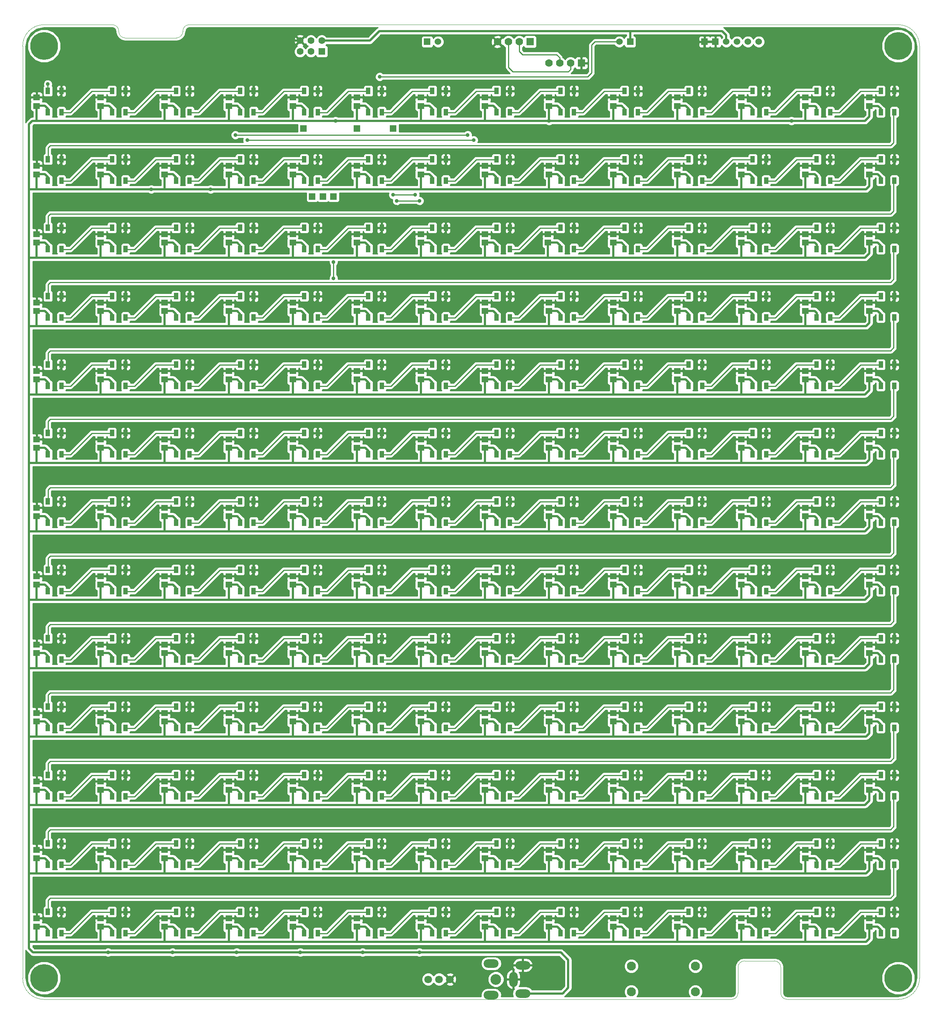
<source format=gbr>
%FSLAX46Y46*%
G04 Gerber Fmt 4.6, Leading zero omitted, Abs format (unit mm)*
G04 Created by KiCad (PCBNEW (2014-09-25 BZR 5147)-product) date Tuesday 14 October 2014 06:08:01 PM IST*
%MOMM*%
G01*
G04 APERTURE LIST*
%ADD10C,0.150000*%
%ADD11C,0.100000*%
%ADD12C,6.500000*%
%ADD13R,1.524000X1.524000*%
%ADD14O,2.000000X3.500000*%
%ADD15O,3.500000X2.000000*%
%ADD16C,2.500000*%
%ADD17C,2.100000*%
%ADD18R,1.600000X1.600000*%
%ADD19C,1.600000*%
%ADD20C,1.524000*%
%ADD21R,1.550000X1.350000*%
%ADD22R,1.016000X1.524000*%
%ADD23C,1.778000*%
%ADD24R,1.778000X1.778000*%
%ADD25C,1.800000*%
%ADD26C,0.889000*%
%ADD27C,0.254000*%
%ADD28C,0.508000*%
G04 APERTURE END LIST*
D10*
D11*
X220000000Y-269000000D02*
X59000000Y-269000000D01*
X233000000Y-269000000D02*
X259000000Y-269000000D01*
X231500000Y-261500000D02*
X231500000Y-267500000D01*
X221500000Y-267500000D02*
X221500000Y-261500000D01*
X231500000Y-267500000D02*
G75*
G03X233000000Y-269000000I1500000J0D01*
G74*
G01*
X220000000Y-269000000D02*
G75*
G03X221500000Y-267500000I0J1500000D01*
G74*
G01*
X231500000Y-261500000D02*
G75*
G03X230000000Y-260000000I-1500000J0D01*
G74*
G01*
X223000000Y-260000000D02*
G75*
G03X221500000Y-261500000I0J-1500000D01*
G74*
G01*
X264000000Y-46000000D02*
X264000000Y-264000000D01*
X93000000Y-41000000D02*
X259000000Y-41000000D01*
X75000000Y-41000000D02*
X59000000Y-41000000D01*
X76500000Y-42500000D02*
X76500000Y-42600000D01*
X76500000Y-42500000D02*
G75*
G03X75000000Y-41000000I-1500000J0D01*
G74*
G01*
X91500000Y-42500000D02*
X91500000Y-42600000D01*
X93000000Y-41000000D02*
G75*
G03X91500000Y-42500000I0J-1500000D01*
G74*
G01*
X90000000Y-44100000D02*
G75*
G03X91500000Y-42600000I0J1500000D01*
G74*
G01*
X76500000Y-42600000D02*
G75*
G03X78000000Y-44100000I1500000J0D01*
G74*
G01*
X84000000Y-44100000D02*
X90000000Y-44100000D01*
X84000000Y-44100000D02*
X78000000Y-44100000D01*
X54000000Y-264000000D02*
X54000000Y-46000000D01*
X259000000Y-269000000D02*
G75*
G03X264000000Y-264000000I0J5000000D01*
G74*
G01*
X264000000Y-46000000D02*
G75*
G03X259000000Y-41000000I-5000000J0D01*
G74*
G01*
X59000000Y-41000000D02*
G75*
G03X54000000Y-46000000I0J-5000000D01*
G74*
G01*
X54000000Y-264000000D02*
G75*
G03X59000000Y-269000000I5000000J0D01*
G74*
G01*
X230000000Y-260000000D02*
X223000000Y-260000000D01*
D12*
X259000000Y-264000000D03*
X59000000Y-264000000D03*
X259000000Y-46000000D03*
X59000000Y-46000000D03*
D13*
X121800000Y-81200000D03*
X124300000Y-81200000D03*
X126800000Y-81200000D03*
X140750000Y-65250000D03*
X132250000Y-65250000D03*
D14*
X168900000Y-264300000D03*
D15*
X171100000Y-261000000D03*
X171100000Y-267600000D03*
X163700000Y-260600000D03*
X163700000Y-268000000D03*
D16*
X164800000Y-264300000D03*
D17*
X211500000Y-261200000D03*
X211500000Y-267200000D03*
X196500000Y-261200000D03*
X196500000Y-267200000D03*
D18*
X124040000Y-47270000D03*
D19*
X124040000Y-44730000D03*
X121500000Y-47270000D03*
X121500000Y-44730000D03*
X118960000Y-47270000D03*
X118960000Y-44730000D03*
D13*
X148730000Y-45000000D03*
D20*
X151270000Y-45000000D03*
D13*
X196270000Y-45000000D03*
D20*
X193730000Y-45000000D03*
D21*
X252250000Y-250000000D03*
X252250000Y-252000000D03*
X237250000Y-250000000D03*
X237250000Y-252000000D03*
X222250000Y-250000000D03*
X222250000Y-252000000D03*
X207250000Y-250000000D03*
X207250000Y-252000000D03*
X192250000Y-250000000D03*
X192250000Y-252000000D03*
X177250000Y-250000000D03*
X177250000Y-252000000D03*
X162250000Y-250000000D03*
X162250000Y-252000000D03*
X147250000Y-250000000D03*
X147250000Y-252000000D03*
X132250000Y-250000000D03*
X132250000Y-252000000D03*
X117250000Y-250000000D03*
X117250000Y-252000000D03*
X102250000Y-250000000D03*
X102250000Y-252000000D03*
X87250000Y-250000000D03*
X87250000Y-252000000D03*
X72250000Y-250000000D03*
X72250000Y-252000000D03*
X57250000Y-250000000D03*
X57250000Y-252000000D03*
X252250000Y-234000000D03*
X252250000Y-236000000D03*
X237250000Y-234000000D03*
X237250000Y-236000000D03*
X222250000Y-234000000D03*
X222250000Y-236000000D03*
X207250000Y-234000000D03*
X207250000Y-236000000D03*
X192250000Y-234000000D03*
X192250000Y-236000000D03*
X177250000Y-234000000D03*
X177250000Y-236000000D03*
X162250000Y-234000000D03*
X162250000Y-236000000D03*
X147250000Y-234000000D03*
X147250000Y-236000000D03*
X132250000Y-234000000D03*
X132250000Y-236000000D03*
X117250000Y-234000000D03*
X117250000Y-236000000D03*
X102250000Y-234000000D03*
X102250000Y-236000000D03*
X87250000Y-234000000D03*
X87250000Y-236000000D03*
X72250000Y-234000000D03*
X72250000Y-236000000D03*
X57250000Y-234000000D03*
X57250000Y-236000000D03*
X252250000Y-218000000D03*
X252250000Y-220000000D03*
X237250000Y-218000000D03*
X237250000Y-220000000D03*
X222250000Y-218000000D03*
X222250000Y-220000000D03*
X207250000Y-218000000D03*
X207250000Y-220000000D03*
X192250000Y-218000000D03*
X192250000Y-220000000D03*
X177250000Y-218000000D03*
X177250000Y-220000000D03*
X162250000Y-218000000D03*
X162250000Y-220000000D03*
X147250000Y-218000000D03*
X147250000Y-220000000D03*
X132250000Y-218000000D03*
X132250000Y-220000000D03*
X117250000Y-218000000D03*
X117250000Y-220000000D03*
X102250000Y-218000000D03*
X102250000Y-220000000D03*
X87250000Y-218000000D03*
X87250000Y-220000000D03*
X72250000Y-218000000D03*
X72250000Y-220000000D03*
X57250000Y-218000000D03*
X57250000Y-220000000D03*
X252250000Y-202000000D03*
X252250000Y-204000000D03*
X237250000Y-202000000D03*
X237250000Y-204000000D03*
X222250000Y-202000000D03*
X222250000Y-204000000D03*
X207250000Y-202000000D03*
X207250000Y-204000000D03*
X192250000Y-202000000D03*
X192250000Y-204000000D03*
X177250000Y-202000000D03*
X177250000Y-204000000D03*
X162250000Y-202000000D03*
X162250000Y-204000000D03*
X147250000Y-202000000D03*
X147250000Y-204000000D03*
X132250000Y-202000000D03*
X132250000Y-204000000D03*
X117250000Y-202000000D03*
X117250000Y-204000000D03*
X102250000Y-202000000D03*
X102250000Y-204000000D03*
X87250000Y-202000000D03*
X87250000Y-204000000D03*
X72250000Y-202000000D03*
X72250000Y-204000000D03*
X57250000Y-202000000D03*
X57250000Y-204000000D03*
X252250000Y-186000000D03*
X252250000Y-188000000D03*
X237250000Y-186000000D03*
X237250000Y-188000000D03*
X222250000Y-186000000D03*
X222250000Y-188000000D03*
X207250000Y-186000000D03*
X207250000Y-188000000D03*
X192250000Y-186000000D03*
X192250000Y-188000000D03*
X177250000Y-186000000D03*
X177250000Y-188000000D03*
X162250000Y-186000000D03*
X162250000Y-188000000D03*
X147250000Y-186000000D03*
X147250000Y-188000000D03*
X132250000Y-186000000D03*
X132250000Y-188000000D03*
X117250000Y-186000000D03*
X117250000Y-188000000D03*
X102250000Y-186000000D03*
X102250000Y-188000000D03*
X87250000Y-186000000D03*
X87250000Y-188000000D03*
X72250000Y-186000000D03*
X72250000Y-188000000D03*
X57250000Y-186000000D03*
X57250000Y-188000000D03*
X252250000Y-170000000D03*
X252250000Y-172000000D03*
X237250000Y-170000000D03*
X237250000Y-172000000D03*
X222250000Y-170000000D03*
X222250000Y-172000000D03*
X207250000Y-170000000D03*
X207250000Y-172000000D03*
X192250000Y-170000000D03*
X192250000Y-172000000D03*
X177250000Y-170000000D03*
X177250000Y-172000000D03*
X162250000Y-170000000D03*
X162250000Y-172000000D03*
X147250000Y-170000000D03*
X147250000Y-172000000D03*
X132250000Y-170000000D03*
X132250000Y-172000000D03*
X117250000Y-170000000D03*
X117250000Y-172000000D03*
X102250000Y-170000000D03*
X102250000Y-172000000D03*
X87250000Y-170000000D03*
X87250000Y-172000000D03*
X72250000Y-170000000D03*
X72250000Y-172000000D03*
X57250000Y-170000000D03*
X57250000Y-172000000D03*
X252250000Y-154000000D03*
X252250000Y-156000000D03*
X237250000Y-154000000D03*
X237250000Y-156000000D03*
X222250000Y-154000000D03*
X222250000Y-156000000D03*
X207250000Y-154000000D03*
X207250000Y-156000000D03*
X192250000Y-154000000D03*
X192250000Y-156000000D03*
X177250000Y-154000000D03*
X177250000Y-156000000D03*
X162250000Y-154000000D03*
X162250000Y-156000000D03*
X147250000Y-154000000D03*
X147250000Y-156000000D03*
X132250000Y-154000000D03*
X132250000Y-156000000D03*
X117250000Y-154000000D03*
X117250000Y-156000000D03*
X102250000Y-154000000D03*
X102250000Y-156000000D03*
X87250000Y-154000000D03*
X87250000Y-156000000D03*
X72250000Y-154000000D03*
X72250000Y-156000000D03*
X57250000Y-154000000D03*
X57250000Y-156000000D03*
X252250000Y-138000000D03*
X252250000Y-140000000D03*
X237250000Y-138000000D03*
X237250000Y-140000000D03*
X222250000Y-138000000D03*
X222250000Y-140000000D03*
X207250000Y-138000000D03*
X207250000Y-140000000D03*
X192250000Y-138000000D03*
X192250000Y-140000000D03*
X177250000Y-138000000D03*
X177250000Y-140000000D03*
X162250000Y-138000000D03*
X162250000Y-140000000D03*
X147250000Y-138000000D03*
X147250000Y-140000000D03*
X132250000Y-138000000D03*
X132250000Y-140000000D03*
X117250000Y-138000000D03*
X117250000Y-140000000D03*
X102250000Y-138000000D03*
X102250000Y-140000000D03*
X87250000Y-138000000D03*
X87250000Y-140000000D03*
X72250000Y-138000000D03*
X72250000Y-140000000D03*
X57250000Y-138000000D03*
X57250000Y-140000000D03*
X252250000Y-122000000D03*
X252250000Y-124000000D03*
X237250000Y-122000000D03*
X237250000Y-124000000D03*
X222250000Y-122000000D03*
X222250000Y-124000000D03*
X207250000Y-122000000D03*
X207250000Y-124000000D03*
X192250000Y-122000000D03*
X192250000Y-124000000D03*
X177250000Y-122000000D03*
X177250000Y-124000000D03*
X162250000Y-122000000D03*
X162250000Y-124000000D03*
X147250000Y-122000000D03*
X147250000Y-124000000D03*
X132250000Y-122000000D03*
X132250000Y-124000000D03*
X117250000Y-122000000D03*
X117250000Y-124000000D03*
X102250000Y-122000000D03*
X102250000Y-124000000D03*
X87250000Y-122000000D03*
X87250000Y-124000000D03*
X72250000Y-122000000D03*
X72250000Y-124000000D03*
X57250000Y-122000000D03*
X57250000Y-124000000D03*
X252250000Y-106000000D03*
X252250000Y-108000000D03*
X237250000Y-106000000D03*
X237250000Y-108000000D03*
X222250000Y-106000000D03*
X222250000Y-108000000D03*
X207250000Y-106000000D03*
X207250000Y-108000000D03*
X192250000Y-106000000D03*
X192250000Y-108000000D03*
X177250000Y-106000000D03*
X177250000Y-108000000D03*
X162250000Y-106000000D03*
X162250000Y-108000000D03*
X147250000Y-106000000D03*
X147250000Y-108000000D03*
X132250000Y-106000000D03*
X132250000Y-108000000D03*
X117250000Y-106000000D03*
X117250000Y-108000000D03*
X102250000Y-106000000D03*
X102250000Y-108000000D03*
X87250000Y-106000000D03*
X87250000Y-108000000D03*
X72250000Y-106000000D03*
X72250000Y-108000000D03*
X57250000Y-106000000D03*
X57250000Y-108000000D03*
X252250000Y-90000000D03*
X252250000Y-92000000D03*
X237250000Y-90000000D03*
X237250000Y-92000000D03*
X222250000Y-90000000D03*
X222250000Y-92000000D03*
X207250000Y-90000000D03*
X207250000Y-92000000D03*
X192250000Y-90000000D03*
X192250000Y-92000000D03*
X177000000Y-90000000D03*
X177000000Y-92000000D03*
X162250000Y-90000000D03*
X162250000Y-92000000D03*
X147250000Y-90000000D03*
X147250000Y-92000000D03*
X132250000Y-90000000D03*
X132250000Y-92000000D03*
X117250000Y-90000000D03*
X117250000Y-92000000D03*
X102250000Y-90000000D03*
X102250000Y-92000000D03*
X87250000Y-90000000D03*
X87250000Y-92000000D03*
X72250000Y-90000000D03*
X72250000Y-92000000D03*
X57250000Y-90000000D03*
X57250000Y-92000000D03*
X252250000Y-74000000D03*
X252250000Y-76000000D03*
X237250000Y-74000000D03*
X237250000Y-76000000D03*
X222250000Y-74000000D03*
X222250000Y-76000000D03*
X207250000Y-74000000D03*
X207250000Y-76000000D03*
X192250000Y-74000000D03*
X192250000Y-76000000D03*
X177250000Y-74000000D03*
X177250000Y-76000000D03*
X162250000Y-74000000D03*
X162250000Y-76000000D03*
X147250000Y-74000000D03*
X147250000Y-76000000D03*
X132250000Y-74000000D03*
X132250000Y-76000000D03*
X117250000Y-74000000D03*
X117250000Y-76000000D03*
X102250000Y-74000000D03*
X102250000Y-76000000D03*
X87250000Y-74000000D03*
X87250000Y-76000000D03*
X72250000Y-74000000D03*
X72250000Y-76000000D03*
X57250000Y-74000000D03*
X57250000Y-76000000D03*
X252250000Y-58000000D03*
X252250000Y-60000000D03*
X237250000Y-58000000D03*
X237250000Y-60000000D03*
X222250000Y-58000000D03*
X222250000Y-60000000D03*
X207250000Y-58000000D03*
X207250000Y-60000000D03*
X192250000Y-58000000D03*
X192250000Y-60000000D03*
X177250000Y-58000000D03*
X177250000Y-60000000D03*
X162250000Y-58000000D03*
X162250000Y-60000000D03*
X147250000Y-58000000D03*
X147250000Y-60000000D03*
X132250000Y-58000000D03*
X132250000Y-60000000D03*
X117250000Y-58000000D03*
X117250000Y-60000000D03*
X102250000Y-58000000D03*
X102250000Y-60000000D03*
X87250000Y-58000000D03*
X87250000Y-60000000D03*
X72250000Y-58000000D03*
X72250000Y-60000000D03*
X57250000Y-58000000D03*
X57250000Y-60000000D03*
D22*
X138087500Y-72523500D03*
X134912500Y-72523500D03*
X134912500Y-77476500D03*
X138087500Y-77476500D03*
X258087500Y-248523500D03*
X254912500Y-248523500D03*
X254912500Y-253476500D03*
X258087500Y-253476500D03*
X243087500Y-248523500D03*
X239912500Y-248523500D03*
X239912500Y-253476500D03*
X243087500Y-253476500D03*
X228087500Y-248523500D03*
X224912500Y-248523500D03*
X224912500Y-253476500D03*
X228087500Y-253476500D03*
X213087500Y-248523500D03*
X209912500Y-248523500D03*
X209912500Y-253476500D03*
X213087500Y-253476500D03*
X198087500Y-248523500D03*
X194912500Y-248523500D03*
X194912500Y-253476500D03*
X198087500Y-253476500D03*
X183087500Y-248523500D03*
X179912500Y-248523500D03*
X179912500Y-253476500D03*
X183087500Y-253476500D03*
X168087500Y-248523500D03*
X164912500Y-248523500D03*
X164912500Y-253476500D03*
X168087500Y-253476500D03*
X153087500Y-248523500D03*
X149912500Y-248523500D03*
X149912500Y-253476500D03*
X153087500Y-253476500D03*
X138087500Y-248523500D03*
X134912500Y-248523500D03*
X134912500Y-253476500D03*
X138087500Y-253476500D03*
X123087500Y-248523500D03*
X119912500Y-248523500D03*
X119912500Y-253476500D03*
X123087500Y-253476500D03*
X108087500Y-248523500D03*
X104912500Y-248523500D03*
X104912500Y-253476500D03*
X108087500Y-253476500D03*
X93087500Y-248523500D03*
X89912500Y-248523500D03*
X89912500Y-253476500D03*
X93087500Y-253476500D03*
X78087500Y-248523500D03*
X74912500Y-248523500D03*
X74912500Y-253476500D03*
X78087500Y-253476500D03*
X63087500Y-248523500D03*
X59912500Y-248523500D03*
X59912500Y-253476500D03*
X63087500Y-253476500D03*
X258087500Y-232523500D03*
X254912500Y-232523500D03*
X254912500Y-237476500D03*
X258087500Y-237476500D03*
X243087500Y-232523500D03*
X239912500Y-232523500D03*
X239912500Y-237476500D03*
X243087500Y-237476500D03*
X228087500Y-232523500D03*
X224912500Y-232523500D03*
X224912500Y-237476500D03*
X228087500Y-237476500D03*
X213087500Y-232523500D03*
X209912500Y-232523500D03*
X209912500Y-237476500D03*
X213087500Y-237476500D03*
X198087500Y-232523500D03*
X194912500Y-232523500D03*
X194912500Y-237476500D03*
X198087500Y-237476500D03*
X183087500Y-232523500D03*
X179912500Y-232523500D03*
X179912500Y-237476500D03*
X183087500Y-237476500D03*
X168087500Y-232523500D03*
X164912500Y-232523500D03*
X164912500Y-237476500D03*
X168087500Y-237476500D03*
X153087500Y-232523500D03*
X149912500Y-232523500D03*
X149912500Y-237476500D03*
X153087500Y-237476500D03*
X138087500Y-232523500D03*
X134912500Y-232523500D03*
X134912500Y-237476500D03*
X138087500Y-237476500D03*
X123087500Y-232523500D03*
X119912500Y-232523500D03*
X119912500Y-237476500D03*
X123087500Y-237476500D03*
X108087500Y-232523500D03*
X104912500Y-232523500D03*
X104912500Y-237476500D03*
X108087500Y-237476500D03*
X93087500Y-232523500D03*
X89912500Y-232523500D03*
X89912500Y-237476500D03*
X93087500Y-237476500D03*
X78087500Y-232523500D03*
X74912500Y-232523500D03*
X74912500Y-237476500D03*
X78087500Y-237476500D03*
X63087500Y-232523500D03*
X59912500Y-232523500D03*
X59912500Y-237476500D03*
X63087500Y-237476500D03*
X258087500Y-216523500D03*
X254912500Y-216523500D03*
X254912500Y-221476500D03*
X258087500Y-221476500D03*
X243087500Y-216523500D03*
X239912500Y-216523500D03*
X239912500Y-221476500D03*
X243087500Y-221476500D03*
X228087500Y-216523500D03*
X224912500Y-216523500D03*
X224912500Y-221476500D03*
X228087500Y-221476500D03*
X213087500Y-216523500D03*
X209912500Y-216523500D03*
X209912500Y-221476500D03*
X213087500Y-221476500D03*
X198087500Y-216523500D03*
X194912500Y-216523500D03*
X194912500Y-221476500D03*
X198087500Y-221476500D03*
X183087500Y-216523500D03*
X179912500Y-216523500D03*
X179912500Y-221476500D03*
X183087500Y-221476500D03*
X168087500Y-216523500D03*
X164912500Y-216523500D03*
X164912500Y-221476500D03*
X168087500Y-221476500D03*
X153087500Y-216523500D03*
X149912500Y-216523500D03*
X149912500Y-221476500D03*
X153087500Y-221476500D03*
X138087500Y-216523500D03*
X134912500Y-216523500D03*
X134912500Y-221476500D03*
X138087500Y-221476500D03*
X123087500Y-216523500D03*
X119912500Y-216523500D03*
X119912500Y-221476500D03*
X123087500Y-221476500D03*
X108087500Y-216523500D03*
X104912500Y-216523500D03*
X104912500Y-221476500D03*
X108087500Y-221476500D03*
X93087500Y-216523500D03*
X89912500Y-216523500D03*
X89912500Y-221476500D03*
X93087500Y-221476500D03*
X78087500Y-216523500D03*
X74912500Y-216523500D03*
X74912500Y-221476500D03*
X78087500Y-221476500D03*
X63087500Y-216523500D03*
X59912500Y-216523500D03*
X59912500Y-221476500D03*
X63087500Y-221476500D03*
X258087500Y-200523500D03*
X254912500Y-200523500D03*
X254912500Y-205476500D03*
X258087500Y-205476500D03*
X243087500Y-200523500D03*
X239912500Y-200523500D03*
X239912500Y-205476500D03*
X243087500Y-205476500D03*
X228087500Y-200523500D03*
X224912500Y-200523500D03*
X224912500Y-205476500D03*
X228087500Y-205476500D03*
X213087500Y-200523500D03*
X209912500Y-200523500D03*
X209912500Y-205476500D03*
X213087500Y-205476500D03*
X198087500Y-200523500D03*
X194912500Y-200523500D03*
X194912500Y-205476500D03*
X198087500Y-205476500D03*
X183087500Y-200523500D03*
X179912500Y-200523500D03*
X179912500Y-205476500D03*
X183087500Y-205476500D03*
X168087500Y-200523500D03*
X164912500Y-200523500D03*
X164912500Y-205476500D03*
X168087500Y-205476500D03*
X153087500Y-200523500D03*
X149912500Y-200523500D03*
X149912500Y-205476500D03*
X153087500Y-205476500D03*
X138087500Y-200523500D03*
X134912500Y-200523500D03*
X134912500Y-205476500D03*
X138087500Y-205476500D03*
X123087500Y-200523500D03*
X119912500Y-200523500D03*
X119912500Y-205476500D03*
X123087500Y-205476500D03*
X108087500Y-200523500D03*
X104912500Y-200523500D03*
X104912500Y-205476500D03*
X108087500Y-205476500D03*
X93087500Y-200523500D03*
X89912500Y-200523500D03*
X89912500Y-205476500D03*
X93087500Y-205476500D03*
X78087500Y-200523500D03*
X74912500Y-200523500D03*
X74912500Y-205476500D03*
X78087500Y-205476500D03*
X63087500Y-200523500D03*
X59912500Y-200523500D03*
X59912500Y-205476500D03*
X63087500Y-205476500D03*
X258087500Y-184523500D03*
X254912500Y-184523500D03*
X254912500Y-189476500D03*
X258087500Y-189476500D03*
X243087500Y-184523500D03*
X239912500Y-184523500D03*
X239912500Y-189476500D03*
X243087500Y-189476500D03*
X228087500Y-184523500D03*
X224912500Y-184523500D03*
X224912500Y-189476500D03*
X228087500Y-189476500D03*
X213087500Y-184523500D03*
X209912500Y-184523500D03*
X209912500Y-189476500D03*
X213087500Y-189476500D03*
X198087500Y-184523500D03*
X194912500Y-184523500D03*
X194912500Y-189476500D03*
X198087500Y-189476500D03*
X183087500Y-184523500D03*
X179912500Y-184523500D03*
X179912500Y-189476500D03*
X183087500Y-189476500D03*
X168087500Y-184523500D03*
X164912500Y-184523500D03*
X164912500Y-189476500D03*
X168087500Y-189476500D03*
X153087500Y-184523500D03*
X149912500Y-184523500D03*
X149912500Y-189476500D03*
X153087500Y-189476500D03*
X138087500Y-184523500D03*
X134912500Y-184523500D03*
X134912500Y-189476500D03*
X138087500Y-189476500D03*
X123087500Y-184523500D03*
X119912500Y-184523500D03*
X119912500Y-189476500D03*
X123087500Y-189476500D03*
X108087500Y-184523500D03*
X104912500Y-184523500D03*
X104912500Y-189476500D03*
X108087500Y-189476500D03*
X93087500Y-184523500D03*
X89912500Y-184523500D03*
X89912500Y-189476500D03*
X93087500Y-189476500D03*
X78087500Y-184523500D03*
X74912500Y-184523500D03*
X74912500Y-189476500D03*
X78087500Y-189476500D03*
X63087500Y-184523500D03*
X59912500Y-184523500D03*
X59912500Y-189476500D03*
X63087500Y-189476500D03*
X258087500Y-168523500D03*
X254912500Y-168523500D03*
X254912500Y-173476500D03*
X258087500Y-173476500D03*
X243087500Y-168523500D03*
X239912500Y-168523500D03*
X239912500Y-173476500D03*
X243087500Y-173476500D03*
X228087500Y-168523500D03*
X224912500Y-168523500D03*
X224912500Y-173476500D03*
X228087500Y-173476500D03*
X213087500Y-168523500D03*
X209912500Y-168523500D03*
X209912500Y-173476500D03*
X213087500Y-173476500D03*
X198087500Y-168523500D03*
X194912500Y-168523500D03*
X194912500Y-173476500D03*
X198087500Y-173476500D03*
X183087500Y-168523500D03*
X179912500Y-168523500D03*
X179912500Y-173476500D03*
X183087500Y-173476500D03*
X168087500Y-168523500D03*
X164912500Y-168523500D03*
X164912500Y-173476500D03*
X168087500Y-173476500D03*
X153087500Y-168523500D03*
X149912500Y-168523500D03*
X149912500Y-173476500D03*
X153087500Y-173476500D03*
X138087500Y-168523500D03*
X134912500Y-168523500D03*
X134912500Y-173476500D03*
X138087500Y-173476500D03*
X123087500Y-168523500D03*
X119912500Y-168523500D03*
X119912500Y-173476500D03*
X123087500Y-173476500D03*
X108087500Y-168523500D03*
X104912500Y-168523500D03*
X104912500Y-173476500D03*
X108087500Y-173476500D03*
X93087500Y-168523500D03*
X89912500Y-168523500D03*
X89912500Y-173476500D03*
X93087500Y-173476500D03*
X78087500Y-168523500D03*
X74912500Y-168523500D03*
X74912500Y-173476500D03*
X78087500Y-173476500D03*
X63087500Y-168523500D03*
X59912500Y-168523500D03*
X59912500Y-173476500D03*
X63087500Y-173476500D03*
X258087500Y-152523500D03*
X254912500Y-152523500D03*
X254912500Y-157476500D03*
X258087500Y-157476500D03*
X243087500Y-152523500D03*
X239912500Y-152523500D03*
X239912500Y-157476500D03*
X243087500Y-157476500D03*
X228087500Y-152523500D03*
X224912500Y-152523500D03*
X224912500Y-157476500D03*
X228087500Y-157476500D03*
X213087500Y-152523500D03*
X209912500Y-152523500D03*
X209912500Y-157476500D03*
X213087500Y-157476500D03*
X198087500Y-152523500D03*
X194912500Y-152523500D03*
X194912500Y-157476500D03*
X198087500Y-157476500D03*
X183087500Y-152523500D03*
X179912500Y-152523500D03*
X179912500Y-157476500D03*
X183087500Y-157476500D03*
X168087500Y-152523500D03*
X164912500Y-152523500D03*
X164912500Y-157476500D03*
X168087500Y-157476500D03*
X153087500Y-152523500D03*
X149912500Y-152523500D03*
X149912500Y-157476500D03*
X153087500Y-157476500D03*
X138087500Y-152523500D03*
X134912500Y-152523500D03*
X134912500Y-157476500D03*
X138087500Y-157476500D03*
X123087500Y-152523500D03*
X119912500Y-152523500D03*
X119912500Y-157476500D03*
X123087500Y-157476500D03*
X108087500Y-152523500D03*
X104912500Y-152523500D03*
X104912500Y-157476500D03*
X108087500Y-157476500D03*
X93087500Y-152523500D03*
X89912500Y-152523500D03*
X89912500Y-157476500D03*
X93087500Y-157476500D03*
X78087500Y-152523500D03*
X74912500Y-152523500D03*
X74912500Y-157476500D03*
X78087500Y-157476500D03*
X63087500Y-152523500D03*
X59912500Y-152523500D03*
X59912500Y-157476500D03*
X63087500Y-157476500D03*
X258087500Y-136523500D03*
X254912500Y-136523500D03*
X254912500Y-141476500D03*
X258087500Y-141476500D03*
X243087500Y-136523500D03*
X239912500Y-136523500D03*
X239912500Y-141476500D03*
X243087500Y-141476500D03*
X228087500Y-136523500D03*
X224912500Y-136523500D03*
X224912500Y-141476500D03*
X228087500Y-141476500D03*
X213087500Y-136523500D03*
X209912500Y-136523500D03*
X209912500Y-141476500D03*
X213087500Y-141476500D03*
X198087500Y-136523500D03*
X194912500Y-136523500D03*
X194912500Y-141476500D03*
X198087500Y-141476500D03*
X183087500Y-136523500D03*
X179912500Y-136523500D03*
X179912500Y-141476500D03*
X183087500Y-141476500D03*
X168087500Y-136523500D03*
X164912500Y-136523500D03*
X164912500Y-141476500D03*
X168087500Y-141476500D03*
X153087500Y-136523500D03*
X149912500Y-136523500D03*
X149912500Y-141476500D03*
X153087500Y-141476500D03*
X138087500Y-136523500D03*
X134912500Y-136523500D03*
X134912500Y-141476500D03*
X138087500Y-141476500D03*
X123087500Y-136523500D03*
X119912500Y-136523500D03*
X119912500Y-141476500D03*
X123087500Y-141476500D03*
X108087500Y-136523500D03*
X104912500Y-136523500D03*
X104912500Y-141476500D03*
X108087500Y-141476500D03*
X93087500Y-136523500D03*
X89912500Y-136523500D03*
X89912500Y-141476500D03*
X93087500Y-141476500D03*
X78087500Y-136523500D03*
X74912500Y-136523500D03*
X74912500Y-141476500D03*
X78087500Y-141476500D03*
X63087500Y-136523500D03*
X59912500Y-136523500D03*
X59912500Y-141476500D03*
X63087500Y-141476500D03*
X258087500Y-120523500D03*
X254912500Y-120523500D03*
X254912500Y-125476500D03*
X258087500Y-125476500D03*
X243087500Y-120523500D03*
X239912500Y-120523500D03*
X239912500Y-125476500D03*
X243087500Y-125476500D03*
X228087500Y-120523500D03*
X224912500Y-120523500D03*
X224912500Y-125476500D03*
X228087500Y-125476500D03*
X213087500Y-120523500D03*
X209912500Y-120523500D03*
X209912500Y-125476500D03*
X213087500Y-125476500D03*
X198087500Y-120523500D03*
X194912500Y-120523500D03*
X194912500Y-125476500D03*
X198087500Y-125476500D03*
X183087500Y-120523500D03*
X179912500Y-120523500D03*
X179912500Y-125476500D03*
X183087500Y-125476500D03*
X168087500Y-120523500D03*
X164912500Y-120523500D03*
X164912500Y-125476500D03*
X168087500Y-125476500D03*
X153087500Y-120523500D03*
X149912500Y-120523500D03*
X149912500Y-125476500D03*
X153087500Y-125476500D03*
X138087500Y-120523500D03*
X134912500Y-120523500D03*
X134912500Y-125476500D03*
X138087500Y-125476500D03*
X123087500Y-120523500D03*
X119912500Y-120523500D03*
X119912500Y-125476500D03*
X123087500Y-125476500D03*
X108087500Y-120523500D03*
X104912500Y-120523500D03*
X104912500Y-125476500D03*
X108087500Y-125476500D03*
X93087500Y-120523500D03*
X89912500Y-120523500D03*
X89912500Y-125476500D03*
X93087500Y-125476500D03*
X78087500Y-120523500D03*
X74912500Y-120523500D03*
X74912500Y-125476500D03*
X78087500Y-125476500D03*
X63087500Y-120523500D03*
X59912500Y-120523500D03*
X59912500Y-125476500D03*
X63087500Y-125476500D03*
X258087500Y-104523500D03*
X254912500Y-104523500D03*
X254912500Y-109476500D03*
X258087500Y-109476500D03*
X243087500Y-104523500D03*
X239912500Y-104523500D03*
X239912500Y-109476500D03*
X243087500Y-109476500D03*
X228087500Y-104523500D03*
X224912500Y-104523500D03*
X224912500Y-109476500D03*
X228087500Y-109476500D03*
X213087500Y-104523500D03*
X209912500Y-104523500D03*
X209912500Y-109476500D03*
X213087500Y-109476500D03*
X198087500Y-104523500D03*
X194912500Y-104523500D03*
X194912500Y-109476500D03*
X198087500Y-109476500D03*
X183087500Y-104523500D03*
X179912500Y-104523500D03*
X179912500Y-109476500D03*
X183087500Y-109476500D03*
X168087500Y-104523500D03*
X164912500Y-104523500D03*
X164912500Y-109476500D03*
X168087500Y-109476500D03*
X153087500Y-104523500D03*
X149912500Y-104523500D03*
X149912500Y-109476500D03*
X153087500Y-109476500D03*
X138087500Y-104523500D03*
X134912500Y-104523500D03*
X134912500Y-109476500D03*
X138087500Y-109476500D03*
X123087500Y-104523500D03*
X119912500Y-104523500D03*
X119912500Y-109476500D03*
X123087500Y-109476500D03*
X108087500Y-104523500D03*
X104912500Y-104523500D03*
X104912500Y-109476500D03*
X108087500Y-109476500D03*
X93087500Y-104523500D03*
X89912500Y-104523500D03*
X89912500Y-109476500D03*
X93087500Y-109476500D03*
X78087500Y-104523500D03*
X74912500Y-104523500D03*
X74912500Y-109476500D03*
X78087500Y-109476500D03*
X63087500Y-104523500D03*
X59912500Y-104523500D03*
X59912500Y-109476500D03*
X63087500Y-109476500D03*
X258087500Y-88523500D03*
X254912500Y-88523500D03*
X254912500Y-93476500D03*
X258087500Y-93476500D03*
X243087500Y-88523500D03*
X239912500Y-88523500D03*
X239912500Y-93476500D03*
X243087500Y-93476500D03*
X228087500Y-88523500D03*
X224912500Y-88523500D03*
X224912500Y-93476500D03*
X228087500Y-93476500D03*
X213087500Y-88523500D03*
X209912500Y-88523500D03*
X209912500Y-93476500D03*
X213087500Y-93476500D03*
X198087500Y-88523500D03*
X194912500Y-88523500D03*
X194912500Y-93476500D03*
X198087500Y-93476500D03*
X183087500Y-88523500D03*
X179912500Y-88523500D03*
X179912500Y-93476500D03*
X183087500Y-93476500D03*
X168087500Y-88523500D03*
X164912500Y-88523500D03*
X164912500Y-93476500D03*
X168087500Y-93476500D03*
X153087500Y-88523500D03*
X149912500Y-88523500D03*
X149912500Y-93476500D03*
X153087500Y-93476500D03*
X138087500Y-88523500D03*
X134912500Y-88523500D03*
X134912500Y-93476500D03*
X138087500Y-93476500D03*
X123087500Y-88523500D03*
X119912500Y-88523500D03*
X119912500Y-93476500D03*
X123087500Y-93476500D03*
X108087500Y-88523500D03*
X104912500Y-88523500D03*
X104912500Y-93476500D03*
X108087500Y-93476500D03*
X93087500Y-88523500D03*
X89912500Y-88523500D03*
X89912500Y-93476500D03*
X93087500Y-93476500D03*
X78087500Y-88523500D03*
X74912500Y-88523500D03*
X74912500Y-93476500D03*
X78087500Y-93476500D03*
X63087500Y-88523500D03*
X59912500Y-88523500D03*
X59912500Y-93476500D03*
X63087500Y-93476500D03*
X258087500Y-72523500D03*
X254912500Y-72523500D03*
X254912500Y-77476500D03*
X258087500Y-77476500D03*
X243087500Y-72523500D03*
X239912500Y-72523500D03*
X239912500Y-77476500D03*
X243087500Y-77476500D03*
X228087500Y-72523500D03*
X224912500Y-72523500D03*
X224912500Y-77476500D03*
X228087500Y-77476500D03*
X213087500Y-72523500D03*
X209912500Y-72523500D03*
X209912500Y-77476500D03*
X213087500Y-77476500D03*
X198087500Y-72523500D03*
X194912500Y-72523500D03*
X194912500Y-77476500D03*
X198087500Y-77476500D03*
X183087500Y-72523500D03*
X179912500Y-72523500D03*
X179912500Y-77476500D03*
X183087500Y-77476500D03*
X168087500Y-72523500D03*
X164912500Y-72523500D03*
X164912500Y-77476500D03*
X168087500Y-77476500D03*
X153087500Y-72523500D03*
X149912500Y-72523500D03*
X149912500Y-77476500D03*
X153087500Y-77476500D03*
X123087500Y-72523500D03*
X119912500Y-72523500D03*
X119912500Y-77476500D03*
X123087500Y-77476500D03*
X108087500Y-72523500D03*
X104912500Y-72523500D03*
X104912500Y-77476500D03*
X108087500Y-77476500D03*
X93087500Y-72523500D03*
X89912500Y-72523500D03*
X89912500Y-77476500D03*
X93087500Y-77476500D03*
X78087500Y-72523500D03*
X74912500Y-72523500D03*
X74912500Y-77476500D03*
X78087500Y-77476500D03*
X63087500Y-72523500D03*
X59912500Y-72523500D03*
X59912500Y-77476500D03*
X63087500Y-77476500D03*
X258087500Y-56523500D03*
X254912500Y-56523500D03*
X254912500Y-61476500D03*
X258087500Y-61476500D03*
X243087500Y-56523500D03*
X239912500Y-56523500D03*
X239912500Y-61476500D03*
X243087500Y-61476500D03*
X228087500Y-56523500D03*
X224912500Y-56523500D03*
X224912500Y-61476500D03*
X228087500Y-61476500D03*
X213087500Y-56523500D03*
X209912500Y-56523500D03*
X209912500Y-61476500D03*
X213087500Y-61476500D03*
X198087500Y-56523500D03*
X194912500Y-56523500D03*
X194912500Y-61476500D03*
X198087500Y-61476500D03*
X183087500Y-56523500D03*
X179912500Y-56523500D03*
X179912500Y-61476500D03*
X183087500Y-61476500D03*
X168087500Y-56523500D03*
X164912500Y-56523500D03*
X164912500Y-61476500D03*
X168087500Y-61476500D03*
X153087500Y-56523500D03*
X149912500Y-56523500D03*
X149912500Y-61476500D03*
X153087500Y-61476500D03*
X138087500Y-56523500D03*
X134912500Y-56523500D03*
X134912500Y-61476500D03*
X138087500Y-61476500D03*
X123087500Y-56523500D03*
X119912500Y-56523500D03*
X119912500Y-61476500D03*
X123087500Y-61476500D03*
X108087500Y-56523500D03*
X104912500Y-56523500D03*
X104912500Y-61476500D03*
X108087500Y-61476500D03*
X93087500Y-56523500D03*
X89912500Y-56523500D03*
X89912500Y-61476500D03*
X93087500Y-61476500D03*
X78087500Y-56523500D03*
X74912500Y-56523500D03*
X74912500Y-61476500D03*
X78087500Y-61476500D03*
X63087500Y-56523500D03*
X59912500Y-56523500D03*
X59912500Y-61476500D03*
X63087500Y-61476500D03*
D13*
X213650000Y-45000000D03*
X216190000Y-45000000D03*
D20*
X218730000Y-45000000D03*
X221270000Y-45000000D03*
X223810000Y-45000000D03*
X226350000Y-45000000D03*
D23*
X165190000Y-45000000D03*
X167730000Y-45000000D03*
X170270000Y-45000000D03*
D24*
X172810000Y-45000000D03*
D23*
X177190000Y-50000000D03*
X179730000Y-50000000D03*
X182270000Y-50000000D03*
D24*
X184810000Y-50000000D03*
D13*
X119750000Y-65250000D03*
D25*
X148960000Y-264300000D03*
X151500000Y-264300000D03*
X154040000Y-264300000D03*
D26*
X126800000Y-96500000D03*
X126800000Y-100300000D03*
X137600000Y-53200000D03*
X59900000Y-54900000D03*
X106600000Y-68000000D03*
X159600000Y-68000000D03*
X103800000Y-66800000D03*
X158200000Y-66800000D03*
X146900000Y-258000000D03*
X133600000Y-258000000D03*
X177250000Y-63500000D03*
X98000000Y-79500000D03*
X84100000Y-79500000D03*
X234000000Y-63500000D03*
X74000000Y-258000000D03*
X89100000Y-258000000D03*
X104100000Y-258000000D03*
X119000000Y-258000000D03*
X127250000Y-63500000D03*
X136500000Y-246600000D03*
X121500000Y-246600000D03*
X106500000Y-246600000D03*
X91500000Y-246600000D03*
X76500000Y-246600000D03*
X138100000Y-86600000D03*
X90400000Y-70600000D03*
X261500000Y-248500000D03*
X158000000Y-54600000D03*
X142000000Y-54600000D03*
X190000000Y-54600000D03*
X169500000Y-70600000D03*
X162800000Y-54600000D03*
X130300000Y-54600000D03*
X243100000Y-70600000D03*
X242000000Y-54600000D03*
X83600000Y-70600000D03*
X140700000Y-80800000D03*
X145900000Y-80800000D03*
X141600000Y-82200000D03*
X146900000Y-82200000D03*
D27*
X126800000Y-96500000D02*
X126800000Y-100300000D01*
X193730000Y-45000000D02*
X188000000Y-45000000D01*
X188000000Y-45000000D02*
X187250000Y-45750000D01*
X137600000Y-53200000D02*
X186300000Y-53200000D01*
X187250000Y-45750000D02*
X187250000Y-52250000D01*
X186300000Y-53200000D02*
X187250000Y-52250000D01*
X59912500Y-54912500D02*
X59912500Y-56523500D01*
X59900000Y-54900000D02*
X59912500Y-54912500D01*
X257950000Y-61550000D02*
X257950000Y-68550000D01*
X59950000Y-69800000D02*
X59950000Y-72550000D01*
X60500000Y-69250000D02*
X59950000Y-69800000D01*
X257250000Y-69250000D02*
X60500000Y-69250000D01*
X257950000Y-68550000D02*
X257250000Y-69250000D01*
X257950000Y-77550000D02*
X257950000Y-84550000D01*
X59950000Y-85800000D02*
X59950000Y-88550000D01*
X60500000Y-85250000D02*
X59950000Y-85800000D01*
X257250000Y-85250000D02*
X60500000Y-85250000D01*
X257950000Y-84550000D02*
X257250000Y-85250000D01*
X257950000Y-93550000D02*
X257950000Y-100550000D01*
X59950000Y-101800000D02*
X59950000Y-104550000D01*
X60500000Y-101250000D02*
X59950000Y-101800000D01*
X257250000Y-101250000D02*
X60500000Y-101250000D01*
X257950000Y-100550000D02*
X257250000Y-101250000D01*
X257950000Y-109550000D02*
X257950000Y-116550000D01*
X59950000Y-117800000D02*
X59950000Y-120550000D01*
X60500000Y-117250000D02*
X59950000Y-117800000D01*
X257250000Y-117250000D02*
X60500000Y-117250000D01*
X257950000Y-116550000D02*
X257250000Y-117250000D01*
X257950000Y-125550000D02*
X257950000Y-132550000D01*
X59950000Y-133800000D02*
X59950000Y-136550000D01*
X60500000Y-133250000D02*
X59950000Y-133800000D01*
X257250000Y-133250000D02*
X60500000Y-133250000D01*
X257950000Y-132550000D02*
X257250000Y-133250000D01*
X257950000Y-141550000D02*
X257950000Y-148550000D01*
X59950000Y-149800000D02*
X59950000Y-152550000D01*
X60500000Y-149250000D02*
X59950000Y-149800000D01*
X257250000Y-149250000D02*
X60500000Y-149250000D01*
X257950000Y-148550000D02*
X257250000Y-149250000D01*
X257950000Y-157550000D02*
X257950000Y-164550000D01*
X59950000Y-165800000D02*
X59950000Y-168550000D01*
X60500000Y-165250000D02*
X59950000Y-165800000D01*
X257250000Y-165250000D02*
X60500000Y-165250000D01*
X257950000Y-164550000D02*
X257250000Y-165250000D01*
X257950000Y-173550000D02*
X257950000Y-180550000D01*
X59950000Y-181800000D02*
X59950000Y-184550000D01*
X60500000Y-181250000D02*
X59950000Y-181800000D01*
X257250000Y-181250000D02*
X60500000Y-181250000D01*
X257950000Y-180550000D02*
X257250000Y-181250000D01*
X257950000Y-189550000D02*
X257950000Y-196550000D01*
X59950000Y-197800000D02*
X59950000Y-200550000D01*
X60500000Y-197250000D02*
X59950000Y-197800000D01*
X257250000Y-197250000D02*
X60500000Y-197250000D01*
X257950000Y-196550000D02*
X257250000Y-197250000D01*
X257950000Y-205550000D02*
X257950000Y-212550000D01*
X59950000Y-213800000D02*
X59950000Y-216550000D01*
X60500000Y-213250000D02*
X59950000Y-213800000D01*
X257250000Y-213250000D02*
X60500000Y-213250000D01*
X257950000Y-212550000D02*
X257250000Y-213250000D01*
X257950000Y-221550000D02*
X257950000Y-228550000D01*
X59950000Y-229800000D02*
X59950000Y-232550000D01*
X60500000Y-229250000D02*
X59950000Y-229800000D01*
X257250000Y-229250000D02*
X60500000Y-229250000D01*
X257950000Y-228550000D02*
X257250000Y-229250000D01*
X257950000Y-237550000D02*
X257950000Y-244550000D01*
X59950000Y-245800000D02*
X59950000Y-248550000D01*
X60500000Y-245250000D02*
X59950000Y-245800000D01*
X257250000Y-245250000D02*
X60500000Y-245250000D01*
X257950000Y-244550000D02*
X257250000Y-245250000D01*
X179730000Y-50000000D02*
X179730000Y-48730000D01*
X170270000Y-47270000D02*
X170270000Y-45000000D01*
X171000000Y-48000000D02*
X170270000Y-47270000D01*
X179000000Y-48000000D02*
X171000000Y-48000000D01*
X179730000Y-48730000D02*
X179000000Y-48000000D01*
X159600000Y-68000000D02*
X106600000Y-68000000D01*
X182270000Y-50000000D02*
X182270000Y-51480000D01*
X168750000Y-52000000D02*
X167730000Y-50980000D01*
X181750000Y-52000000D02*
X168750000Y-52000000D01*
X182270000Y-51480000D02*
X181750000Y-52000000D01*
X167730000Y-50980000D02*
X167730000Y-45000000D01*
X158200000Y-66800000D02*
X103800000Y-66800000D01*
D28*
X237250000Y-60000000D02*
X239500000Y-60000000D01*
X239912500Y-60412500D02*
X239912500Y-61476500D01*
X239500000Y-60000000D02*
X239912500Y-60412500D01*
X218730000Y-45000000D02*
X218730000Y-43480000D01*
X218730000Y-43480000D02*
X217750000Y-42500000D01*
X196270000Y-45000000D02*
X196270000Y-42500000D01*
X149950000Y-61550000D02*
X150050000Y-61550000D01*
X224950000Y-253550000D02*
X224950000Y-253950000D01*
X209950000Y-253550000D02*
X209950000Y-253950000D01*
X207250000Y-251952500D02*
X207852500Y-251952500D01*
X194950000Y-253550000D02*
X194950000Y-253950000D01*
X192250000Y-251952500D02*
X192852500Y-251952500D01*
X179950000Y-253550000D02*
X179950000Y-253950000D01*
X177250000Y-251952500D02*
X177852500Y-251952500D01*
X239950000Y-237550000D02*
X239950000Y-238200000D01*
X179950000Y-237550000D02*
X179950000Y-238200000D01*
X162250000Y-235952500D02*
X162852500Y-235952500D01*
X147250000Y-235952500D02*
X147852500Y-235952500D01*
X132250000Y-235952500D02*
X132452500Y-235952500D01*
X102250000Y-235952500D02*
X102852500Y-235952500D01*
X87250000Y-235952500D02*
X87852500Y-235952500D01*
X72250000Y-235952500D02*
X72852500Y-235952500D01*
X59950000Y-253550000D02*
X59950000Y-253950000D01*
X164950000Y-253550000D02*
X164950000Y-253950000D01*
X134950000Y-253550000D02*
X134950000Y-253950000D01*
X119950000Y-253550000D02*
X119950000Y-253950000D01*
X117250000Y-251952500D02*
X117852500Y-251952500D01*
X104950000Y-253550000D02*
X104950000Y-253950000D01*
X89950000Y-253550000D02*
X89950000Y-253950000D01*
X74950000Y-253550000D02*
X74950000Y-253950000D01*
X57250000Y-251952500D02*
X57852500Y-251952500D01*
X222250000Y-251952500D02*
X222852500Y-251952500D01*
X239950000Y-253550000D02*
X239950000Y-253950000D01*
X237250000Y-251952500D02*
X237852500Y-251952500D01*
D27*
X224950000Y-61550000D02*
X224950000Y-60800000D01*
D28*
X252250000Y-235952500D02*
X252852500Y-235952500D01*
X224950000Y-61550000D02*
X224950000Y-61700000D01*
X209950000Y-61550000D02*
X209950000Y-61700000D01*
X222047500Y-59952500D02*
X222450000Y-59952500D01*
D27*
X177047500Y-59952500D02*
X177450000Y-59952500D01*
D28*
X192047500Y-59952500D02*
X192450000Y-59952500D01*
X207047500Y-59952500D02*
X207450000Y-59952500D01*
D27*
X134950000Y-61550000D02*
X134950000Y-61700000D01*
X147047500Y-59952500D02*
X147450000Y-59952500D01*
X117297500Y-59952500D02*
X117450000Y-59952500D01*
X132047500Y-59952500D02*
X132450000Y-59952500D01*
D28*
X237250000Y-255500000D02*
X251500000Y-255500000D01*
X222250000Y-255500000D02*
X237250000Y-255500000D01*
X207250000Y-255500000D02*
X222250000Y-255500000D01*
X192250000Y-255500000D02*
X207250000Y-255500000D01*
X177250000Y-255500000D02*
X192250000Y-255500000D01*
X162250000Y-255500000D02*
X177250000Y-255500000D01*
X147250000Y-255500000D02*
X162250000Y-255500000D01*
X132250000Y-255500000D02*
X147250000Y-255500000D01*
X117250000Y-255500000D02*
X132250000Y-255500000D01*
X102250000Y-255500000D02*
X117250000Y-255500000D01*
X87250000Y-255500000D02*
X102250000Y-255500000D01*
X72250000Y-255500000D02*
X87250000Y-255500000D01*
X254202500Y-251952500D02*
X254950000Y-252700000D01*
X254950000Y-252700000D02*
X254950000Y-253550000D01*
X252250000Y-251952500D02*
X254202500Y-251952500D01*
X239452500Y-251952500D02*
X239950000Y-252450000D01*
X239950000Y-252450000D02*
X239950000Y-253550000D01*
X237250000Y-251952500D02*
X239452500Y-251952500D01*
X224202500Y-251952500D02*
X224950000Y-252700000D01*
X224950000Y-252700000D02*
X224950000Y-253550000D01*
X222250000Y-251952500D02*
X224202500Y-251952500D01*
X209202500Y-251952500D02*
X209950000Y-252700000D01*
X209950000Y-252700000D02*
X209950000Y-253550000D01*
X207250000Y-251952500D02*
X209202500Y-251952500D01*
X194202500Y-251952500D02*
X194950000Y-252700000D01*
X194950000Y-252700000D02*
X194950000Y-253550000D01*
X192250000Y-251952500D02*
X194202500Y-251952500D01*
X179202500Y-251952500D02*
X179950000Y-252700000D01*
X179950000Y-252700000D02*
X179950000Y-253550000D01*
X177250000Y-251952500D02*
X179202500Y-251952500D01*
X164202500Y-251952500D02*
X164950000Y-252700000D01*
X164950000Y-252700000D02*
X164950000Y-253550000D01*
X162250000Y-251952500D02*
X164202500Y-251952500D01*
X149202500Y-251952500D02*
X149950000Y-252700000D01*
X149950000Y-252700000D02*
X149950000Y-253550000D01*
X147250000Y-251952500D02*
X149202500Y-251952500D01*
X134202500Y-251952500D02*
X134950000Y-252700000D01*
X134950000Y-252700000D02*
X134950000Y-253550000D01*
X132250000Y-251952500D02*
X134202500Y-251952500D01*
X119202500Y-251952500D02*
X119950000Y-252700000D01*
X119950000Y-252700000D02*
X119950000Y-253550000D01*
X117250000Y-251952500D02*
X119202500Y-251952500D01*
X104202500Y-251952500D02*
X104950000Y-252700000D01*
X104950000Y-252700000D02*
X104950000Y-253550000D01*
X102250000Y-251952500D02*
X104202500Y-251952500D01*
X89202500Y-251952500D02*
X89950000Y-252700000D01*
X89950000Y-252700000D02*
X89950000Y-253550000D01*
X87250000Y-251952500D02*
X89202500Y-251952500D01*
X74202500Y-251952500D02*
X74950000Y-252700000D01*
X74950000Y-252700000D02*
X74950000Y-253550000D01*
X72250000Y-251952500D02*
X74202500Y-251952500D01*
X59950000Y-252700000D02*
X59950000Y-253550000D01*
X59202500Y-251952500D02*
X59950000Y-252700000D01*
X57250000Y-251952500D02*
X59202500Y-251952500D01*
X224950000Y-237550000D02*
X224950000Y-237950000D01*
X209950000Y-237550000D02*
X209950000Y-237950000D01*
X207250000Y-235952500D02*
X207852500Y-235952500D01*
X194950000Y-237550000D02*
X194950000Y-237950000D01*
X192250000Y-235952500D02*
X192852500Y-235952500D01*
X179950000Y-237550000D02*
X179950000Y-237950000D01*
X177250000Y-235952500D02*
X177852500Y-235952500D01*
X59950000Y-237550000D02*
X59950000Y-237950000D01*
X164950000Y-237550000D02*
X164950000Y-237950000D01*
X134950000Y-237550000D02*
X134950000Y-237950000D01*
X119950000Y-237550000D02*
X119950000Y-237950000D01*
X117250000Y-235952500D02*
X117852500Y-235952500D01*
X104950000Y-237550000D02*
X104950000Y-237950000D01*
X89950000Y-237550000D02*
X89950000Y-237950000D01*
X74950000Y-237550000D02*
X74950000Y-237950000D01*
X57250000Y-235952500D02*
X57852500Y-235952500D01*
X222250000Y-235952500D02*
X222852500Y-235952500D01*
X239950000Y-237550000D02*
X239950000Y-237950000D01*
X237250000Y-235952500D02*
X237852500Y-235952500D01*
X237250000Y-239500000D02*
X251500000Y-239500000D01*
X222250000Y-239500000D02*
X237250000Y-239500000D01*
X207250000Y-239500000D02*
X222250000Y-239500000D01*
X192250000Y-239500000D02*
X207250000Y-239500000D01*
X177250000Y-239500000D02*
X192250000Y-239500000D01*
X162250000Y-239500000D02*
X177250000Y-239500000D01*
X147250000Y-239500000D02*
X162250000Y-239500000D01*
X132250000Y-239500000D02*
X147250000Y-239500000D01*
X117250000Y-239500000D02*
X132250000Y-239500000D01*
X102250000Y-239500000D02*
X117250000Y-239500000D01*
X87250000Y-239500000D02*
X102250000Y-239500000D01*
X72250000Y-239500000D02*
X87250000Y-239500000D01*
X254202500Y-235952500D02*
X254950000Y-236700000D01*
X254950000Y-236700000D02*
X254950000Y-237550000D01*
X252250000Y-235952500D02*
X254202500Y-235952500D01*
X239452500Y-235952500D02*
X239950000Y-236450000D01*
X239950000Y-236450000D02*
X239950000Y-237550000D01*
X237250000Y-235952500D02*
X239452500Y-235952500D01*
X224202500Y-235952500D02*
X224950000Y-236700000D01*
X224950000Y-236700000D02*
X224950000Y-237550000D01*
X222250000Y-235952500D02*
X224202500Y-235952500D01*
X209202500Y-235952500D02*
X209950000Y-236700000D01*
X209950000Y-236700000D02*
X209950000Y-237550000D01*
X207250000Y-235952500D02*
X209202500Y-235952500D01*
X194202500Y-235952500D02*
X194950000Y-236700000D01*
X194950000Y-236700000D02*
X194950000Y-237550000D01*
X192250000Y-235952500D02*
X194202500Y-235952500D01*
X179202500Y-235952500D02*
X179950000Y-236700000D01*
X179950000Y-236700000D02*
X179950000Y-237550000D01*
X177250000Y-235952500D02*
X179202500Y-235952500D01*
X164202500Y-235952500D02*
X164950000Y-236700000D01*
X164950000Y-236700000D02*
X164950000Y-237550000D01*
X162250000Y-235952500D02*
X164202500Y-235952500D01*
X149202500Y-235952500D02*
X149950000Y-236700000D01*
X149950000Y-236700000D02*
X149950000Y-237550000D01*
X147250000Y-235952500D02*
X149202500Y-235952500D01*
X134202500Y-235952500D02*
X134950000Y-236700000D01*
X134950000Y-236700000D02*
X134950000Y-237550000D01*
X132250000Y-235952500D02*
X134202500Y-235952500D01*
X119202500Y-235952500D02*
X119950000Y-236700000D01*
X119950000Y-236700000D02*
X119950000Y-237550000D01*
X117250000Y-235952500D02*
X119202500Y-235952500D01*
X104202500Y-235952500D02*
X104950000Y-236700000D01*
X104950000Y-236700000D02*
X104950000Y-237550000D01*
X102250000Y-235952500D02*
X104202500Y-235952500D01*
X89202500Y-235952500D02*
X89950000Y-236700000D01*
X89950000Y-236700000D02*
X89950000Y-237550000D01*
X87250000Y-235952500D02*
X89202500Y-235952500D01*
X74202500Y-235952500D02*
X74950000Y-236700000D01*
X74950000Y-236700000D02*
X74950000Y-237550000D01*
X72250000Y-235952500D02*
X74202500Y-235952500D01*
X59950000Y-236700000D02*
X59950000Y-237550000D01*
X59202500Y-235952500D02*
X59950000Y-236700000D01*
X57250000Y-235952500D02*
X59202500Y-235952500D01*
X224950000Y-221550000D02*
X224950000Y-221950000D01*
X209950000Y-221550000D02*
X209950000Y-221950000D01*
X207250000Y-219952500D02*
X207852500Y-219952500D01*
X194950000Y-221550000D02*
X194950000Y-221950000D01*
X192250000Y-219952500D02*
X192852500Y-219952500D01*
X179950000Y-221550000D02*
X179950000Y-221950000D01*
X177250000Y-219952500D02*
X177852500Y-219952500D01*
X59950000Y-221550000D02*
X59950000Y-221950000D01*
X164950000Y-221550000D02*
X164950000Y-221950000D01*
X134950000Y-221550000D02*
X134950000Y-221950000D01*
X119950000Y-221550000D02*
X119950000Y-221950000D01*
X117250000Y-219952500D02*
X117852500Y-219952500D01*
X104950000Y-221550000D02*
X104950000Y-221950000D01*
X89950000Y-221550000D02*
X89950000Y-221950000D01*
X74950000Y-221550000D02*
X74950000Y-221950000D01*
X57250000Y-219952500D02*
X57852500Y-219952500D01*
X222250000Y-219952500D02*
X222852500Y-219952500D01*
X239950000Y-221550000D02*
X239950000Y-221950000D01*
X237250000Y-219952500D02*
X237852500Y-219952500D01*
X237250000Y-223500000D02*
X251250000Y-223500000D01*
X222250000Y-223500000D02*
X237250000Y-223500000D01*
X207250000Y-223500000D02*
X222250000Y-223500000D01*
X192250000Y-223500000D02*
X207250000Y-223500000D01*
X177250000Y-223500000D02*
X192250000Y-223500000D01*
X162250000Y-223500000D02*
X177250000Y-223500000D01*
X147250000Y-223500000D02*
X162250000Y-223500000D01*
X132250000Y-223500000D02*
X147250000Y-223500000D01*
X117250000Y-223500000D02*
X132250000Y-223500000D01*
X102250000Y-223500000D02*
X117250000Y-223500000D01*
X87250000Y-223500000D02*
X102250000Y-223500000D01*
X72250000Y-223500000D02*
X87250000Y-223500000D01*
X254202500Y-219952500D02*
X254950000Y-220700000D01*
X254950000Y-220700000D02*
X254950000Y-221550000D01*
X252250000Y-219952500D02*
X254202500Y-219952500D01*
X239452500Y-219952500D02*
X239950000Y-220450000D01*
X239950000Y-220450000D02*
X239950000Y-221550000D01*
X237250000Y-219952500D02*
X239452500Y-219952500D01*
X224202500Y-219952500D02*
X224950000Y-220700000D01*
X224950000Y-220700000D02*
X224950000Y-221550000D01*
X222250000Y-219952500D02*
X224202500Y-219952500D01*
X209202500Y-219952500D02*
X209950000Y-220700000D01*
X209950000Y-220700000D02*
X209950000Y-221550000D01*
X207250000Y-219952500D02*
X209202500Y-219952500D01*
X194202500Y-219952500D02*
X194950000Y-220700000D01*
X194950000Y-220700000D02*
X194950000Y-221550000D01*
X192250000Y-219952500D02*
X194202500Y-219952500D01*
X179202500Y-219952500D02*
X179950000Y-220700000D01*
X179950000Y-220700000D02*
X179950000Y-221550000D01*
X177250000Y-219952500D02*
X179202500Y-219952500D01*
X164202500Y-219952500D02*
X164950000Y-220700000D01*
X164950000Y-220700000D02*
X164950000Y-221550000D01*
X162250000Y-219952500D02*
X164202500Y-219952500D01*
X149202500Y-219952500D02*
X149950000Y-220700000D01*
X149950000Y-220700000D02*
X149950000Y-221550000D01*
X147250000Y-219952500D02*
X149202500Y-219952500D01*
X134202500Y-219952500D02*
X134950000Y-220700000D01*
X134950000Y-220700000D02*
X134950000Y-221550000D01*
X132250000Y-219952500D02*
X134202500Y-219952500D01*
X119202500Y-219952500D02*
X119950000Y-220700000D01*
X119950000Y-220700000D02*
X119950000Y-221550000D01*
X117250000Y-219952500D02*
X119202500Y-219952500D01*
X104202500Y-219952500D02*
X104950000Y-220700000D01*
X104950000Y-220700000D02*
X104950000Y-221550000D01*
X102250000Y-219952500D02*
X104202500Y-219952500D01*
X89202500Y-219952500D02*
X89950000Y-220700000D01*
X89950000Y-220700000D02*
X89950000Y-221550000D01*
X87250000Y-219952500D02*
X89202500Y-219952500D01*
X74202500Y-219952500D02*
X74950000Y-220700000D01*
X74950000Y-220700000D02*
X74950000Y-221550000D01*
X72250000Y-219952500D02*
X74202500Y-219952500D01*
X59950000Y-220700000D02*
X59950000Y-221550000D01*
X59202500Y-219952500D02*
X59950000Y-220700000D01*
X57250000Y-219952500D02*
X59202500Y-219952500D01*
X224950000Y-205550000D02*
X224950000Y-205950000D01*
X209950000Y-205550000D02*
X209950000Y-205950000D01*
X207250000Y-203952500D02*
X207852500Y-203952500D01*
X194950000Y-205550000D02*
X194950000Y-205950000D01*
X192250000Y-203952500D02*
X192852500Y-203952500D01*
X179950000Y-205550000D02*
X179950000Y-205950000D01*
X177250000Y-203952500D02*
X177852500Y-203952500D01*
X59950000Y-205550000D02*
X59950000Y-205950000D01*
X164950000Y-205550000D02*
X164950000Y-205950000D01*
X134950000Y-205550000D02*
X134950000Y-205950000D01*
X119950000Y-205550000D02*
X119950000Y-205950000D01*
X117250000Y-203952500D02*
X117852500Y-203952500D01*
X104950000Y-205550000D02*
X104950000Y-205950000D01*
X89950000Y-205550000D02*
X89950000Y-205950000D01*
X74950000Y-205550000D02*
X74950000Y-205950000D01*
X57250000Y-203952500D02*
X57852500Y-203952500D01*
X222250000Y-203952500D02*
X222852500Y-203952500D01*
X239950000Y-205550000D02*
X239950000Y-205950000D01*
X237250000Y-203952500D02*
X237852500Y-203952500D01*
X237250000Y-207500000D02*
X251500000Y-207500000D01*
X222250000Y-207500000D02*
X237250000Y-207500000D01*
X207250000Y-207500000D02*
X222250000Y-207500000D01*
X192250000Y-207500000D02*
X207250000Y-207500000D01*
X177250000Y-207500000D02*
X192250000Y-207500000D01*
X162250000Y-207500000D02*
X177250000Y-207500000D01*
X147250000Y-207500000D02*
X162250000Y-207500000D01*
X132250000Y-207500000D02*
X147250000Y-207500000D01*
X117250000Y-207500000D02*
X132250000Y-207500000D01*
X102250000Y-207500000D02*
X117250000Y-207500000D01*
X87250000Y-207500000D02*
X102250000Y-207500000D01*
X72250000Y-207500000D02*
X87250000Y-207500000D01*
X254202500Y-203952500D02*
X254950000Y-204700000D01*
X254950000Y-204700000D02*
X254950000Y-205550000D01*
X252250000Y-203952500D02*
X254202500Y-203952500D01*
X239452500Y-203952500D02*
X239950000Y-204450000D01*
X239950000Y-204450000D02*
X239950000Y-205550000D01*
X237250000Y-203952500D02*
X239452500Y-203952500D01*
X224202500Y-203952500D02*
X224950000Y-204700000D01*
X224950000Y-204700000D02*
X224950000Y-205550000D01*
X222250000Y-203952500D02*
X224202500Y-203952500D01*
X209202500Y-203952500D02*
X209950000Y-204700000D01*
X209950000Y-204700000D02*
X209950000Y-205550000D01*
X207250000Y-203952500D02*
X209202500Y-203952500D01*
X194202500Y-203952500D02*
X194950000Y-204700000D01*
X194950000Y-204700000D02*
X194950000Y-205550000D01*
X192250000Y-203952500D02*
X194202500Y-203952500D01*
X179202500Y-203952500D02*
X179950000Y-204700000D01*
X179950000Y-204700000D02*
X179950000Y-205550000D01*
X177250000Y-203952500D02*
X179202500Y-203952500D01*
X164202500Y-203952500D02*
X164950000Y-204700000D01*
X164950000Y-204700000D02*
X164950000Y-205550000D01*
X162250000Y-203952500D02*
X164202500Y-203952500D01*
X149202500Y-203952500D02*
X149950000Y-204700000D01*
X149950000Y-204700000D02*
X149950000Y-205550000D01*
X147250000Y-203952500D02*
X149202500Y-203952500D01*
X134202500Y-203952500D02*
X134950000Y-204700000D01*
X134950000Y-204700000D02*
X134950000Y-205550000D01*
X132250000Y-203952500D02*
X134202500Y-203952500D01*
X119202500Y-203952500D02*
X119950000Y-204700000D01*
X119950000Y-204700000D02*
X119950000Y-205550000D01*
X117250000Y-203952500D02*
X119202500Y-203952500D01*
X104202500Y-203952500D02*
X104950000Y-204700000D01*
X104950000Y-204700000D02*
X104950000Y-205550000D01*
X102250000Y-203952500D02*
X104202500Y-203952500D01*
X89202500Y-203952500D02*
X89950000Y-204700000D01*
X89950000Y-204700000D02*
X89950000Y-205550000D01*
X87250000Y-203952500D02*
X89202500Y-203952500D01*
X74202500Y-203952500D02*
X74950000Y-204700000D01*
X74950000Y-204700000D02*
X74950000Y-205550000D01*
X72250000Y-203952500D02*
X74202500Y-203952500D01*
X59950000Y-204700000D02*
X59950000Y-205550000D01*
X59202500Y-203952500D02*
X59950000Y-204700000D01*
X57250000Y-203952500D02*
X59202500Y-203952500D01*
X224950000Y-189550000D02*
X224950000Y-189950000D01*
X209950000Y-189550000D02*
X209950000Y-189950000D01*
X207250000Y-187952500D02*
X207852500Y-187952500D01*
X194950000Y-189550000D02*
X194950000Y-189950000D01*
X192250000Y-187952500D02*
X192852500Y-187952500D01*
X179950000Y-189550000D02*
X179950000Y-189950000D01*
X177250000Y-187952500D02*
X177852500Y-187952500D01*
X59950000Y-189550000D02*
X59950000Y-189950000D01*
X164950000Y-189550000D02*
X164950000Y-189950000D01*
X134950000Y-189550000D02*
X134950000Y-189950000D01*
X119950000Y-189550000D02*
X119950000Y-189950000D01*
X117250000Y-187952500D02*
X117852500Y-187952500D01*
X104950000Y-189550000D02*
X104950000Y-189950000D01*
X89950000Y-189550000D02*
X89950000Y-189950000D01*
X74950000Y-189550000D02*
X74950000Y-189950000D01*
X57250000Y-187952500D02*
X57852500Y-187952500D01*
X222250000Y-187952500D02*
X222852500Y-187952500D01*
X239950000Y-189550000D02*
X239950000Y-189950000D01*
X237250000Y-187952500D02*
X237852500Y-187952500D01*
X237250000Y-191500000D02*
X251250000Y-191500000D01*
X222250000Y-191500000D02*
X237250000Y-191500000D01*
X207250000Y-191500000D02*
X222250000Y-191500000D01*
X192250000Y-191500000D02*
X207250000Y-191500000D01*
X177250000Y-191500000D02*
X192250000Y-191500000D01*
X162250000Y-191500000D02*
X177250000Y-191500000D01*
X147250000Y-191500000D02*
X162250000Y-191500000D01*
X132250000Y-191500000D02*
X147250000Y-191500000D01*
X117250000Y-191500000D02*
X132250000Y-191500000D01*
X102250000Y-191500000D02*
X117250000Y-191500000D01*
X87250000Y-191500000D02*
X102250000Y-191500000D01*
X72250000Y-191500000D02*
X87250000Y-191500000D01*
X254202500Y-187952500D02*
X254950000Y-188700000D01*
X254950000Y-188700000D02*
X254950000Y-189550000D01*
X252250000Y-187952500D02*
X254202500Y-187952500D01*
X239452500Y-187952500D02*
X239950000Y-188450000D01*
X239950000Y-188450000D02*
X239950000Y-189550000D01*
X237250000Y-187952500D02*
X239452500Y-187952500D01*
X224202500Y-187952500D02*
X224950000Y-188700000D01*
X224950000Y-188700000D02*
X224950000Y-189550000D01*
X222250000Y-187952500D02*
X224202500Y-187952500D01*
X209202500Y-187952500D02*
X209950000Y-188700000D01*
X209950000Y-188700000D02*
X209950000Y-189550000D01*
X207250000Y-187952500D02*
X209202500Y-187952500D01*
X194202500Y-187952500D02*
X194950000Y-188700000D01*
X194950000Y-188700000D02*
X194950000Y-189550000D01*
X192250000Y-187952500D02*
X194202500Y-187952500D01*
X179202500Y-187952500D02*
X179950000Y-188700000D01*
X179950000Y-188700000D02*
X179950000Y-189550000D01*
X177250000Y-187952500D02*
X179202500Y-187952500D01*
X164202500Y-187952500D02*
X164950000Y-188700000D01*
X164950000Y-188700000D02*
X164950000Y-189550000D01*
X162250000Y-187952500D02*
X164202500Y-187952500D01*
X149202500Y-187952500D02*
X149950000Y-188700000D01*
X149950000Y-188700000D02*
X149950000Y-189550000D01*
X147250000Y-187952500D02*
X149202500Y-187952500D01*
X134202500Y-187952500D02*
X134950000Y-188700000D01*
X134950000Y-188700000D02*
X134950000Y-189550000D01*
X132250000Y-187952500D02*
X134202500Y-187952500D01*
X119202500Y-187952500D02*
X119950000Y-188700000D01*
X119950000Y-188700000D02*
X119950000Y-189550000D01*
X117250000Y-187952500D02*
X119202500Y-187952500D01*
X104202500Y-187952500D02*
X104950000Y-188700000D01*
X104950000Y-188700000D02*
X104950000Y-189550000D01*
X102250000Y-187952500D02*
X104202500Y-187952500D01*
X89202500Y-187952500D02*
X89950000Y-188700000D01*
X89950000Y-188700000D02*
X89950000Y-189550000D01*
X87250000Y-187952500D02*
X89202500Y-187952500D01*
X74202500Y-187952500D02*
X74950000Y-188700000D01*
X74950000Y-188700000D02*
X74950000Y-189550000D01*
X72250000Y-187952500D02*
X74202500Y-187952500D01*
X59950000Y-188700000D02*
X59950000Y-189550000D01*
X59202500Y-187952500D02*
X59950000Y-188700000D01*
X57250000Y-187952500D02*
X59202500Y-187952500D01*
X224950000Y-173550000D02*
X224950000Y-173950000D01*
X209950000Y-173550000D02*
X209950000Y-173950000D01*
X207250000Y-171952500D02*
X207852500Y-171952500D01*
X194950000Y-173550000D02*
X194950000Y-173950000D01*
X192250000Y-171952500D02*
X192852500Y-171952500D01*
X179950000Y-173550000D02*
X179950000Y-173950000D01*
X177250000Y-171952500D02*
X177852500Y-171952500D01*
X59950000Y-173550000D02*
X59950000Y-173950000D01*
X164950000Y-173550000D02*
X164950000Y-173950000D01*
X134950000Y-173550000D02*
X134950000Y-173950000D01*
X119950000Y-173550000D02*
X119950000Y-173950000D01*
X117250000Y-171952500D02*
X117852500Y-171952500D01*
X104950000Y-173550000D02*
X104950000Y-173950000D01*
X89950000Y-173550000D02*
X89950000Y-173950000D01*
X74950000Y-173550000D02*
X74950000Y-173950000D01*
X57250000Y-171952500D02*
X57852500Y-171952500D01*
X222250000Y-171952500D02*
X222852500Y-171952500D01*
X239950000Y-173550000D02*
X239950000Y-173950000D01*
X237250000Y-171952500D02*
X237852500Y-171952500D01*
X237250000Y-175500000D02*
X251250000Y-175500000D01*
X222250000Y-175500000D02*
X237250000Y-175500000D01*
X207250000Y-175500000D02*
X222250000Y-175500000D01*
X192250000Y-175500000D02*
X207250000Y-175500000D01*
X177250000Y-175500000D02*
X192250000Y-175500000D01*
X162250000Y-175500000D02*
X177250000Y-175500000D01*
X147250000Y-175500000D02*
X162250000Y-175500000D01*
X132250000Y-175500000D02*
X147250000Y-175500000D01*
X117250000Y-175500000D02*
X132250000Y-175500000D01*
X102250000Y-175500000D02*
X117250000Y-175500000D01*
X87250000Y-175500000D02*
X102250000Y-175500000D01*
X72250000Y-175500000D02*
X87250000Y-175500000D01*
X254202500Y-171952500D02*
X254950000Y-172700000D01*
X254950000Y-172700000D02*
X254950000Y-173550000D01*
X252250000Y-171952500D02*
X254202500Y-171952500D01*
X239452500Y-171952500D02*
X239950000Y-172450000D01*
X239950000Y-172450000D02*
X239950000Y-173550000D01*
X237250000Y-171952500D02*
X239452500Y-171952500D01*
X224202500Y-171952500D02*
X224950000Y-172700000D01*
X224950000Y-172700000D02*
X224950000Y-173550000D01*
X222250000Y-171952500D02*
X224202500Y-171952500D01*
X209202500Y-171952500D02*
X209950000Y-172700000D01*
X209950000Y-172700000D02*
X209950000Y-173550000D01*
X207250000Y-171952500D02*
X209202500Y-171952500D01*
X194202500Y-171952500D02*
X194950000Y-172700000D01*
X194950000Y-172700000D02*
X194950000Y-173550000D01*
X192250000Y-171952500D02*
X194202500Y-171952500D01*
X179202500Y-171952500D02*
X179950000Y-172700000D01*
X179950000Y-172700000D02*
X179950000Y-173550000D01*
X177250000Y-171952500D02*
X179202500Y-171952500D01*
X164202500Y-171952500D02*
X164950000Y-172700000D01*
X164950000Y-172700000D02*
X164950000Y-173550000D01*
X162250000Y-171952500D02*
X164202500Y-171952500D01*
X149202500Y-171952500D02*
X149950000Y-172700000D01*
X149950000Y-172700000D02*
X149950000Y-173550000D01*
X147250000Y-171952500D02*
X149202500Y-171952500D01*
X134202500Y-171952500D02*
X134950000Y-172700000D01*
X134950000Y-172700000D02*
X134950000Y-173550000D01*
X132250000Y-171952500D02*
X134202500Y-171952500D01*
X119202500Y-171952500D02*
X119950000Y-172700000D01*
X119950000Y-172700000D02*
X119950000Y-173550000D01*
X117250000Y-171952500D02*
X119202500Y-171952500D01*
X104202500Y-171952500D02*
X104950000Y-172700000D01*
X104950000Y-172700000D02*
X104950000Y-173550000D01*
X102250000Y-171952500D02*
X104202500Y-171952500D01*
X89202500Y-171952500D02*
X89950000Y-172700000D01*
X89950000Y-172700000D02*
X89950000Y-173550000D01*
X87250000Y-171952500D02*
X89202500Y-171952500D01*
X74202500Y-171952500D02*
X74950000Y-172700000D01*
X74950000Y-172700000D02*
X74950000Y-173550000D01*
X72250000Y-171952500D02*
X74202500Y-171952500D01*
X59950000Y-172700000D02*
X59950000Y-173550000D01*
X59202500Y-171952500D02*
X59950000Y-172700000D01*
X57250000Y-171952500D02*
X59202500Y-171952500D01*
X224950000Y-157550000D02*
X224950000Y-157950000D01*
X209950000Y-157550000D02*
X209950000Y-157950000D01*
X207250000Y-155952500D02*
X207852500Y-155952500D01*
X194950000Y-157550000D02*
X194950000Y-157950000D01*
X192250000Y-155952500D02*
X192852500Y-155952500D01*
X179950000Y-157550000D02*
X179950000Y-157950000D01*
X177250000Y-155952500D02*
X177852500Y-155952500D01*
X59950000Y-157550000D02*
X59950000Y-157950000D01*
X164950000Y-157550000D02*
X164950000Y-157950000D01*
X134950000Y-157550000D02*
X134950000Y-157950000D01*
X119950000Y-157550000D02*
X119950000Y-157950000D01*
X117250000Y-155952500D02*
X117852500Y-155952500D01*
X104950000Y-157550000D02*
X104950000Y-157950000D01*
X89950000Y-157550000D02*
X89950000Y-157950000D01*
X74950000Y-157550000D02*
X74950000Y-157950000D01*
X57250000Y-155952500D02*
X57852500Y-155952500D01*
X222250000Y-155952500D02*
X222852500Y-155952500D01*
X239950000Y-157550000D02*
X239950000Y-157950000D01*
X237250000Y-155952500D02*
X237852500Y-155952500D01*
X237250000Y-159500000D02*
X251250000Y-159500000D01*
X222250000Y-159500000D02*
X237250000Y-159500000D01*
X207250000Y-159500000D02*
X222250000Y-159500000D01*
X192250000Y-159500000D02*
X207250000Y-159500000D01*
X177250000Y-159500000D02*
X192250000Y-159500000D01*
X162250000Y-159500000D02*
X177250000Y-159500000D01*
X147250000Y-159500000D02*
X162250000Y-159500000D01*
X132250000Y-159500000D02*
X147250000Y-159500000D01*
X117250000Y-159500000D02*
X132250000Y-159500000D01*
X102250000Y-159500000D02*
X117250000Y-159500000D01*
X87250000Y-159500000D02*
X102250000Y-159500000D01*
X72250000Y-159500000D02*
X87250000Y-159500000D01*
X254202500Y-155952500D02*
X254950000Y-156700000D01*
X254950000Y-156700000D02*
X254950000Y-157550000D01*
X252250000Y-155952500D02*
X254202500Y-155952500D01*
X239452500Y-155952500D02*
X239950000Y-156450000D01*
X239950000Y-156450000D02*
X239950000Y-157550000D01*
X237250000Y-155952500D02*
X239452500Y-155952500D01*
X224202500Y-155952500D02*
X224950000Y-156700000D01*
X224950000Y-156700000D02*
X224950000Y-157550000D01*
X222250000Y-155952500D02*
X224202500Y-155952500D01*
X209202500Y-155952500D02*
X209950000Y-156700000D01*
X209950000Y-156700000D02*
X209950000Y-157550000D01*
X207250000Y-155952500D02*
X209202500Y-155952500D01*
X194202500Y-155952500D02*
X194950000Y-156700000D01*
X194950000Y-156700000D02*
X194950000Y-157550000D01*
X192250000Y-155952500D02*
X194202500Y-155952500D01*
X179202500Y-155952500D02*
X179950000Y-156700000D01*
X179950000Y-156700000D02*
X179950000Y-157550000D01*
X177250000Y-155952500D02*
X179202500Y-155952500D01*
X164202500Y-155952500D02*
X164950000Y-156700000D01*
X164950000Y-156700000D02*
X164950000Y-157550000D01*
X162250000Y-155952500D02*
X164202500Y-155952500D01*
X149202500Y-155952500D02*
X149950000Y-156700000D01*
X149950000Y-156700000D02*
X149950000Y-157550000D01*
X147250000Y-155952500D02*
X149202500Y-155952500D01*
X134202500Y-155952500D02*
X134950000Y-156700000D01*
X134950000Y-156700000D02*
X134950000Y-157550000D01*
X132250000Y-155952500D02*
X134202500Y-155952500D01*
X119202500Y-155952500D02*
X119950000Y-156700000D01*
X119950000Y-156700000D02*
X119950000Y-157550000D01*
X117250000Y-155952500D02*
X119202500Y-155952500D01*
X104202500Y-155952500D02*
X104950000Y-156700000D01*
X104950000Y-156700000D02*
X104950000Y-157550000D01*
X102250000Y-155952500D02*
X104202500Y-155952500D01*
X89202500Y-155952500D02*
X89950000Y-156700000D01*
X89950000Y-156700000D02*
X89950000Y-157550000D01*
X87250000Y-155952500D02*
X89202500Y-155952500D01*
X74202500Y-155952500D02*
X74950000Y-156700000D01*
X74950000Y-156700000D02*
X74950000Y-157550000D01*
X72250000Y-155952500D02*
X74202500Y-155952500D01*
X59950000Y-156700000D02*
X59950000Y-157550000D01*
X59202500Y-155952500D02*
X59950000Y-156700000D01*
X57250000Y-155952500D02*
X59202500Y-155952500D01*
X224950000Y-141550000D02*
X224950000Y-141950000D01*
X209950000Y-141550000D02*
X209950000Y-141950000D01*
X207250000Y-139952500D02*
X207852500Y-139952500D01*
X194950000Y-141550000D02*
X194950000Y-141950000D01*
X192250000Y-139952500D02*
X192852500Y-139952500D01*
X179950000Y-141550000D02*
X179950000Y-141950000D01*
X177250000Y-139952500D02*
X177852500Y-139952500D01*
X59950000Y-141550000D02*
X59950000Y-141950000D01*
X164950000Y-141550000D02*
X164950000Y-141950000D01*
X134950000Y-141550000D02*
X134950000Y-141950000D01*
X119950000Y-141550000D02*
X119950000Y-141950000D01*
X117250000Y-139952500D02*
X117852500Y-139952500D01*
X104950000Y-141550000D02*
X104950000Y-141950000D01*
X89950000Y-141550000D02*
X89950000Y-141950000D01*
X74950000Y-141550000D02*
X74950000Y-141950000D01*
X57250000Y-139952500D02*
X57852500Y-139952500D01*
X222250000Y-139952500D02*
X222852500Y-139952500D01*
X239950000Y-141550000D02*
X239950000Y-141950000D01*
X237250000Y-139952500D02*
X237852500Y-139952500D01*
X237250000Y-143500000D02*
X251500000Y-143500000D01*
X222250000Y-143500000D02*
X237250000Y-143500000D01*
X207250000Y-143500000D02*
X222250000Y-143500000D01*
X192250000Y-143500000D02*
X207250000Y-143500000D01*
X177250000Y-143500000D02*
X192250000Y-143500000D01*
X162250000Y-143500000D02*
X177250000Y-143500000D01*
X147250000Y-143500000D02*
X162250000Y-143500000D01*
X132250000Y-143500000D02*
X147250000Y-143500000D01*
X117250000Y-143500000D02*
X132250000Y-143500000D01*
X102250000Y-143500000D02*
X117250000Y-143500000D01*
X87250000Y-143500000D02*
X102250000Y-143500000D01*
X72250000Y-143500000D02*
X87250000Y-143500000D01*
X254202500Y-139952500D02*
X254950000Y-140700000D01*
X254950000Y-140700000D02*
X254950000Y-141550000D01*
X252250000Y-139952500D02*
X254202500Y-139952500D01*
X239452500Y-139952500D02*
X239950000Y-140450000D01*
X239950000Y-140450000D02*
X239950000Y-141550000D01*
X237250000Y-139952500D02*
X239452500Y-139952500D01*
X224202500Y-139952500D02*
X224950000Y-140700000D01*
X224950000Y-140700000D02*
X224950000Y-141550000D01*
X222250000Y-139952500D02*
X224202500Y-139952500D01*
X209202500Y-139952500D02*
X209950000Y-140700000D01*
X209950000Y-140700000D02*
X209950000Y-141550000D01*
X207250000Y-139952500D02*
X209202500Y-139952500D01*
X194202500Y-139952500D02*
X194950000Y-140700000D01*
X194950000Y-140700000D02*
X194950000Y-141550000D01*
X192250000Y-139952500D02*
X194202500Y-139952500D01*
X179202500Y-139952500D02*
X179950000Y-140700000D01*
X179950000Y-140700000D02*
X179950000Y-141550000D01*
X177250000Y-139952500D02*
X179202500Y-139952500D01*
X164202500Y-139952500D02*
X164950000Y-140700000D01*
X164950000Y-140700000D02*
X164950000Y-141550000D01*
X162250000Y-139952500D02*
X164202500Y-139952500D01*
X149202500Y-139952500D02*
X149950000Y-140700000D01*
X149950000Y-140700000D02*
X149950000Y-141550000D01*
X147250000Y-139952500D02*
X149202500Y-139952500D01*
X134202500Y-139952500D02*
X134950000Y-140700000D01*
X134950000Y-140700000D02*
X134950000Y-141550000D01*
X132250000Y-139952500D02*
X134202500Y-139952500D01*
X119202500Y-139952500D02*
X119950000Y-140700000D01*
X119950000Y-140700000D02*
X119950000Y-141550000D01*
X117250000Y-139952500D02*
X119202500Y-139952500D01*
X104202500Y-139952500D02*
X104950000Y-140700000D01*
X104950000Y-140700000D02*
X104950000Y-141550000D01*
X102250000Y-139952500D02*
X104202500Y-139952500D01*
X89202500Y-139952500D02*
X89950000Y-140700000D01*
X89950000Y-140700000D02*
X89950000Y-141550000D01*
X87250000Y-139952500D02*
X89202500Y-139952500D01*
X74202500Y-139952500D02*
X74950000Y-140700000D01*
X74950000Y-140700000D02*
X74950000Y-141550000D01*
X72250000Y-139952500D02*
X74202500Y-139952500D01*
X59950000Y-140700000D02*
X59950000Y-141550000D01*
X59202500Y-139952500D02*
X59950000Y-140700000D01*
X57250000Y-139952500D02*
X59202500Y-139952500D01*
X224950000Y-125550000D02*
X224950000Y-125950000D01*
X209950000Y-125550000D02*
X209950000Y-125950000D01*
X207250000Y-123952500D02*
X207852500Y-123952500D01*
X194950000Y-125550000D02*
X194950000Y-125950000D01*
X192250000Y-123952500D02*
X192852500Y-123952500D01*
X179950000Y-125550000D02*
X179950000Y-125950000D01*
X177250000Y-123952500D02*
X177852500Y-123952500D01*
X59950000Y-125550000D02*
X59950000Y-125950000D01*
X164950000Y-125550000D02*
X164950000Y-125950000D01*
X134950000Y-125550000D02*
X134950000Y-125950000D01*
X119950000Y-125550000D02*
X119950000Y-125950000D01*
X117250000Y-123952500D02*
X117852500Y-123952500D01*
X104950000Y-125550000D02*
X104950000Y-125950000D01*
X89950000Y-125550000D02*
X89950000Y-125950000D01*
X74950000Y-125550000D02*
X74950000Y-125950000D01*
X57250000Y-123952500D02*
X57852500Y-123952500D01*
X222250000Y-123952500D02*
X222852500Y-123952500D01*
X239950000Y-125550000D02*
X239950000Y-125950000D01*
X237250000Y-123952500D02*
X237852500Y-123952500D01*
X237250000Y-127500000D02*
X251250000Y-127500000D01*
X222250000Y-127500000D02*
X237250000Y-127500000D01*
X207250000Y-127500000D02*
X222250000Y-127500000D01*
X192250000Y-127500000D02*
X207250000Y-127500000D01*
X177250000Y-127500000D02*
X192250000Y-127500000D01*
X162250000Y-127500000D02*
X177250000Y-127500000D01*
X147250000Y-127500000D02*
X162250000Y-127500000D01*
X132250000Y-127500000D02*
X147250000Y-127500000D01*
X117250000Y-127500000D02*
X132250000Y-127500000D01*
X102250000Y-127500000D02*
X117250000Y-127500000D01*
X87250000Y-127500000D02*
X102250000Y-127500000D01*
X72250000Y-127500000D02*
X87250000Y-127500000D01*
X254202500Y-123952500D02*
X254950000Y-124700000D01*
X254950000Y-124700000D02*
X254950000Y-125550000D01*
X252250000Y-123952500D02*
X254202500Y-123952500D01*
X239452500Y-123952500D02*
X239950000Y-124450000D01*
X239950000Y-124450000D02*
X239950000Y-125550000D01*
X237250000Y-123952500D02*
X239452500Y-123952500D01*
X224202500Y-123952500D02*
X224950000Y-124700000D01*
X224950000Y-124700000D02*
X224950000Y-125550000D01*
X222250000Y-123952500D02*
X224202500Y-123952500D01*
X209202500Y-123952500D02*
X209950000Y-124700000D01*
X209950000Y-124700000D02*
X209950000Y-125550000D01*
X207250000Y-123952500D02*
X209202500Y-123952500D01*
X194202500Y-123952500D02*
X194950000Y-124700000D01*
X194950000Y-124700000D02*
X194950000Y-125550000D01*
X192250000Y-123952500D02*
X194202500Y-123952500D01*
X179202500Y-123952500D02*
X179950000Y-124700000D01*
X179950000Y-124700000D02*
X179950000Y-125550000D01*
X177250000Y-123952500D02*
X179202500Y-123952500D01*
X164202500Y-123952500D02*
X164950000Y-124700000D01*
X164950000Y-124700000D02*
X164950000Y-125550000D01*
X162250000Y-123952500D02*
X164202500Y-123952500D01*
X149202500Y-123952500D02*
X149950000Y-124700000D01*
X149950000Y-124700000D02*
X149950000Y-125550000D01*
X147250000Y-123952500D02*
X149202500Y-123952500D01*
X134202500Y-123952500D02*
X134950000Y-124700000D01*
X134950000Y-124700000D02*
X134950000Y-125550000D01*
X132250000Y-123952500D02*
X134202500Y-123952500D01*
X119202500Y-123952500D02*
X119950000Y-124700000D01*
X119950000Y-124700000D02*
X119950000Y-125550000D01*
X117250000Y-123952500D02*
X119202500Y-123952500D01*
X104202500Y-123952500D02*
X104950000Y-124700000D01*
X104950000Y-124700000D02*
X104950000Y-125550000D01*
X102250000Y-123952500D02*
X104202500Y-123952500D01*
X89202500Y-123952500D02*
X89950000Y-124700000D01*
X89950000Y-124700000D02*
X89950000Y-125550000D01*
X87250000Y-123952500D02*
X89202500Y-123952500D01*
X74202500Y-123952500D02*
X74950000Y-124700000D01*
X74950000Y-124700000D02*
X74950000Y-125550000D01*
X72250000Y-123952500D02*
X74202500Y-123952500D01*
X59950000Y-124700000D02*
X59950000Y-125550000D01*
X59202500Y-123952500D02*
X59950000Y-124700000D01*
X57250000Y-123952500D02*
X59202500Y-123952500D01*
X224950000Y-109550000D02*
X224950000Y-109950000D01*
X209950000Y-109550000D02*
X209950000Y-109950000D01*
X207250000Y-107952500D02*
X207852500Y-107952500D01*
X194950000Y-109550000D02*
X194950000Y-109950000D01*
X192250000Y-107952500D02*
X192852500Y-107952500D01*
X179950000Y-109550000D02*
X179950000Y-109950000D01*
X177250000Y-107952500D02*
X177852500Y-107952500D01*
X59950000Y-109550000D02*
X59950000Y-109950000D01*
X164950000Y-109550000D02*
X164950000Y-109950000D01*
X134950000Y-109550000D02*
X134950000Y-109950000D01*
X119950000Y-109550000D02*
X119950000Y-109950000D01*
X117250000Y-107952500D02*
X117852500Y-107952500D01*
X104950000Y-109550000D02*
X104950000Y-109950000D01*
X89950000Y-109550000D02*
X89950000Y-109950000D01*
X74950000Y-109550000D02*
X74950000Y-109950000D01*
X57250000Y-107952500D02*
X57852500Y-107952500D01*
X222250000Y-107952500D02*
X222852500Y-107952500D01*
X239950000Y-109550000D02*
X239950000Y-109950000D01*
X237250000Y-107952500D02*
X237852500Y-107952500D01*
X237250000Y-111500000D02*
X251500000Y-111500000D01*
X222250000Y-111500000D02*
X237250000Y-111500000D01*
X207250000Y-111500000D02*
X222250000Y-111500000D01*
X192250000Y-111500000D02*
X207250000Y-111500000D01*
X177250000Y-111500000D02*
X192250000Y-111500000D01*
X162250000Y-111500000D02*
X177250000Y-111500000D01*
X147250000Y-111500000D02*
X162250000Y-111500000D01*
X132250000Y-111500000D02*
X147250000Y-111500000D01*
X117250000Y-111500000D02*
X132250000Y-111500000D01*
X102250000Y-111500000D02*
X117250000Y-111500000D01*
X87250000Y-111500000D02*
X102250000Y-111500000D01*
X72250000Y-111500000D02*
X87250000Y-111500000D01*
X254202500Y-107952500D02*
X254950000Y-108700000D01*
X254950000Y-108700000D02*
X254950000Y-109550000D01*
X252250000Y-107952500D02*
X254202500Y-107952500D01*
X239452500Y-107952500D02*
X239950000Y-108450000D01*
X239950000Y-108450000D02*
X239950000Y-109550000D01*
X237250000Y-107952500D02*
X239452500Y-107952500D01*
X224202500Y-107952500D02*
X224950000Y-108700000D01*
X224950000Y-108700000D02*
X224950000Y-109550000D01*
X222250000Y-107952500D02*
X224202500Y-107952500D01*
X209202500Y-107952500D02*
X209950000Y-108700000D01*
X209950000Y-108700000D02*
X209950000Y-109550000D01*
X207250000Y-107952500D02*
X209202500Y-107952500D01*
X194202500Y-107952500D02*
X194950000Y-108700000D01*
X194950000Y-108700000D02*
X194950000Y-109550000D01*
X192250000Y-107952500D02*
X194202500Y-107952500D01*
X179202500Y-107952500D02*
X179950000Y-108700000D01*
X179950000Y-108700000D02*
X179950000Y-109550000D01*
X177250000Y-107952500D02*
X179202500Y-107952500D01*
X164202500Y-107952500D02*
X164950000Y-108700000D01*
X164950000Y-108700000D02*
X164950000Y-109550000D01*
X162250000Y-107952500D02*
X164202500Y-107952500D01*
X149202500Y-107952500D02*
X149950000Y-108700000D01*
X149950000Y-108700000D02*
X149950000Y-109550000D01*
X147250000Y-107952500D02*
X149202500Y-107952500D01*
X134202500Y-107952500D02*
X134950000Y-108700000D01*
X134950000Y-108700000D02*
X134950000Y-109550000D01*
X132250000Y-107952500D02*
X134202500Y-107952500D01*
X119202500Y-107952500D02*
X119950000Y-108700000D01*
X119950000Y-108700000D02*
X119950000Y-109550000D01*
X117250000Y-107952500D02*
X119202500Y-107952500D01*
X104202500Y-107952500D02*
X104950000Y-108700000D01*
X104950000Y-108700000D02*
X104950000Y-109550000D01*
X102250000Y-107952500D02*
X104202500Y-107952500D01*
X89202500Y-107952500D02*
X89950000Y-108700000D01*
X89950000Y-108700000D02*
X89950000Y-109550000D01*
X87250000Y-107952500D02*
X89202500Y-107952500D01*
X74202500Y-107952500D02*
X74950000Y-108700000D01*
X74950000Y-108700000D02*
X74950000Y-109550000D01*
X72250000Y-107952500D02*
X74202500Y-107952500D01*
X59950000Y-108700000D02*
X59950000Y-109550000D01*
X59202500Y-107952500D02*
X59950000Y-108700000D01*
X57250000Y-107952500D02*
X59202500Y-107952500D01*
X224950000Y-93550000D02*
X224950000Y-93950000D01*
X209950000Y-93550000D02*
X209950000Y-93950000D01*
X207250000Y-91952500D02*
X207852500Y-91952500D01*
X194950000Y-93550000D02*
X194950000Y-93950000D01*
X192250000Y-91952500D02*
X192852500Y-91952500D01*
X179950000Y-93550000D02*
X179950000Y-93950000D01*
X59950000Y-93550000D02*
X59950000Y-93950000D01*
X164950000Y-93550000D02*
X164950000Y-93950000D01*
X134950000Y-93550000D02*
X134950000Y-93950000D01*
X119950000Y-93550000D02*
X119950000Y-93950000D01*
X117250000Y-91952500D02*
X117852500Y-91952500D01*
X104950000Y-93550000D02*
X104950000Y-93950000D01*
X89950000Y-93550000D02*
X89950000Y-93950000D01*
X74950000Y-93550000D02*
X74950000Y-93950000D01*
X57250000Y-91952500D02*
X57852500Y-91952500D01*
X222250000Y-91952500D02*
X222852500Y-91952500D01*
X239950000Y-93550000D02*
X239950000Y-93950000D01*
X237250000Y-91952500D02*
X237852500Y-91952500D01*
X237250000Y-95500000D02*
X251250000Y-95500000D01*
X222250000Y-95500000D02*
X237250000Y-95500000D01*
X207250000Y-95500000D02*
X222250000Y-95500000D01*
X192250000Y-95500000D02*
X207250000Y-95500000D01*
X177000000Y-95500000D02*
X192250000Y-95500000D01*
X162250000Y-95500000D02*
X177000000Y-95500000D01*
X147250000Y-95500000D02*
X162250000Y-95500000D01*
X132250000Y-95500000D02*
X147250000Y-95500000D01*
X117250000Y-95500000D02*
X132250000Y-95500000D01*
X102250000Y-95500000D02*
X117250000Y-95500000D01*
X87250000Y-95500000D02*
X102250000Y-95500000D01*
X72250000Y-95500000D02*
X87250000Y-95500000D01*
X254202500Y-91952500D02*
X254950000Y-92700000D01*
X254950000Y-92700000D02*
X254950000Y-93550000D01*
X252250000Y-91952500D02*
X254202500Y-91952500D01*
X239452500Y-91952500D02*
X239950000Y-92450000D01*
X239950000Y-92450000D02*
X239950000Y-93550000D01*
X237250000Y-91952500D02*
X239452500Y-91952500D01*
X224202500Y-91952500D02*
X224950000Y-92700000D01*
X224950000Y-92700000D02*
X224950000Y-93550000D01*
X222250000Y-91952500D02*
X224202500Y-91952500D01*
X209202500Y-91952500D02*
X209950000Y-92700000D01*
X209950000Y-92700000D02*
X209950000Y-93550000D01*
X207250000Y-91952500D02*
X209202500Y-91952500D01*
X194202500Y-91952500D02*
X194950000Y-92700000D01*
X194950000Y-92700000D02*
X194950000Y-93550000D01*
X192250000Y-91952500D02*
X194202500Y-91952500D01*
X179202500Y-91952500D02*
X179950000Y-92700000D01*
X179950000Y-92700000D02*
X179950000Y-93550000D01*
X177250000Y-91952500D02*
X179202500Y-91952500D01*
X164202500Y-91952500D02*
X164950000Y-92700000D01*
X164950000Y-92700000D02*
X164950000Y-93550000D01*
X162250000Y-91952500D02*
X164202500Y-91952500D01*
X149202500Y-91952500D02*
X149950000Y-92700000D01*
X149950000Y-92700000D02*
X149950000Y-93550000D01*
X147250000Y-91952500D02*
X149202500Y-91952500D01*
X134202500Y-91952500D02*
X134950000Y-92700000D01*
X134950000Y-92700000D02*
X134950000Y-93550000D01*
X132250000Y-91952500D02*
X134202500Y-91952500D01*
X119202500Y-91952500D02*
X119950000Y-92700000D01*
X119950000Y-92700000D02*
X119950000Y-93550000D01*
X117250000Y-91952500D02*
X119202500Y-91952500D01*
X104202500Y-91952500D02*
X104950000Y-92700000D01*
X104950000Y-92700000D02*
X104950000Y-93550000D01*
X102250000Y-91952500D02*
X104202500Y-91952500D01*
X89202500Y-91952500D02*
X89950000Y-92700000D01*
X89950000Y-92700000D02*
X89950000Y-93550000D01*
X87250000Y-91952500D02*
X89202500Y-91952500D01*
X74202500Y-91952500D02*
X74950000Y-92700000D01*
X74950000Y-92700000D02*
X74950000Y-93550000D01*
X72250000Y-91952500D02*
X74202500Y-91952500D01*
X59950000Y-92700000D02*
X59950000Y-93550000D01*
X59202500Y-91952500D02*
X59950000Y-92700000D01*
X57250000Y-91952500D02*
X59202500Y-91952500D01*
X224950000Y-77550000D02*
X224950000Y-77950000D01*
X209950000Y-77550000D02*
X209950000Y-77950000D01*
X207250000Y-75952500D02*
X207852500Y-75952500D01*
X194950000Y-77550000D02*
X194950000Y-77950000D01*
X192250000Y-75952500D02*
X192852500Y-75952500D01*
X179950000Y-77550000D02*
X179950000Y-77950000D01*
X177250000Y-75952500D02*
X177852500Y-75952500D01*
X59950000Y-77550000D02*
X59950000Y-77950000D01*
X164950000Y-77550000D02*
X164950000Y-77950000D01*
X134950000Y-77550000D02*
X134950000Y-77950000D01*
X119950000Y-77550000D02*
X119950000Y-77950000D01*
X117250000Y-75952500D02*
X117852500Y-75952500D01*
X104950000Y-77550000D02*
X104950000Y-77950000D01*
X89950000Y-77550000D02*
X89950000Y-77950000D01*
X74950000Y-77550000D02*
X74950000Y-77950000D01*
X57250000Y-75952500D02*
X57852500Y-75952500D01*
X222250000Y-75952500D02*
X222852500Y-75952500D01*
X239950000Y-77550000D02*
X239950000Y-77950000D01*
X237250000Y-75952500D02*
X237852500Y-75952500D01*
X237250000Y-79500000D02*
X251500000Y-79500000D01*
X222250000Y-79500000D02*
X237250000Y-79500000D01*
X207250000Y-79500000D02*
X222250000Y-79500000D01*
X192250000Y-79500000D02*
X207250000Y-79500000D01*
X177250000Y-79500000D02*
X192250000Y-79500000D01*
X162250000Y-79500000D02*
X177250000Y-79500000D01*
X147250000Y-79500000D02*
X162250000Y-79500000D01*
X132250000Y-79500000D02*
X147250000Y-79500000D01*
X117250000Y-79500000D02*
X132250000Y-79500000D01*
X102250000Y-79500000D02*
X117250000Y-79500000D01*
X98000000Y-79500000D02*
X102250000Y-79500000D01*
X87250000Y-79500000D02*
X98000000Y-79500000D01*
X84100000Y-79500000D02*
X87250000Y-79500000D01*
X72250000Y-79500000D02*
X84100000Y-79500000D01*
X254202500Y-75952500D02*
X254950000Y-76700000D01*
X254950000Y-76700000D02*
X254950000Y-77550000D01*
X252250000Y-75952500D02*
X254202500Y-75952500D01*
X239452500Y-75952500D02*
X239950000Y-76450000D01*
X239950000Y-76450000D02*
X239950000Y-77550000D01*
X237250000Y-75952500D02*
X239452500Y-75952500D01*
X224202500Y-75952500D02*
X224950000Y-76700000D01*
X224950000Y-76700000D02*
X224950000Y-77550000D01*
X222250000Y-75952500D02*
X224202500Y-75952500D01*
X209202500Y-75952500D02*
X209950000Y-76700000D01*
X209950000Y-76700000D02*
X209950000Y-77550000D01*
X207250000Y-75952500D02*
X209202500Y-75952500D01*
X194202500Y-75952500D02*
X194950000Y-76700000D01*
X194950000Y-76700000D02*
X194950000Y-77550000D01*
X192250000Y-75952500D02*
X194202500Y-75952500D01*
X179202500Y-75952500D02*
X179950000Y-76700000D01*
X179950000Y-76700000D02*
X179950000Y-77550000D01*
X177250000Y-75952500D02*
X179202500Y-75952500D01*
X164202500Y-75952500D02*
X164950000Y-76700000D01*
X164950000Y-76700000D02*
X164950000Y-77550000D01*
X162250000Y-75952500D02*
X164202500Y-75952500D01*
X149202500Y-75952500D02*
X149950000Y-76700000D01*
X149950000Y-76700000D02*
X149950000Y-77550000D01*
X147250000Y-75952500D02*
X149202500Y-75952500D01*
X134202500Y-75952500D02*
X134950000Y-76700000D01*
X134950000Y-76700000D02*
X134950000Y-77550000D01*
X132250000Y-75952500D02*
X134202500Y-75952500D01*
X119202500Y-75952500D02*
X119950000Y-76700000D01*
X119950000Y-76700000D02*
X119950000Y-77550000D01*
X117250000Y-75952500D02*
X119202500Y-75952500D01*
X104202500Y-75952500D02*
X104950000Y-76700000D01*
X104950000Y-76700000D02*
X104950000Y-77550000D01*
X102250000Y-75952500D02*
X104202500Y-75952500D01*
X89202500Y-75952500D02*
X89950000Y-76700000D01*
X89950000Y-76700000D02*
X89950000Y-77550000D01*
X87250000Y-75952500D02*
X89202500Y-75952500D01*
X74202500Y-75952500D02*
X74950000Y-76700000D01*
X74950000Y-76700000D02*
X74950000Y-77550000D01*
X72250000Y-75952500D02*
X74202500Y-75952500D01*
X59950000Y-76700000D02*
X59950000Y-77550000D01*
X59202500Y-75952500D02*
X59950000Y-76700000D01*
X57250000Y-75952500D02*
X59202500Y-75952500D01*
X224950000Y-61550000D02*
X224950000Y-61950000D01*
X209950000Y-61550000D02*
X209950000Y-61950000D01*
X194950000Y-61550000D02*
X194950000Y-61950000D01*
X179950000Y-61550000D02*
X179950000Y-61950000D01*
X59950000Y-61550000D02*
X59950000Y-61950000D01*
X164950000Y-61550000D02*
X164950000Y-61950000D01*
X134950000Y-61550000D02*
X134950000Y-61950000D01*
X119950000Y-61550000D02*
X119950000Y-61950000D01*
X104950000Y-61550000D02*
X104950000Y-61950000D01*
X89950000Y-61550000D02*
X89950000Y-61950000D01*
X74950000Y-61550000D02*
X74950000Y-61950000D01*
X57250000Y-59952500D02*
X57852500Y-59952500D01*
X237250000Y-63500000D02*
X251250000Y-63500000D01*
X234000000Y-63500000D02*
X237250000Y-63500000D01*
X222250000Y-63500000D02*
X234000000Y-63500000D01*
X207250000Y-63500000D02*
X222250000Y-63500000D01*
X192250000Y-63500000D02*
X207250000Y-63500000D01*
X224202500Y-59952500D02*
X224950000Y-60700000D01*
X224950000Y-60700000D02*
X224950000Y-61550000D01*
X222500000Y-59952500D02*
X224202500Y-59952500D01*
X209202500Y-59952500D02*
X209950000Y-60700000D01*
X209950000Y-60700000D02*
X209950000Y-61550000D01*
X207500000Y-59952500D02*
X209202500Y-59952500D01*
X194202500Y-59952500D02*
X194950000Y-60700000D01*
X194950000Y-60700000D02*
X194950000Y-61550000D01*
X192500000Y-59952500D02*
X194202500Y-59952500D01*
X179202500Y-59952500D02*
X179950000Y-60700000D01*
X179950000Y-60700000D02*
X179950000Y-61550000D01*
X177500000Y-59952500D02*
X179202500Y-59952500D01*
X164202500Y-59952500D02*
X164950000Y-60700000D01*
X164950000Y-60700000D02*
X164950000Y-61550000D01*
X162500000Y-59952500D02*
X164202500Y-59952500D01*
X149202500Y-59952500D02*
X149950000Y-60700000D01*
X149950000Y-60700000D02*
X149950000Y-61550000D01*
X147500000Y-59952500D02*
X149202500Y-59952500D01*
X134202500Y-59952500D02*
X134950000Y-60700000D01*
X134950000Y-60700000D02*
X134950000Y-61550000D01*
X132500000Y-59952500D02*
X134202500Y-59952500D01*
X119202500Y-59952500D02*
X119950000Y-60700000D01*
X119950000Y-60700000D02*
X119950000Y-61550000D01*
X117500000Y-59952500D02*
X119202500Y-59952500D01*
X104202500Y-59952500D02*
X104950000Y-60700000D01*
X104950000Y-60700000D02*
X104950000Y-61550000D01*
X102500000Y-59952500D02*
X104202500Y-59952500D01*
X89202500Y-59952500D02*
X89950000Y-60700000D01*
X89950000Y-60700000D02*
X89950000Y-61550000D01*
X87500000Y-59952500D02*
X89202500Y-59952500D01*
X74202500Y-59952500D02*
X74950000Y-60700000D01*
X74950000Y-60700000D02*
X74950000Y-61550000D01*
X72500000Y-59952500D02*
X74202500Y-59952500D01*
X59950000Y-60700000D02*
X59950000Y-61550000D01*
X59202500Y-59952500D02*
X59950000Y-60700000D01*
X57250000Y-59952500D02*
X59202500Y-59952500D01*
X57250000Y-255500000D02*
X72250000Y-255500000D01*
X55500000Y-223500000D02*
X55500000Y-239500000D01*
X55500000Y-207500000D02*
X55500000Y-223500000D01*
X55500000Y-191500000D02*
X55500000Y-207500000D01*
X55500000Y-175500000D02*
X55500000Y-191500000D01*
X55500000Y-159500000D02*
X55500000Y-175500000D01*
X55500000Y-143500000D02*
X55500000Y-159500000D01*
X55500000Y-127500000D02*
X55500000Y-143500000D01*
X55500000Y-111500000D02*
X55500000Y-127500000D01*
X55500000Y-95500000D02*
X55500000Y-111500000D01*
X55500000Y-79500000D02*
X55500000Y-95500000D01*
X55500000Y-64250000D02*
X55500000Y-79500000D01*
X56250000Y-63500000D02*
X55500000Y-64250000D01*
X57250000Y-63500000D02*
X56250000Y-63500000D01*
X72250000Y-63500000D02*
X57250000Y-63500000D01*
X57250000Y-239500000D02*
X55500000Y-239500000D01*
X72250000Y-239500000D02*
X57250000Y-239500000D01*
X57250000Y-223500000D02*
X55500000Y-223500000D01*
X72250000Y-223500000D02*
X57250000Y-223500000D01*
X57250000Y-207500000D02*
X55500000Y-207500000D01*
X72250000Y-207500000D02*
X57250000Y-207500000D01*
X57250000Y-191500000D02*
X55500000Y-191500000D01*
X72250000Y-191500000D02*
X57250000Y-191500000D01*
X57250000Y-175500000D02*
X55500000Y-175500000D01*
X72250000Y-175500000D02*
X57250000Y-175500000D01*
X57250000Y-159500000D02*
X55500000Y-159500000D01*
X72250000Y-159500000D02*
X57250000Y-159500000D01*
X57250000Y-143500000D02*
X55500000Y-143500000D01*
X72250000Y-143500000D02*
X57250000Y-143500000D01*
X57250000Y-127500000D02*
X55500000Y-127500000D01*
X72250000Y-127500000D02*
X57250000Y-127500000D01*
X57250000Y-111500000D02*
X55500000Y-111500000D01*
X72250000Y-111500000D02*
X57250000Y-111500000D01*
X57250000Y-95500000D02*
X55500000Y-95500000D01*
X72250000Y-95500000D02*
X57250000Y-95500000D01*
X57250000Y-79500000D02*
X55500000Y-79500000D01*
X72250000Y-79500000D02*
X57250000Y-79500000D01*
X55500000Y-255500000D02*
X55500000Y-257100000D01*
X55500000Y-239500000D02*
X55500000Y-255500000D01*
X57250000Y-255500000D02*
X55500000Y-255500000D01*
X56400000Y-258000000D02*
X55500000Y-257100000D01*
X71500000Y-258000000D02*
X56400000Y-258000000D01*
X89100000Y-258000000D02*
X71500000Y-258000000D01*
X104100000Y-258000000D02*
X89100000Y-258000000D01*
X119000000Y-258000000D02*
X104100000Y-258000000D01*
X180000000Y-258000000D02*
X146900000Y-258000000D01*
X180000000Y-258000000D02*
X181750000Y-259750000D01*
X180400000Y-267600000D02*
X181750000Y-266250000D01*
X181750000Y-259750000D02*
X181750000Y-266250000D01*
X171100000Y-267600000D02*
X180400000Y-267600000D01*
X146900000Y-258000000D02*
X133600000Y-258000000D01*
X133600000Y-258000000D02*
X119000000Y-258000000D01*
X172500000Y-267600000D02*
X171100000Y-267600000D01*
X196270000Y-42500000D02*
X217750000Y-42500000D01*
X137500000Y-42500000D02*
X196270000Y-42500000D01*
X135270000Y-44730000D02*
X124040000Y-44730000D01*
X135270000Y-44730000D02*
X137500000Y-42500000D01*
X252250000Y-254750000D02*
X251500000Y-255500000D01*
X252250000Y-252000000D02*
X252250000Y-254750000D01*
X237250000Y-252000000D02*
X237250000Y-255500000D01*
X222250000Y-252000000D02*
X222250000Y-255500000D01*
X207250000Y-252000000D02*
X207250000Y-255500000D01*
X192250000Y-252000000D02*
X192250000Y-255500000D01*
X177250000Y-252000000D02*
X177250000Y-255500000D01*
X162250000Y-252000000D02*
X162250000Y-255500000D01*
X147250000Y-252000000D02*
X147250000Y-255500000D01*
X132250000Y-252000000D02*
X132250000Y-255500000D01*
X117250000Y-252000000D02*
X117250000Y-255500000D01*
X102250000Y-252000000D02*
X102250000Y-255500000D01*
X87250000Y-252000000D02*
X87250000Y-255500000D01*
X72250000Y-252000000D02*
X72250000Y-255500000D01*
X57250000Y-252000000D02*
X57250000Y-255500000D01*
X252250000Y-62500000D02*
X251250000Y-63500000D01*
X252250000Y-60000000D02*
X252250000Y-62500000D01*
X254250000Y-60000000D02*
X254912500Y-60662500D01*
X254912500Y-60662500D02*
X254912500Y-61476500D01*
X252250000Y-60000000D02*
X254250000Y-60000000D01*
X252250000Y-78750000D02*
X251500000Y-79500000D01*
X252250000Y-76000000D02*
X252250000Y-78750000D01*
X237250000Y-76000000D02*
X237250000Y-79500000D01*
X237250000Y-60000000D02*
X237250000Y-63500000D01*
X222250000Y-60000000D02*
X222250000Y-63500000D01*
X207250000Y-60000000D02*
X207250000Y-63500000D01*
X192250000Y-60000000D02*
X192250000Y-63500000D01*
X177250000Y-60000000D02*
X177250000Y-63500000D01*
X162250000Y-60000000D02*
X162250000Y-63500000D01*
X147250000Y-60000000D02*
X147250000Y-63500000D01*
X132250000Y-60000000D02*
X132250000Y-63500000D01*
X117250000Y-60000000D02*
X117250000Y-63500000D01*
X102250000Y-60000000D02*
X102250000Y-63500000D01*
X87250000Y-60000000D02*
X87250000Y-63500000D01*
X72250000Y-60000000D02*
X72250000Y-63500000D01*
X57250000Y-60000000D02*
X57250000Y-63500000D01*
X57250000Y-76000000D02*
X57250000Y-79500000D01*
X72250000Y-76000000D02*
X72250000Y-79500000D01*
X87250000Y-76000000D02*
X87250000Y-79500000D01*
X102250000Y-76000000D02*
X102250000Y-79500000D01*
X117250000Y-76000000D02*
X117250000Y-79500000D01*
X132250000Y-76000000D02*
X132250000Y-79500000D01*
X147250000Y-76000000D02*
X147250000Y-79500000D01*
X162250000Y-76000000D02*
X162250000Y-79500000D01*
X177250000Y-76000000D02*
X177250000Y-79500000D01*
X192250000Y-76000000D02*
X192250000Y-79500000D01*
X207250000Y-76000000D02*
X207250000Y-79500000D01*
X222250000Y-76000000D02*
X222250000Y-79500000D01*
X252250000Y-94500000D02*
X251250000Y-95500000D01*
X252250000Y-92000000D02*
X252250000Y-94500000D01*
X237250000Y-92000000D02*
X237250000Y-95500000D01*
X222250000Y-92000000D02*
X222250000Y-95500000D01*
X207250000Y-92000000D02*
X207250000Y-95500000D01*
X192250000Y-92000000D02*
X192250000Y-95500000D01*
X177000000Y-92000000D02*
X177000000Y-95500000D01*
X162250000Y-92000000D02*
X162250000Y-95500000D01*
X147250000Y-92000000D02*
X147250000Y-95500000D01*
X132250000Y-92000000D02*
X132250000Y-95500000D01*
X117250000Y-92000000D02*
X117250000Y-95500000D01*
X102250000Y-92000000D02*
X102250000Y-95500000D01*
X87250000Y-92000000D02*
X87250000Y-95500000D01*
X72250000Y-92000000D02*
X72250000Y-95500000D01*
X57250000Y-92000000D02*
X57250000Y-95500000D01*
X57250000Y-108000000D02*
X57250000Y-111500000D01*
X72250000Y-108000000D02*
X72250000Y-111500000D01*
X87250000Y-108000000D02*
X87250000Y-111500000D01*
X102250000Y-108000000D02*
X102250000Y-111500000D01*
X117250000Y-108000000D02*
X117250000Y-111500000D01*
X132250000Y-108000000D02*
X132250000Y-111500000D01*
X147250000Y-108000000D02*
X147250000Y-111500000D01*
X162250000Y-108000000D02*
X162250000Y-111500000D01*
X177250000Y-108000000D02*
X177250000Y-111500000D01*
X192250000Y-108000000D02*
X192250000Y-111500000D01*
X207250000Y-108000000D02*
X207250000Y-111500000D01*
X222250000Y-108000000D02*
X222250000Y-111500000D01*
X237250000Y-108000000D02*
X237250000Y-111500000D01*
X252250000Y-110750000D02*
X251500000Y-111500000D01*
X252250000Y-108000000D02*
X252250000Y-110750000D01*
X252250000Y-126500000D02*
X251250000Y-127500000D01*
X252250000Y-124000000D02*
X252250000Y-126500000D01*
X237250000Y-124000000D02*
X237250000Y-127500000D01*
X222250000Y-124000000D02*
X222250000Y-127500000D01*
X207250000Y-124000000D02*
X207250000Y-127500000D01*
X192250000Y-124000000D02*
X192250000Y-127500000D01*
X177250000Y-124000000D02*
X177250000Y-127500000D01*
X162250000Y-124000000D02*
X162250000Y-127500000D01*
X147250000Y-124000000D02*
X147250000Y-127500000D01*
X132250000Y-124000000D02*
X132250000Y-127500000D01*
X117250000Y-124000000D02*
X117250000Y-127500000D01*
X102250000Y-124000000D02*
X102250000Y-127500000D01*
X87250000Y-124000000D02*
X87250000Y-127500000D01*
X72250000Y-124000000D02*
X72250000Y-127500000D01*
X57250000Y-124000000D02*
X57250000Y-127500000D01*
X57250000Y-140000000D02*
X57250000Y-143500000D01*
X72250000Y-140000000D02*
X72250000Y-143500000D01*
X87250000Y-140000000D02*
X87250000Y-143500000D01*
X102250000Y-140000000D02*
X102250000Y-143500000D01*
X117250000Y-140000000D02*
X117250000Y-143500000D01*
X132250000Y-140000000D02*
X132250000Y-143500000D01*
X147250000Y-140000000D02*
X147250000Y-143500000D01*
X162250000Y-140000000D02*
X162250000Y-143500000D01*
X177250000Y-140000000D02*
X177250000Y-143500000D01*
X192250000Y-140000000D02*
X192250000Y-143500000D01*
X207250000Y-140000000D02*
X207250000Y-143500000D01*
X222250000Y-140000000D02*
X222250000Y-143500000D01*
X237250000Y-140000000D02*
X237250000Y-143500000D01*
X252250000Y-142750000D02*
X251500000Y-143500000D01*
X252250000Y-140000000D02*
X252250000Y-142750000D01*
X252250000Y-158500000D02*
X251250000Y-159500000D01*
X252250000Y-156000000D02*
X252250000Y-158500000D01*
X237250000Y-156000000D02*
X237250000Y-159500000D01*
X222250000Y-156000000D02*
X222250000Y-159500000D01*
X207250000Y-156000000D02*
X207250000Y-159500000D01*
X192250000Y-156000000D02*
X192250000Y-159500000D01*
X177250000Y-156000000D02*
X177250000Y-159500000D01*
X162250000Y-156000000D02*
X162250000Y-159500000D01*
X147250000Y-156000000D02*
X147250000Y-159500000D01*
X132250000Y-156000000D02*
X132250000Y-159500000D01*
X117250000Y-156000000D02*
X117250000Y-159500000D01*
X102250000Y-156000000D02*
X102250000Y-159500000D01*
X87250000Y-156000000D02*
X87250000Y-159500000D01*
X72250000Y-156000000D02*
X72250000Y-159500000D01*
X57250000Y-156000000D02*
X57250000Y-159500000D01*
X57250000Y-172000000D02*
X57250000Y-175500000D01*
X72250000Y-172000000D02*
X72250000Y-175500000D01*
X87250000Y-172000000D02*
X87250000Y-175500000D01*
X102250000Y-172000000D02*
X102250000Y-175500000D01*
X117250000Y-172000000D02*
X117250000Y-175500000D01*
X132250000Y-172000000D02*
X132250000Y-175500000D01*
X147250000Y-172000000D02*
X147250000Y-175500000D01*
X162250000Y-172000000D02*
X162250000Y-175500000D01*
X177250000Y-172000000D02*
X177250000Y-175500000D01*
X192250000Y-172000000D02*
X192250000Y-175500000D01*
X207250000Y-172000000D02*
X207250000Y-175500000D01*
X222250000Y-172000000D02*
X222250000Y-175500000D01*
X237250000Y-172000000D02*
X237250000Y-175500000D01*
X252250000Y-174500000D02*
X251250000Y-175500000D01*
X252250000Y-172000000D02*
X252250000Y-174500000D01*
X252250000Y-190500000D02*
X251250000Y-191500000D01*
X252250000Y-188000000D02*
X252250000Y-190500000D01*
X237250000Y-188000000D02*
X237250000Y-191500000D01*
X222250000Y-188000000D02*
X222250000Y-191500000D01*
X207250000Y-188000000D02*
X207250000Y-191500000D01*
X192250000Y-188000000D02*
X192250000Y-191500000D01*
X177250000Y-188000000D02*
X177250000Y-191500000D01*
X162250000Y-188000000D02*
X162250000Y-191500000D01*
X147250000Y-188000000D02*
X147250000Y-191500000D01*
X132250000Y-188000000D02*
X132250000Y-191500000D01*
X117250000Y-188000000D02*
X117250000Y-191500000D01*
X102250000Y-188000000D02*
X102250000Y-191500000D01*
X87250000Y-188000000D02*
X87250000Y-191500000D01*
X72250000Y-188000000D02*
X72250000Y-191500000D01*
X57250000Y-188000000D02*
X57250000Y-191500000D01*
X57250000Y-204000000D02*
X57250000Y-207500000D01*
X72250000Y-204000000D02*
X72250000Y-207500000D01*
X87250000Y-204000000D02*
X87250000Y-207500000D01*
X102250000Y-204000000D02*
X102250000Y-207500000D01*
X117250000Y-204000000D02*
X117250000Y-207500000D01*
X132250000Y-204000000D02*
X132250000Y-207500000D01*
X147250000Y-204000000D02*
X147250000Y-207500000D01*
X162250000Y-204000000D02*
X162250000Y-207500000D01*
X177250000Y-204000000D02*
X177250000Y-207500000D01*
X192250000Y-204000000D02*
X192250000Y-207500000D01*
X207250000Y-204000000D02*
X207250000Y-207500000D01*
X222250000Y-204000000D02*
X222250000Y-207500000D01*
X237250000Y-204000000D02*
X237250000Y-207500000D01*
X252250000Y-206750000D02*
X251500000Y-207500000D01*
X252250000Y-204000000D02*
X252250000Y-206750000D01*
X252250000Y-222500000D02*
X251250000Y-223500000D01*
X252250000Y-220000000D02*
X252250000Y-222500000D01*
X237250000Y-220000000D02*
X237250000Y-223500000D01*
X222250000Y-220000000D02*
X222250000Y-223500000D01*
X207250000Y-220000000D02*
X207250000Y-223500000D01*
X192250000Y-220000000D02*
X192250000Y-223500000D01*
X177250000Y-220000000D02*
X177250000Y-223500000D01*
X162250000Y-220000000D02*
X162250000Y-223500000D01*
X147250000Y-220000000D02*
X147250000Y-223500000D01*
X132250000Y-220000000D02*
X132250000Y-223500000D01*
X117250000Y-220000000D02*
X117250000Y-223500000D01*
X102250000Y-220000000D02*
X102250000Y-223500000D01*
X87250000Y-220000000D02*
X87250000Y-223500000D01*
X72250000Y-220000000D02*
X72250000Y-223500000D01*
X57250000Y-220000000D02*
X57250000Y-223500000D01*
X57250000Y-236000000D02*
X57250000Y-239500000D01*
X72250000Y-236000000D02*
X72250000Y-239500000D01*
X87250000Y-236000000D02*
X87250000Y-239500000D01*
X102250000Y-236000000D02*
X102250000Y-239500000D01*
X117250000Y-236000000D02*
X117250000Y-239500000D01*
X132250000Y-236000000D02*
X132250000Y-239500000D01*
X147250000Y-236000000D02*
X147250000Y-239500000D01*
X162250000Y-236000000D02*
X162250000Y-239500000D01*
X177250000Y-236000000D02*
X177250000Y-239500000D01*
X192250000Y-236000000D02*
X192250000Y-239500000D01*
X207250000Y-236000000D02*
X207250000Y-239500000D01*
X222250000Y-236000000D02*
X222250000Y-239500000D01*
X237250000Y-236000000D02*
X237250000Y-239500000D01*
X252250000Y-238750000D02*
X251500000Y-239500000D01*
X252250000Y-236000000D02*
X252250000Y-238750000D01*
X71500000Y-258000000D02*
X74000000Y-258000000D01*
X177250000Y-63500000D02*
X192250000Y-63500000D01*
X162250000Y-63500000D02*
X177250000Y-63500000D01*
X147250000Y-63500000D02*
X162250000Y-63500000D01*
X132250000Y-63500000D02*
X147250000Y-63500000D01*
X127250000Y-63500000D02*
X132250000Y-63500000D01*
X117250000Y-63500000D02*
X127250000Y-63500000D01*
X102250000Y-63500000D02*
X117250000Y-63500000D01*
X87250000Y-63500000D02*
X102250000Y-63500000D01*
X72250000Y-63500000D02*
X87250000Y-63500000D01*
X213650000Y-45000000D02*
X213650000Y-52525000D01*
X213650000Y-52525000D02*
X213087500Y-53087500D01*
X78087500Y-88523500D02*
X78087500Y-86600000D01*
X72250000Y-90000000D02*
X77600000Y-90000000D01*
X78087500Y-89512500D02*
X78087500Y-88523500D01*
X77600000Y-90000000D02*
X78087500Y-89512500D01*
X93087500Y-88523500D02*
X93087500Y-86600000D01*
X87250000Y-90000000D02*
X92600000Y-90000000D01*
X93087500Y-89512500D02*
X93087500Y-88523500D01*
X92600000Y-90000000D02*
X93087500Y-89512500D01*
X108087500Y-88523500D02*
X108087500Y-86600000D01*
X102250000Y-90000000D02*
X107600000Y-90000000D01*
X108087500Y-89512500D02*
X108087500Y-88523500D01*
X107600000Y-90000000D02*
X108087500Y-89512500D01*
X123087500Y-88523500D02*
X123087500Y-86600000D01*
X117250000Y-90000000D02*
X122500000Y-90000000D01*
X123087500Y-89412500D02*
X123087500Y-88523500D01*
X122500000Y-90000000D02*
X123087500Y-89412500D01*
X138100000Y-86600000D02*
X138087500Y-86600000D01*
X138087500Y-88523500D02*
X138087500Y-86600000D01*
X132250000Y-90000000D02*
X137600000Y-90000000D01*
X138087500Y-89512500D02*
X138087500Y-88523500D01*
X137600000Y-90000000D02*
X138087500Y-89512500D01*
X153087500Y-88523500D02*
X153087500Y-86600000D01*
X147250000Y-90000000D02*
X152700000Y-90000000D01*
X153087500Y-89612500D02*
X153087500Y-88523500D01*
X152700000Y-90000000D02*
X153087500Y-89612500D01*
X168087500Y-88523500D02*
X168087500Y-86600000D01*
X162250000Y-90000000D02*
X167600000Y-90000000D01*
X168087500Y-89512500D02*
X168087500Y-88523500D01*
X167600000Y-90000000D02*
X168087500Y-89512500D01*
X183087500Y-88523500D02*
X183087500Y-86600000D01*
X177000000Y-90000000D02*
X182600000Y-90000000D01*
X183087500Y-89512500D02*
X183087500Y-88523500D01*
X182600000Y-90000000D02*
X183087500Y-89512500D01*
X198087500Y-88523500D02*
X198087500Y-86600000D01*
X192250000Y-90000000D02*
X197600000Y-90000000D01*
X198087500Y-89512500D02*
X198087500Y-88523500D01*
X197600000Y-90000000D02*
X198087500Y-89512500D01*
X213087500Y-88523500D02*
X213087500Y-86600000D01*
X207250000Y-90000000D02*
X212600000Y-90000000D01*
X213087500Y-89512500D02*
X213087500Y-88523500D01*
X212600000Y-90000000D02*
X213087500Y-89512500D01*
X228087500Y-88523500D02*
X228087500Y-86600000D01*
X222250000Y-90000000D02*
X227600000Y-90000000D01*
X228087500Y-89512500D02*
X228087500Y-88523500D01*
X227600000Y-90000000D02*
X228087500Y-89512500D01*
X243087500Y-88523500D02*
X243087500Y-86600000D01*
X237250000Y-90000000D02*
X242600000Y-90000000D01*
X243087500Y-89512500D02*
X243087500Y-88523500D01*
X242600000Y-90000000D02*
X243087500Y-89512500D01*
X252250000Y-90000000D02*
X257500000Y-90000000D01*
X258087500Y-89412500D02*
X258087500Y-88523500D01*
X257500000Y-90000000D02*
X258087500Y-89412500D01*
X63087500Y-88523500D02*
X63087500Y-87112500D01*
X63600000Y-86600000D02*
X78087500Y-86600000D01*
X63087500Y-87112500D02*
X63600000Y-86600000D01*
X78087500Y-86600000D02*
X93087500Y-86600000D01*
X93087500Y-86600000D02*
X108087500Y-86600000D01*
X108087500Y-86600000D02*
X123087500Y-86600000D01*
X123087500Y-86600000D02*
X138087500Y-86600000D01*
X138087500Y-86600000D02*
X153087500Y-86600000D01*
X153087500Y-86600000D02*
X168087500Y-86600000D01*
X168087500Y-86600000D02*
X183087500Y-86600000D01*
X183087500Y-86600000D02*
X198087500Y-86600000D01*
X198087500Y-86600000D02*
X213087500Y-86600000D01*
X213087500Y-86600000D02*
X228087500Y-86600000D01*
X228087500Y-86600000D02*
X243087500Y-86600000D01*
X258087500Y-87187500D02*
X258087500Y-88523500D01*
X243087500Y-86600000D02*
X257500000Y-86600000D01*
X257500000Y-86600000D02*
X258087500Y-87187500D01*
X57250000Y-90000000D02*
X62700000Y-90000000D01*
X63087500Y-89612500D02*
X63087500Y-88523500D01*
X62700000Y-90000000D02*
X63087500Y-89612500D01*
X90400000Y-70600000D02*
X93087500Y-70600000D01*
X78087500Y-56523500D02*
X78087500Y-54600000D01*
X72250000Y-58000000D02*
X77700000Y-58000000D01*
X78087500Y-57612500D02*
X78087500Y-56523500D01*
X77700000Y-58000000D02*
X78087500Y-57612500D01*
X93087500Y-56523500D02*
X93087500Y-54600000D01*
X87250000Y-58000000D02*
X92700000Y-58000000D01*
X93087500Y-57612500D02*
X93087500Y-56523500D01*
X92700000Y-58000000D02*
X93087500Y-57612500D01*
X108087500Y-56523500D02*
X108087500Y-54600000D01*
X102250000Y-58000000D02*
X107600000Y-58000000D01*
X108087500Y-57512500D02*
X108087500Y-56523500D01*
X107600000Y-58000000D02*
X108087500Y-57512500D01*
X123087500Y-56523500D02*
X123087500Y-54600000D01*
X117250000Y-58000000D02*
X122700000Y-58000000D01*
X123087500Y-57612500D02*
X123087500Y-56523500D01*
X122700000Y-58000000D02*
X123087500Y-57612500D01*
X138087500Y-56523500D02*
X138087500Y-54600000D01*
X132250000Y-58000000D02*
X137700000Y-58000000D01*
X138087500Y-57612500D02*
X138087500Y-56523500D01*
X137700000Y-58000000D02*
X138087500Y-57612500D01*
X153087500Y-56523500D02*
X153087500Y-54600000D01*
X147250000Y-58000000D02*
X152600000Y-58000000D01*
X153087500Y-57512500D02*
X153087500Y-56523500D01*
X152600000Y-58000000D02*
X153087500Y-57512500D01*
X168087500Y-56523500D02*
X168087500Y-54600000D01*
X162250000Y-58000000D02*
X167600000Y-58000000D01*
X168087500Y-57512500D02*
X168087500Y-56523500D01*
X167600000Y-58000000D02*
X168087500Y-57512500D01*
X183087500Y-56523500D02*
X183087500Y-54600000D01*
X177250000Y-58000000D02*
X182700000Y-58000000D01*
X183087500Y-57612500D02*
X183087500Y-56523500D01*
X182700000Y-58000000D02*
X183087500Y-57612500D01*
X198087500Y-56523500D02*
X198087500Y-54600000D01*
X192250000Y-58000000D02*
X197700000Y-58000000D01*
X198087500Y-57612500D02*
X198087500Y-56523500D01*
X197700000Y-58000000D02*
X198087500Y-57612500D01*
X213087500Y-56523500D02*
X213087500Y-54600000D01*
X207250000Y-58000000D02*
X212600000Y-58000000D01*
X213087500Y-57512500D02*
X213087500Y-56523500D01*
X212600000Y-58000000D02*
X213087500Y-57512500D01*
X228087500Y-56523500D02*
X228087500Y-54600000D01*
X222250000Y-58000000D02*
X227600000Y-58000000D01*
X228087500Y-57512500D02*
X228087500Y-56523500D01*
X227600000Y-58000000D02*
X228087500Y-57512500D01*
X237250000Y-58000000D02*
X242500000Y-58000000D01*
X243087500Y-57412500D02*
X243087500Y-56523500D01*
X242500000Y-58000000D02*
X243087500Y-57412500D01*
X243087500Y-56523500D02*
X243087500Y-54600000D01*
X252250000Y-58000000D02*
X257600000Y-58000000D01*
X258087500Y-57512500D02*
X258087500Y-56523500D01*
X257600000Y-58000000D02*
X258087500Y-57512500D01*
X63087500Y-56523500D02*
X66876500Y-56523500D01*
X68800000Y-54600000D02*
X78087500Y-54600000D01*
X66876500Y-56523500D02*
X68800000Y-54600000D01*
X78087500Y-54600000D02*
X93087500Y-54600000D01*
X93087500Y-54600000D02*
X108087500Y-54600000D01*
X115500000Y-54600000D02*
X123087500Y-54600000D01*
X108087500Y-54600000D02*
X115500000Y-54600000D01*
X129300000Y-54600000D02*
X138087500Y-54600000D01*
X123087500Y-54600000D02*
X129300000Y-54600000D01*
X142000000Y-54600000D02*
X153087500Y-54600000D01*
X138087500Y-54600000D02*
X142000000Y-54600000D01*
X161900000Y-54600000D02*
X168087500Y-54600000D01*
X158000000Y-54600000D02*
X161900000Y-54600000D01*
X153087500Y-54600000D02*
X158000000Y-54600000D01*
X168087500Y-54600000D02*
X183087500Y-54600000D01*
X188900000Y-54600000D02*
X198087500Y-54600000D01*
X183087500Y-54600000D02*
X188900000Y-54600000D01*
X198087500Y-54600000D02*
X213087500Y-54600000D01*
X213087500Y-54600000D02*
X228087500Y-54600000D01*
X228087500Y-54600000D02*
X243087500Y-54600000D01*
X257600000Y-54600000D02*
X258087500Y-55087500D01*
X243087500Y-54600000D02*
X257600000Y-54600000D01*
X258087500Y-55087500D02*
X258087500Y-56523500D01*
X57250000Y-58000000D02*
X62600000Y-58000000D01*
X63087500Y-57512500D02*
X63087500Y-56523500D01*
X62600000Y-58000000D02*
X63087500Y-57512500D01*
X78087500Y-72523500D02*
X78087500Y-70600000D01*
X72250000Y-74000000D02*
X77800000Y-74000000D01*
X78087500Y-73712500D02*
X78087500Y-72523500D01*
X77800000Y-74000000D02*
X78087500Y-73712500D01*
X93087500Y-72523500D02*
X93087500Y-70600000D01*
X87250000Y-74000000D02*
X92700000Y-74000000D01*
X93087500Y-73612500D02*
X93087500Y-72523500D01*
X92700000Y-74000000D02*
X93087500Y-73612500D01*
X108087500Y-72523500D02*
X108087500Y-70600000D01*
X102250000Y-74000000D02*
X107700000Y-74000000D01*
X108087500Y-73612500D02*
X108087500Y-72523500D01*
X107700000Y-74000000D02*
X108087500Y-73612500D01*
X123087500Y-72523500D02*
X123087500Y-70600000D01*
X117250000Y-74000000D02*
X122600000Y-74000000D01*
X123087500Y-73512500D02*
X123087500Y-72523500D01*
X122600000Y-74000000D02*
X123087500Y-73512500D01*
X138087500Y-72523500D02*
X138087500Y-70600000D01*
X132250000Y-74000000D02*
X137700000Y-74000000D01*
X138087500Y-73612500D02*
X138087500Y-72523500D01*
X137700000Y-74000000D02*
X138087500Y-73612500D01*
X153087500Y-72523500D02*
X153087500Y-70600000D01*
X147250000Y-74000000D02*
X152800000Y-74000000D01*
X153087500Y-73712500D02*
X153087500Y-72523500D01*
X152800000Y-74000000D02*
X153087500Y-73712500D01*
X168087500Y-72523500D02*
X168087500Y-70600000D01*
X162250000Y-74000000D02*
X167600000Y-74000000D01*
X168087500Y-73512500D02*
X168087500Y-72523500D01*
X167600000Y-74000000D02*
X168087500Y-73512500D01*
X183087500Y-72523500D02*
X183087500Y-70600000D01*
X177250000Y-74000000D02*
X182600000Y-74000000D01*
X183087500Y-73512500D02*
X183087500Y-72523500D01*
X182600000Y-74000000D02*
X183087500Y-73512500D01*
X198087500Y-72523500D02*
X198087500Y-70600000D01*
X192250000Y-74000000D02*
X197600000Y-74000000D01*
X198087500Y-73512500D02*
X198087500Y-72523500D01*
X197600000Y-74000000D02*
X198087500Y-73512500D01*
X213087500Y-72523500D02*
X213087500Y-70600000D01*
X207250000Y-74000000D02*
X212500000Y-74000000D01*
X213087500Y-73412500D02*
X213087500Y-72523500D01*
X212500000Y-74000000D02*
X213087500Y-73412500D01*
X228087500Y-72523500D02*
X228087500Y-70600000D01*
X222250000Y-74000000D02*
X227400000Y-74000000D01*
X228087500Y-73312500D02*
X228087500Y-72523500D01*
X227400000Y-74000000D02*
X228087500Y-73312500D01*
X243087500Y-72523500D02*
X243087500Y-70600000D01*
X237250000Y-74000000D02*
X242700000Y-74000000D01*
X243087500Y-73612500D02*
X243087500Y-72523500D01*
X242700000Y-74000000D02*
X243087500Y-73612500D01*
X252250000Y-74000000D02*
X257600000Y-74000000D01*
X258087500Y-73512500D02*
X258087500Y-72523500D01*
X257600000Y-74000000D02*
X258087500Y-73512500D01*
X63087500Y-72523500D02*
X63087500Y-71112500D01*
X63600000Y-70600000D02*
X78087500Y-70600000D01*
X63087500Y-71112500D02*
X63600000Y-70600000D01*
X78100000Y-70600000D02*
X93087500Y-70600000D01*
X78087500Y-70600000D02*
X78100000Y-70600000D01*
X93087500Y-70600000D02*
X108087500Y-70600000D01*
X108087500Y-70600000D02*
X123087500Y-70600000D01*
X123087500Y-70600000D02*
X138087500Y-70600000D01*
X138087500Y-70600000D02*
X153087500Y-70600000D01*
X153087500Y-70600000D02*
X168087500Y-70600000D01*
X168100000Y-70600000D02*
X183087500Y-70600000D01*
X168087500Y-70600000D02*
X168100000Y-70600000D01*
X183087500Y-70600000D02*
X198087500Y-70600000D01*
X198087500Y-70600000D02*
X213087500Y-70600000D01*
X213087500Y-70600000D02*
X228087500Y-70600000D01*
X242000000Y-70600000D02*
X243087500Y-70600000D01*
X228087500Y-70600000D02*
X242000000Y-70600000D01*
X258087500Y-70887500D02*
X258087500Y-72523500D01*
X243087500Y-70600000D02*
X257800000Y-70600000D01*
X257800000Y-70600000D02*
X258087500Y-70887500D01*
X57250000Y-74000000D02*
X62500000Y-74000000D01*
X63087500Y-73412500D02*
X63087500Y-72523500D01*
X62500000Y-74000000D02*
X63087500Y-73412500D01*
X72250000Y-250000000D02*
X77600000Y-250000000D01*
X78087500Y-249512500D02*
X78087500Y-248523500D01*
X77600000Y-250000000D02*
X78087500Y-249512500D01*
X78087500Y-248523500D02*
X78087500Y-246600000D01*
X87250000Y-250000000D02*
X92600000Y-250000000D01*
X93087500Y-249512500D02*
X93087500Y-248523500D01*
X92600000Y-250000000D02*
X93087500Y-249512500D01*
X93087500Y-248523500D02*
X93087500Y-246600000D01*
X102250000Y-250000000D02*
X107600000Y-250000000D01*
X108087500Y-249512500D02*
X108087500Y-248523500D01*
X107600000Y-250000000D02*
X108087500Y-249512500D01*
X108087500Y-248523500D02*
X108087500Y-246600000D01*
X117250000Y-250000000D02*
X122700000Y-250000000D01*
X123087500Y-249612500D02*
X123087500Y-248523500D01*
X122700000Y-250000000D02*
X123087500Y-249612500D01*
X123087500Y-248523500D02*
X123087500Y-246600000D01*
X132250000Y-250000000D02*
X137700000Y-250000000D01*
X138087500Y-249612500D02*
X138087500Y-248523500D01*
X137700000Y-250000000D02*
X138087500Y-249612500D01*
X138087500Y-248523500D02*
X138087500Y-246600000D01*
X147250000Y-250000000D02*
X152600000Y-250000000D01*
X153087500Y-249512500D02*
X153087500Y-248523500D01*
X152600000Y-250000000D02*
X153087500Y-249512500D01*
X153087500Y-248523500D02*
X153087500Y-246600000D01*
X162250000Y-250000000D02*
X167600000Y-250000000D01*
X168087500Y-249512500D02*
X168087500Y-248523500D01*
X167600000Y-250000000D02*
X168087500Y-249512500D01*
X168087500Y-248523500D02*
X168087500Y-246600000D01*
X177250000Y-250000000D02*
X182700000Y-250000000D01*
X183087500Y-249612500D02*
X183087500Y-248523500D01*
X182700000Y-250000000D02*
X183087500Y-249612500D01*
X183087500Y-248523500D02*
X183087500Y-246600000D01*
X192250000Y-250000000D02*
X197600000Y-250000000D01*
X198087500Y-249512500D02*
X198087500Y-248523500D01*
X197600000Y-250000000D02*
X198087500Y-249512500D01*
X198087500Y-248523500D02*
X198087500Y-246600000D01*
X207250000Y-250000000D02*
X212800000Y-250000000D01*
X213087500Y-249712500D02*
X213087500Y-248523500D01*
X212800000Y-250000000D02*
X213087500Y-249712500D01*
X213087500Y-248523500D02*
X213087500Y-246600000D01*
X258087500Y-249612500D02*
X258087500Y-248523500D01*
X252250000Y-250000000D02*
X257700000Y-250000000D01*
X257700000Y-250000000D02*
X258087500Y-249612500D01*
X237250000Y-250000000D02*
X242700000Y-250000000D01*
X243087500Y-249612500D02*
X243087500Y-248523500D01*
X242700000Y-250000000D02*
X243087500Y-249612500D01*
X222250000Y-250000000D02*
X227600000Y-250000000D01*
X228087500Y-249512500D02*
X228087500Y-248523500D01*
X227600000Y-250000000D02*
X228087500Y-249512500D01*
X228087500Y-248523500D02*
X228087500Y-246600000D01*
X243087500Y-248523500D02*
X243087500Y-246600000D01*
X63087500Y-248523500D02*
X63087500Y-247112500D01*
X63087500Y-247112500D02*
X63600000Y-246600000D01*
X63600000Y-246600000D02*
X76500000Y-246600000D01*
X76500000Y-246600000D02*
X78087500Y-246600000D01*
X78087500Y-246600000D02*
X91500000Y-246600000D01*
X91500000Y-246600000D02*
X93087500Y-246600000D01*
X93087500Y-246600000D02*
X106500000Y-246600000D01*
X106500000Y-246600000D02*
X108087500Y-246600000D01*
X108087500Y-246600000D02*
X121500000Y-246600000D01*
X121500000Y-246600000D02*
X123087500Y-246600000D01*
X123087500Y-246600000D02*
X136500000Y-246600000D01*
X136500000Y-246600000D02*
X138087500Y-246600000D01*
X138087500Y-246600000D02*
X153087500Y-246600000D01*
X153087500Y-246600000D02*
X168087500Y-246600000D01*
X168087500Y-246600000D02*
X183087500Y-246600000D01*
X183087500Y-246600000D02*
X198087500Y-246600000D01*
X198087500Y-246600000D02*
X213087500Y-246600000D01*
X213087500Y-246600000D02*
X228087500Y-246600000D01*
X228087500Y-246600000D02*
X243087500Y-246600000D01*
X257500000Y-246600000D02*
X258087500Y-247187500D01*
X258087500Y-247187500D02*
X258087500Y-248523500D01*
X243087500Y-246600000D02*
X257500000Y-246600000D01*
X57250000Y-250000000D02*
X62700000Y-250000000D01*
X63087500Y-249612500D02*
X63087500Y-248523500D01*
X62700000Y-250000000D02*
X63087500Y-249612500D01*
X62500000Y-106000000D02*
X63087500Y-105412500D01*
X63087500Y-105412500D02*
X63087500Y-104523500D01*
X57250000Y-106000000D02*
X62500000Y-106000000D01*
X257500000Y-102500000D02*
X258087500Y-103087500D01*
X243087500Y-102500000D02*
X257500000Y-102500000D01*
X258087500Y-103087500D02*
X258087500Y-104523500D01*
X228087500Y-102500000D02*
X243087500Y-102500000D01*
X213087500Y-102500000D02*
X228087500Y-102500000D01*
X198087500Y-102500000D02*
X213087500Y-102500000D01*
X183087500Y-102500000D02*
X198087500Y-102500000D01*
X168087500Y-102500000D02*
X183087500Y-102500000D01*
X153087500Y-102500000D02*
X168087500Y-102500000D01*
X138087500Y-102500000D02*
X153087500Y-102500000D01*
X123087500Y-102500000D02*
X138087500Y-102500000D01*
X108087500Y-102500000D02*
X123087500Y-102500000D01*
X93087500Y-102500000D02*
X108087500Y-102500000D01*
X78087500Y-102500000D02*
X93087500Y-102500000D01*
X63500000Y-102500000D02*
X78087500Y-102500000D01*
X63087500Y-102912500D02*
X63500000Y-102500000D01*
X63087500Y-104523500D02*
X63087500Y-102912500D01*
X257500000Y-106000000D02*
X258087500Y-105412500D01*
X258087500Y-105412500D02*
X258087500Y-104523500D01*
X252250000Y-106000000D02*
X257500000Y-106000000D01*
X242500000Y-106000000D02*
X243087500Y-105412500D01*
X243087500Y-105412500D02*
X243087500Y-104523500D01*
X237250000Y-106000000D02*
X242500000Y-106000000D01*
X227500000Y-106000000D02*
X228087500Y-105412500D01*
X228087500Y-105412500D02*
X228087500Y-104523500D01*
X222250000Y-106000000D02*
X227500000Y-106000000D01*
X212500000Y-106000000D02*
X213087500Y-105412500D01*
X213087500Y-105412500D02*
X213087500Y-104523500D01*
X207250000Y-106000000D02*
X212500000Y-106000000D01*
X197500000Y-106000000D02*
X198087500Y-105412500D01*
X198087500Y-105412500D02*
X198087500Y-104523500D01*
X192250000Y-106000000D02*
X197500000Y-106000000D01*
X182500000Y-106000000D02*
X183087500Y-105412500D01*
X183087500Y-105412500D02*
X183087500Y-104523500D01*
X177250000Y-106000000D02*
X182500000Y-106000000D01*
X167500000Y-106000000D02*
X168087500Y-105412500D01*
X168087500Y-105412500D02*
X168087500Y-104523500D01*
X162250000Y-106000000D02*
X167500000Y-106000000D01*
X152500000Y-106000000D02*
X153087500Y-105412500D01*
X153087500Y-105412500D02*
X153087500Y-104523500D01*
X147250000Y-106000000D02*
X152500000Y-106000000D01*
X137500000Y-106000000D02*
X138087500Y-105412500D01*
X138087500Y-105412500D02*
X138087500Y-104523500D01*
X132250000Y-106000000D02*
X137500000Y-106000000D01*
X122500000Y-106000000D02*
X123087500Y-105412500D01*
X123087500Y-105412500D02*
X123087500Y-104523500D01*
X117250000Y-106000000D02*
X122500000Y-106000000D01*
X107500000Y-106000000D02*
X108087500Y-105412500D01*
X108087500Y-105412500D02*
X108087500Y-104523500D01*
X102250000Y-106000000D02*
X107500000Y-106000000D01*
X92500000Y-106000000D02*
X93087500Y-105412500D01*
X93087500Y-105412500D02*
X93087500Y-104523500D01*
X87250000Y-106000000D02*
X92500000Y-106000000D01*
X77500000Y-106000000D02*
X78087500Y-105412500D01*
X78087500Y-105412500D02*
X78087500Y-104523500D01*
X72250000Y-106000000D02*
X77500000Y-106000000D01*
X62500000Y-122000000D02*
X63087500Y-121412500D01*
X63087500Y-121412500D02*
X63087500Y-120523500D01*
X57250000Y-122000000D02*
X62500000Y-122000000D01*
X257500000Y-118500000D02*
X258087500Y-119087500D01*
X243087500Y-118500000D02*
X257500000Y-118500000D01*
X258087500Y-119087500D02*
X258087500Y-120523500D01*
X228087500Y-118500000D02*
X243087500Y-118500000D01*
X213087500Y-118500000D02*
X228087500Y-118500000D01*
X198087500Y-118500000D02*
X213087500Y-118500000D01*
X183087500Y-118500000D02*
X198087500Y-118500000D01*
X168087500Y-118500000D02*
X183087500Y-118500000D01*
X153087500Y-118500000D02*
X168087500Y-118500000D01*
X138087500Y-118500000D02*
X153087500Y-118500000D01*
X123087500Y-118500000D02*
X138087500Y-118500000D01*
X108087500Y-118500000D02*
X123087500Y-118500000D01*
X93087500Y-118500000D02*
X108087500Y-118500000D01*
X78087500Y-118500000D02*
X93087500Y-118500000D01*
X63087500Y-118912500D02*
X63500000Y-118500000D01*
X63500000Y-118500000D02*
X78087500Y-118500000D01*
X63087500Y-120523500D02*
X63087500Y-118912500D01*
X257500000Y-122000000D02*
X258087500Y-121412500D01*
X258087500Y-121412500D02*
X258087500Y-120523500D01*
X252250000Y-122000000D02*
X257500000Y-122000000D01*
X242500000Y-122000000D02*
X243087500Y-121412500D01*
X243087500Y-121412500D02*
X243087500Y-120523500D01*
X237250000Y-122000000D02*
X242500000Y-122000000D01*
X243087500Y-120523500D02*
X243087500Y-118500000D01*
X243087500Y-104523500D02*
X243087500Y-102500000D01*
X227500000Y-122000000D02*
X228087500Y-121412500D01*
X228087500Y-121412500D02*
X228087500Y-120523500D01*
X222250000Y-122000000D02*
X227500000Y-122000000D01*
X228087500Y-120523500D02*
X228087500Y-118500000D01*
X228087500Y-104523500D02*
X228087500Y-102500000D01*
X213087500Y-104523500D02*
X213087500Y-102500000D01*
X212500000Y-122000000D02*
X213087500Y-121412500D01*
X213087500Y-121412500D02*
X213087500Y-120523500D01*
X207250000Y-122000000D02*
X212500000Y-122000000D01*
X213087500Y-120523500D02*
X213087500Y-118500000D01*
X197500000Y-122000000D02*
X198087500Y-121412500D01*
X198087500Y-121412500D02*
X198087500Y-120523500D01*
X192250000Y-122000000D02*
X197500000Y-122000000D01*
X198087500Y-120523500D02*
X198087500Y-118500000D01*
X198087500Y-104523500D02*
X198087500Y-102500000D01*
X183087500Y-104523500D02*
X183087500Y-102500000D01*
X153087500Y-104523500D02*
X153087500Y-102500000D01*
X138087500Y-104523500D02*
X138087500Y-102500000D01*
X123087500Y-104523500D02*
X123087500Y-102500000D01*
X108087500Y-104523500D02*
X108087500Y-102500000D01*
X93087500Y-104523500D02*
X93087500Y-102500000D01*
X78087500Y-104523500D02*
X78087500Y-102500000D01*
X182500000Y-122000000D02*
X183087500Y-121412500D01*
X183087500Y-121412500D02*
X183087500Y-120523500D01*
X177250000Y-122000000D02*
X182500000Y-122000000D01*
X183087500Y-120523500D02*
X183087500Y-118500000D01*
X167500000Y-122000000D02*
X168087500Y-121412500D01*
X168087500Y-121412500D02*
X168087500Y-120523500D01*
X162250000Y-122000000D02*
X167500000Y-122000000D01*
X168087500Y-120523500D02*
X168087500Y-118500000D01*
X152500000Y-122000000D02*
X153087500Y-121412500D01*
X153087500Y-121412500D02*
X153087500Y-120523500D01*
X147250000Y-122000000D02*
X152500000Y-122000000D01*
X153087500Y-120523500D02*
X153087500Y-118500000D01*
X137500000Y-122000000D02*
X138087500Y-121412500D01*
X138087500Y-121412500D02*
X138087500Y-120523500D01*
X132250000Y-122000000D02*
X137500000Y-122000000D01*
X138087500Y-120523500D02*
X138087500Y-118500000D01*
X122500000Y-122000000D02*
X123087500Y-121412500D01*
X123087500Y-121412500D02*
X123087500Y-120523500D01*
X117250000Y-122000000D02*
X122500000Y-122000000D01*
X123087500Y-120523500D02*
X123087500Y-118500000D01*
X107500000Y-122000000D02*
X108087500Y-121412500D01*
X108087500Y-121412500D02*
X108087500Y-120523500D01*
X102250000Y-122000000D02*
X107500000Y-122000000D01*
X108087500Y-120523500D02*
X108087500Y-118500000D01*
X92500000Y-122000000D02*
X93087500Y-121412500D01*
X93087500Y-121412500D02*
X93087500Y-120523500D01*
X87250000Y-122000000D02*
X92500000Y-122000000D01*
X93087500Y-120523500D02*
X93087500Y-118500000D01*
X77500000Y-122000000D02*
X78087500Y-121412500D01*
X78087500Y-121412500D02*
X78087500Y-120523500D01*
X72250000Y-122000000D02*
X77500000Y-122000000D01*
X78087500Y-120523500D02*
X78087500Y-118500000D01*
X62500000Y-138000000D02*
X63087500Y-137412500D01*
X63087500Y-137412500D02*
X63087500Y-136523500D01*
X57250000Y-138000000D02*
X62500000Y-138000000D01*
X257500000Y-134500000D02*
X258087500Y-135087500D01*
X243087500Y-134500000D02*
X257500000Y-134500000D01*
X258087500Y-135087500D02*
X258087500Y-136523500D01*
X228087500Y-134500000D02*
X243087500Y-134500000D01*
X213087500Y-134500000D02*
X228087500Y-134500000D01*
X198087500Y-134500000D02*
X213087500Y-134500000D01*
X183087500Y-134500000D02*
X198087500Y-134500000D01*
X168087500Y-134500000D02*
X183087500Y-134500000D01*
X153087500Y-134500000D02*
X168087500Y-134500000D01*
X138087500Y-134500000D02*
X153087500Y-134500000D01*
X123087500Y-134500000D02*
X138087500Y-134500000D01*
X108087500Y-134500000D02*
X123087500Y-134500000D01*
X93087500Y-134500000D02*
X108087500Y-134500000D01*
X78087500Y-134500000D02*
X93087500Y-134500000D01*
X63087500Y-134912500D02*
X63500000Y-134500000D01*
X63500000Y-134500000D02*
X78087500Y-134500000D01*
X63087500Y-136523500D02*
X63087500Y-134912500D01*
X257500000Y-138000000D02*
X258087500Y-137412500D01*
X258087500Y-137412500D02*
X258087500Y-136523500D01*
X252250000Y-138000000D02*
X257500000Y-138000000D01*
X242500000Y-138000000D02*
X243087500Y-137412500D01*
X243087500Y-137412500D02*
X243087500Y-136523500D01*
X237250000Y-138000000D02*
X242500000Y-138000000D01*
X243087500Y-136523500D02*
X243087500Y-134500000D01*
X227500000Y-138000000D02*
X228087500Y-137412500D01*
X228087500Y-137412500D02*
X228087500Y-136523500D01*
X222250000Y-138000000D02*
X227500000Y-138000000D01*
X228087500Y-136523500D02*
X228087500Y-134500000D01*
X212500000Y-138000000D02*
X213087500Y-137412500D01*
X213087500Y-137412500D02*
X213087500Y-136523500D01*
X207250000Y-138000000D02*
X212500000Y-138000000D01*
X213087500Y-136523500D02*
X213087500Y-134500000D01*
X197500000Y-138000000D02*
X198087500Y-137412500D01*
X198087500Y-137412500D02*
X198087500Y-136523500D01*
X192250000Y-138000000D02*
X197500000Y-138000000D01*
X198087500Y-136523500D02*
X198087500Y-134500000D01*
X182500000Y-138000000D02*
X183087500Y-137412500D01*
X183087500Y-137412500D02*
X183087500Y-136523500D01*
X177250000Y-138000000D02*
X182500000Y-138000000D01*
X183087500Y-136523500D02*
X183087500Y-134500000D01*
X167500000Y-138000000D02*
X168087500Y-137412500D01*
X168087500Y-137412500D02*
X168087500Y-136523500D01*
X162250000Y-138000000D02*
X167500000Y-138000000D01*
X168087500Y-136523500D02*
X168087500Y-134500000D01*
X152500000Y-138000000D02*
X153087500Y-137412500D01*
X153087500Y-137412500D02*
X153087500Y-136523500D01*
X147250000Y-138000000D02*
X152500000Y-138000000D01*
X153087500Y-136523500D02*
X153087500Y-134500000D01*
X137500000Y-138000000D02*
X138087500Y-137412500D01*
X138087500Y-137412500D02*
X138087500Y-136523500D01*
X132250000Y-138000000D02*
X137500000Y-138000000D01*
X138087500Y-136523500D02*
X138087500Y-134500000D01*
X122500000Y-138000000D02*
X123087500Y-137412500D01*
X123087500Y-137412500D02*
X123087500Y-136523500D01*
X117250000Y-138000000D02*
X122500000Y-138000000D01*
X123087500Y-136523500D02*
X123087500Y-134500000D01*
X107500000Y-138000000D02*
X108087500Y-137412500D01*
X108087500Y-137412500D02*
X108087500Y-136523500D01*
X102250000Y-138000000D02*
X107500000Y-138000000D01*
X108087500Y-136523500D02*
X108087500Y-134500000D01*
X92500000Y-138000000D02*
X93087500Y-137412500D01*
X93087500Y-137412500D02*
X93087500Y-136523500D01*
X87250000Y-138000000D02*
X92500000Y-138000000D01*
X93087500Y-136523500D02*
X93087500Y-134500000D01*
X77500000Y-138000000D02*
X78087500Y-137412500D01*
X78087500Y-137412500D02*
X78087500Y-136523500D01*
X72250000Y-138000000D02*
X77500000Y-138000000D01*
X78087500Y-136523500D02*
X78087500Y-134500000D01*
X62500000Y-154000000D02*
X63087500Y-153412500D01*
X63087500Y-153412500D02*
X63087500Y-152523500D01*
X57250000Y-154000000D02*
X62500000Y-154000000D01*
X257500000Y-150500000D02*
X258087500Y-151087500D01*
X243087500Y-150500000D02*
X257500000Y-150500000D01*
X258087500Y-151087500D02*
X258087500Y-152523500D01*
X228087500Y-150500000D02*
X243087500Y-150500000D01*
X213087500Y-150500000D02*
X228087500Y-150500000D01*
X198087500Y-150500000D02*
X213087500Y-150500000D01*
X183087500Y-150500000D02*
X198087500Y-150500000D01*
X168087500Y-150500000D02*
X183087500Y-150500000D01*
X153087500Y-150500000D02*
X168087500Y-150500000D01*
X138087500Y-150500000D02*
X153087500Y-150500000D01*
X123087500Y-150500000D02*
X138087500Y-150500000D01*
X108087500Y-150500000D02*
X123087500Y-150500000D01*
X93087500Y-150500000D02*
X108087500Y-150500000D01*
X78087500Y-150500000D02*
X93087500Y-150500000D01*
X63087500Y-150912500D02*
X63500000Y-150500000D01*
X63500000Y-150500000D02*
X78087500Y-150500000D01*
X63087500Y-152523500D02*
X63087500Y-150912500D01*
X257500000Y-154000000D02*
X258087500Y-153412500D01*
X258087500Y-153412500D02*
X258087500Y-152523500D01*
X252250000Y-154000000D02*
X257500000Y-154000000D01*
X242500000Y-154000000D02*
X243087500Y-153412500D01*
X243087500Y-153412500D02*
X243087500Y-152523500D01*
X237250000Y-154000000D02*
X242500000Y-154000000D01*
X243087500Y-152523500D02*
X243087500Y-150500000D01*
X227500000Y-154000000D02*
X228087500Y-153412500D01*
X228087500Y-153412500D02*
X228087500Y-152523500D01*
X222250000Y-154000000D02*
X227500000Y-154000000D01*
X228087500Y-152523500D02*
X228087500Y-150500000D01*
X212500000Y-154000000D02*
X213087500Y-153412500D01*
X213087500Y-153412500D02*
X213087500Y-152523500D01*
X207250000Y-154000000D02*
X212500000Y-154000000D01*
X213087500Y-152523500D02*
X213087500Y-150500000D01*
X197500000Y-154000000D02*
X198087500Y-153412500D01*
X198087500Y-153412500D02*
X198087500Y-152523500D01*
X192250000Y-154000000D02*
X197500000Y-154000000D01*
X198087500Y-152523500D02*
X198087500Y-150500000D01*
X182500000Y-154000000D02*
X183087500Y-153412500D01*
X183087500Y-153412500D02*
X183087500Y-152523500D01*
X177250000Y-154000000D02*
X182500000Y-154000000D01*
X183087500Y-152523500D02*
X183087500Y-150500000D01*
X167500000Y-154000000D02*
X168087500Y-153412500D01*
X168087500Y-153412500D02*
X168087500Y-152523500D01*
X162250000Y-154000000D02*
X167500000Y-154000000D01*
X168087500Y-152523500D02*
X168087500Y-150500000D01*
X152500000Y-154000000D02*
X153087500Y-153412500D01*
X153087500Y-153412500D02*
X153087500Y-152523500D01*
X147250000Y-154000000D02*
X152500000Y-154000000D01*
X153087500Y-152523500D02*
X153087500Y-150500000D01*
X137500000Y-154000000D02*
X138087500Y-153412500D01*
X138087500Y-153412500D02*
X138087500Y-152523500D01*
X132250000Y-154000000D02*
X137500000Y-154000000D01*
X138087500Y-152523500D02*
X138087500Y-150500000D01*
X122500000Y-154000000D02*
X123087500Y-153412500D01*
X123087500Y-153412500D02*
X123087500Y-152523500D01*
X117250000Y-154000000D02*
X122500000Y-154000000D01*
X123087500Y-152523500D02*
X123087500Y-150500000D01*
X107500000Y-154000000D02*
X108087500Y-153412500D01*
X108087500Y-153412500D02*
X108087500Y-152523500D01*
X102250000Y-154000000D02*
X107500000Y-154000000D01*
X108087500Y-152523500D02*
X108087500Y-150500000D01*
X92500000Y-154000000D02*
X93087500Y-153412500D01*
X93087500Y-153412500D02*
X93087500Y-152523500D01*
X87250000Y-154000000D02*
X92500000Y-154000000D01*
X93087500Y-152523500D02*
X93087500Y-150500000D01*
X77500000Y-154000000D02*
X78087500Y-153412500D01*
X78087500Y-153412500D02*
X78087500Y-152523500D01*
X72250000Y-154000000D02*
X77500000Y-154000000D01*
X78087500Y-152523500D02*
X78087500Y-150500000D01*
X62500000Y-170000000D02*
X63087500Y-169412500D01*
X63087500Y-169412500D02*
X63087500Y-168523500D01*
X57250000Y-170000000D02*
X62500000Y-170000000D01*
X257500000Y-166500000D02*
X258087500Y-167087500D01*
X243087500Y-166500000D02*
X257500000Y-166500000D01*
X258087500Y-167087500D02*
X258087500Y-168523500D01*
X228087500Y-166500000D02*
X243087500Y-166500000D01*
X213087500Y-166500000D02*
X228087500Y-166500000D01*
X198087500Y-166500000D02*
X213087500Y-166500000D01*
X183087500Y-166500000D02*
X198087500Y-166500000D01*
X168087500Y-166500000D02*
X183087500Y-166500000D01*
X153087500Y-166500000D02*
X168087500Y-166500000D01*
X138087500Y-166500000D02*
X153087500Y-166500000D01*
X123087500Y-166500000D02*
X138087500Y-166500000D01*
X108087500Y-166500000D02*
X123087500Y-166500000D01*
X93087500Y-166500000D02*
X108087500Y-166500000D01*
X78087500Y-166500000D02*
X93087500Y-166500000D01*
X63087500Y-166912500D02*
X63500000Y-166500000D01*
X63500000Y-166500000D02*
X78087500Y-166500000D01*
X63087500Y-168523500D02*
X63087500Y-166912500D01*
X257500000Y-170000000D02*
X258087500Y-169412500D01*
X258087500Y-169412500D02*
X258087500Y-168523500D01*
X252250000Y-170000000D02*
X257500000Y-170000000D01*
X242500000Y-170000000D02*
X243087500Y-169412500D01*
X243087500Y-169412500D02*
X243087500Y-168523500D01*
X237250000Y-170000000D02*
X242500000Y-170000000D01*
X243087500Y-168523500D02*
X243087500Y-166500000D01*
X227500000Y-170000000D02*
X228087500Y-169412500D01*
X228087500Y-169412500D02*
X228087500Y-168523500D01*
X222250000Y-170000000D02*
X227500000Y-170000000D01*
X228087500Y-168523500D02*
X228087500Y-166500000D01*
X212500000Y-170000000D02*
X213087500Y-169412500D01*
X213087500Y-169412500D02*
X213087500Y-168523500D01*
X207250000Y-170000000D02*
X212500000Y-170000000D01*
X213087500Y-168523500D02*
X213087500Y-166500000D01*
X197500000Y-170000000D02*
X198087500Y-169412500D01*
X198087500Y-169412500D02*
X198087500Y-168523500D01*
X192250000Y-170000000D02*
X197500000Y-170000000D01*
X198087500Y-168523500D02*
X198087500Y-166500000D01*
X182500000Y-170000000D02*
X183087500Y-169412500D01*
X183087500Y-169412500D02*
X183087500Y-168523500D01*
X177250000Y-170000000D02*
X182500000Y-170000000D01*
X183087500Y-168523500D02*
X183087500Y-166500000D01*
X167500000Y-170000000D02*
X168087500Y-169412500D01*
X168087500Y-169412500D02*
X168087500Y-168523500D01*
X162250000Y-170000000D02*
X167500000Y-170000000D01*
X168087500Y-168523500D02*
X168087500Y-166500000D01*
X152500000Y-170000000D02*
X153087500Y-169412500D01*
X153087500Y-169412500D02*
X153087500Y-168523500D01*
X147250000Y-170000000D02*
X152500000Y-170000000D01*
X153087500Y-168523500D02*
X153087500Y-166500000D01*
X137500000Y-170000000D02*
X138087500Y-169412500D01*
X138087500Y-169412500D02*
X138087500Y-168523500D01*
X132250000Y-170000000D02*
X137500000Y-170000000D01*
X138087500Y-168523500D02*
X138087500Y-166500000D01*
X122500000Y-170000000D02*
X123087500Y-169412500D01*
X123087500Y-169412500D02*
X123087500Y-168523500D01*
X117250000Y-170000000D02*
X122500000Y-170000000D01*
X123087500Y-168523500D02*
X123087500Y-166500000D01*
X107500000Y-170000000D02*
X108087500Y-169412500D01*
X108087500Y-169412500D02*
X108087500Y-168523500D01*
X102250000Y-170000000D02*
X107500000Y-170000000D01*
X108087500Y-168523500D02*
X108087500Y-166500000D01*
X92500000Y-170000000D02*
X93087500Y-169412500D01*
X93087500Y-169412500D02*
X93087500Y-168523500D01*
X87250000Y-170000000D02*
X92500000Y-170000000D01*
X93087500Y-168523500D02*
X93087500Y-166500000D01*
X77500000Y-170000000D02*
X78087500Y-169412500D01*
X78087500Y-169412500D02*
X78087500Y-168523500D01*
X72250000Y-170000000D02*
X77500000Y-170000000D01*
X78087500Y-168523500D02*
X78087500Y-166500000D01*
X62500000Y-186000000D02*
X63087500Y-185412500D01*
X63087500Y-185412500D02*
X63087500Y-184523500D01*
X57250000Y-186000000D02*
X62500000Y-186000000D01*
X257500000Y-182500000D02*
X258087500Y-183087500D01*
X243087500Y-182500000D02*
X257500000Y-182500000D01*
X258087500Y-183087500D02*
X258087500Y-184523500D01*
X228087500Y-182500000D02*
X243087500Y-182500000D01*
X213087500Y-182500000D02*
X228087500Y-182500000D01*
X198087500Y-182500000D02*
X213087500Y-182500000D01*
X183087500Y-182500000D02*
X198087500Y-182500000D01*
X168087500Y-182500000D02*
X183087500Y-182500000D01*
X153087500Y-182500000D02*
X168087500Y-182500000D01*
X138087500Y-182500000D02*
X153087500Y-182500000D01*
X123087500Y-182500000D02*
X138087500Y-182500000D01*
X108087500Y-182500000D02*
X123087500Y-182500000D01*
X93087500Y-182500000D02*
X108087500Y-182500000D01*
X78087500Y-182500000D02*
X93087500Y-182500000D01*
X63087500Y-182912500D02*
X63500000Y-182500000D01*
X63500000Y-182500000D02*
X78087500Y-182500000D01*
X63087500Y-184523500D02*
X63087500Y-182912500D01*
X258000000Y-184611000D02*
X258087500Y-184523500D01*
X257500000Y-186000000D02*
X258087500Y-185412500D01*
X258087500Y-185412500D02*
X258087500Y-184523500D01*
X252250000Y-186000000D02*
X257500000Y-186000000D01*
X242500000Y-186000000D02*
X243087500Y-185412500D01*
X243087500Y-185412500D02*
X243087500Y-184523500D01*
X237250000Y-186000000D02*
X242500000Y-186000000D01*
X243087500Y-184523500D02*
X243087500Y-182500000D01*
X227500000Y-186000000D02*
X228087500Y-185412500D01*
X228087500Y-185412500D02*
X228087500Y-184523500D01*
X222250000Y-186000000D02*
X227500000Y-186000000D01*
X228087500Y-184523500D02*
X228087500Y-182500000D01*
X212500000Y-186000000D02*
X213087500Y-185412500D01*
X213087500Y-185412500D02*
X213087500Y-184523500D01*
X207250000Y-186000000D02*
X212500000Y-186000000D01*
X213087500Y-184523500D02*
X213087500Y-182500000D01*
X197500000Y-186000000D02*
X198087500Y-185412500D01*
X198087500Y-185412500D02*
X198087500Y-184523500D01*
X192250000Y-186000000D02*
X197500000Y-186000000D01*
X198087500Y-184523500D02*
X198087500Y-182500000D01*
X182500000Y-186000000D02*
X183087500Y-185412500D01*
X183087500Y-185412500D02*
X183087500Y-184523500D01*
X177250000Y-186000000D02*
X182500000Y-186000000D01*
X183087500Y-184523500D02*
X183087500Y-182500000D01*
X167500000Y-186000000D02*
X168087500Y-185412500D01*
X168087500Y-185412500D02*
X168087500Y-184523500D01*
X162250000Y-186000000D02*
X167500000Y-186000000D01*
X168087500Y-184523500D02*
X168087500Y-182500000D01*
X152500000Y-186000000D02*
X153087500Y-185412500D01*
X153087500Y-185412500D02*
X153087500Y-184523500D01*
X147250000Y-186000000D02*
X152500000Y-186000000D01*
X153087500Y-184523500D02*
X153087500Y-182500000D01*
X137500000Y-186000000D02*
X138087500Y-185412500D01*
X138087500Y-185412500D02*
X138087500Y-184523500D01*
X132250000Y-186000000D02*
X137500000Y-186000000D01*
X138087500Y-184523500D02*
X138087500Y-182500000D01*
X122500000Y-186000000D02*
X123087500Y-185412500D01*
X123087500Y-185412500D02*
X123087500Y-184523500D01*
X117250000Y-186000000D02*
X122500000Y-186000000D01*
X123087500Y-184523500D02*
X123087500Y-182500000D01*
X107500000Y-186000000D02*
X108087500Y-185412500D01*
X108087500Y-185412500D02*
X108087500Y-184523500D01*
X102250000Y-186000000D02*
X107500000Y-186000000D01*
X108087500Y-184523500D02*
X108087500Y-182500000D01*
X92500000Y-186000000D02*
X93087500Y-185412500D01*
X93087500Y-185412500D02*
X93087500Y-184523500D01*
X87250000Y-186000000D02*
X92500000Y-186000000D01*
X93087500Y-184523500D02*
X93087500Y-182500000D01*
X77500000Y-186000000D02*
X78087500Y-185412500D01*
X78087500Y-185412500D02*
X78087500Y-184523500D01*
X72250000Y-186000000D02*
X77500000Y-186000000D01*
X78087500Y-184523500D02*
X78087500Y-182500000D01*
X62500000Y-202000000D02*
X63087500Y-201412500D01*
X63087500Y-201412500D02*
X63087500Y-200523500D01*
X57250000Y-202000000D02*
X62500000Y-202000000D01*
X257500000Y-198500000D02*
X258087500Y-199087500D01*
X243087500Y-198500000D02*
X257500000Y-198500000D01*
X258087500Y-199087500D02*
X258087500Y-200523500D01*
X228087500Y-198500000D02*
X243087500Y-198500000D01*
X213087500Y-198500000D02*
X228087500Y-198500000D01*
X198087500Y-198500000D02*
X213087500Y-198500000D01*
X183087500Y-198500000D02*
X198087500Y-198500000D01*
X168087500Y-198500000D02*
X183087500Y-198500000D01*
X153087500Y-198500000D02*
X168087500Y-198500000D01*
X138087500Y-198500000D02*
X153087500Y-198500000D01*
X123087500Y-198500000D02*
X138087500Y-198500000D01*
X108087500Y-198500000D02*
X123087500Y-198500000D01*
X93087500Y-198500000D02*
X108087500Y-198500000D01*
X78087500Y-198500000D02*
X93087500Y-198500000D01*
X63087500Y-198912500D02*
X63500000Y-198500000D01*
X63500000Y-198500000D02*
X78087500Y-198500000D01*
X63087500Y-200523500D02*
X63087500Y-198912500D01*
X257500000Y-202000000D02*
X258087500Y-201412500D01*
X258087500Y-201412500D02*
X258087500Y-200523500D01*
X252250000Y-202000000D02*
X257500000Y-202000000D01*
X242500000Y-202000000D02*
X243087500Y-201412500D01*
X243087500Y-201412500D02*
X243087500Y-200523500D01*
X237250000Y-202000000D02*
X242500000Y-202000000D01*
X243087500Y-200523500D02*
X243087500Y-198500000D01*
X227500000Y-202000000D02*
X228087500Y-201412500D01*
X228087500Y-201412500D02*
X228087500Y-200523500D01*
X222250000Y-202000000D02*
X227500000Y-202000000D01*
X228087500Y-200523500D02*
X228087500Y-198500000D01*
X212500000Y-202000000D02*
X213087500Y-201412500D01*
X213087500Y-201412500D02*
X213087500Y-200523500D01*
X207250000Y-202000000D02*
X212500000Y-202000000D01*
X213087500Y-200523500D02*
X213087500Y-198500000D01*
X197500000Y-202000000D02*
X198087500Y-201412500D01*
X198087500Y-201412500D02*
X198087500Y-200523500D01*
X192250000Y-202000000D02*
X197500000Y-202000000D01*
X198087500Y-200523500D02*
X198087500Y-198500000D01*
X182500000Y-202000000D02*
X183087500Y-201412500D01*
X183087500Y-201412500D02*
X183087500Y-200523500D01*
X177250000Y-202000000D02*
X182500000Y-202000000D01*
X183087500Y-200523500D02*
X183087500Y-198500000D01*
X167500000Y-202000000D02*
X168087500Y-201412500D01*
X168087500Y-201412500D02*
X168087500Y-200523500D01*
X162250000Y-202000000D02*
X167500000Y-202000000D01*
X168087500Y-200523500D02*
X168087500Y-198500000D01*
X152500000Y-202000000D02*
X153087500Y-201412500D01*
X153087500Y-201412500D02*
X153087500Y-200523500D01*
X147250000Y-202000000D02*
X152500000Y-202000000D01*
X153087500Y-200523500D02*
X153087500Y-198500000D01*
X137500000Y-202000000D02*
X138087500Y-201412500D01*
X138087500Y-201412500D02*
X138087500Y-200523500D01*
X132250000Y-202000000D02*
X137500000Y-202000000D01*
X138087500Y-200523500D02*
X138087500Y-198500000D01*
X122500000Y-202000000D02*
X123087500Y-201412500D01*
X123087500Y-201412500D02*
X123087500Y-200523500D01*
X117250000Y-202000000D02*
X122500000Y-202000000D01*
X123087500Y-200523500D02*
X123087500Y-198500000D01*
X107500000Y-202000000D02*
X108087500Y-201412500D01*
X108087500Y-201412500D02*
X108087500Y-200523500D01*
X102250000Y-202000000D02*
X107500000Y-202000000D01*
X108087500Y-200523500D02*
X108087500Y-198500000D01*
X92500000Y-202000000D02*
X93087500Y-201412500D01*
X93087500Y-201412500D02*
X93087500Y-200523500D01*
X87250000Y-202000000D02*
X92500000Y-202000000D01*
X93087500Y-200523500D02*
X93087500Y-198500000D01*
X77500000Y-202000000D02*
X78087500Y-201412500D01*
X78087500Y-201412500D02*
X78087500Y-200523500D01*
X72250000Y-202000000D02*
X77500000Y-202000000D01*
X78087500Y-200523500D02*
X78087500Y-198500000D01*
X62500000Y-218000000D02*
X63087500Y-217412500D01*
X63087500Y-217412500D02*
X63087500Y-216523500D01*
X57250000Y-218000000D02*
X62500000Y-218000000D01*
X257500000Y-214500000D02*
X258087500Y-215087500D01*
X243087500Y-214500000D02*
X257500000Y-214500000D01*
X258087500Y-215087500D02*
X258087500Y-216523500D01*
X228087500Y-214500000D02*
X243087500Y-214500000D01*
X213087500Y-214500000D02*
X228087500Y-214500000D01*
X198087500Y-214500000D02*
X213087500Y-214500000D01*
X183087500Y-214500000D02*
X198087500Y-214500000D01*
X168087500Y-214500000D02*
X183087500Y-214500000D01*
X153087500Y-214500000D02*
X168087500Y-214500000D01*
X138087500Y-214500000D02*
X153087500Y-214500000D01*
X123087500Y-214500000D02*
X138087500Y-214500000D01*
X108087500Y-214500000D02*
X123087500Y-214500000D01*
X93087500Y-214500000D02*
X108087500Y-214500000D01*
X78087500Y-214500000D02*
X93087500Y-214500000D01*
X63087500Y-214912500D02*
X63500000Y-214500000D01*
X63500000Y-214500000D02*
X78087500Y-214500000D01*
X63087500Y-216523500D02*
X63087500Y-214912500D01*
X257500000Y-218000000D02*
X258087500Y-217412500D01*
X258087500Y-217412500D02*
X258087500Y-216523500D01*
X252250000Y-218000000D02*
X257500000Y-218000000D01*
X242500000Y-218000000D02*
X243087500Y-217412500D01*
X243087500Y-217412500D02*
X243087500Y-216523500D01*
X237250000Y-218000000D02*
X242500000Y-218000000D01*
X243087500Y-216523500D02*
X243087500Y-214500000D01*
X227500000Y-218000000D02*
X228087500Y-217412500D01*
X228087500Y-217412500D02*
X228087500Y-216523500D01*
X222250000Y-218000000D02*
X227500000Y-218000000D01*
X228087500Y-216523500D02*
X228087500Y-214500000D01*
X212500000Y-218000000D02*
X213087500Y-217412500D01*
X213087500Y-217412500D02*
X213087500Y-216523500D01*
X207250000Y-218000000D02*
X212500000Y-218000000D01*
X213087500Y-216523500D02*
X213087500Y-214500000D01*
X197500000Y-218000000D02*
X198087500Y-217412500D01*
X198087500Y-217412500D02*
X198087500Y-216523500D01*
X192250000Y-218000000D02*
X197500000Y-218000000D01*
X198087500Y-216523500D02*
X198087500Y-214500000D01*
X182500000Y-218000000D02*
X183087500Y-217412500D01*
X183087500Y-217412500D02*
X183087500Y-216523500D01*
X177250000Y-218000000D02*
X182500000Y-218000000D01*
X183087500Y-216523500D02*
X183087500Y-214500000D01*
X167500000Y-218000000D02*
X168087500Y-217412500D01*
X168087500Y-217412500D02*
X168087500Y-216523500D01*
X162250000Y-218000000D02*
X167500000Y-218000000D01*
X168087500Y-216523500D02*
X168087500Y-214500000D01*
X152500000Y-218000000D02*
X153087500Y-217412500D01*
X153087500Y-217412500D02*
X153087500Y-216523500D01*
X147250000Y-218000000D02*
X152500000Y-218000000D01*
X153087500Y-216523500D02*
X153087500Y-214500000D01*
X137500000Y-218000000D02*
X138087500Y-217412500D01*
X138087500Y-217412500D02*
X138087500Y-216523500D01*
X132250000Y-218000000D02*
X137500000Y-218000000D01*
X138087500Y-216523500D02*
X138087500Y-214500000D01*
X122500000Y-218000000D02*
X123087500Y-217412500D01*
X123087500Y-217412500D02*
X123087500Y-216523500D01*
X117250000Y-218000000D02*
X122500000Y-218000000D01*
X123087500Y-216523500D02*
X123087500Y-214500000D01*
X107500000Y-218000000D02*
X108087500Y-217412500D01*
X108087500Y-217412500D02*
X108087500Y-216523500D01*
X102250000Y-218000000D02*
X107500000Y-218000000D01*
X108087500Y-216523500D02*
X108087500Y-214500000D01*
X92500000Y-218000000D02*
X93087500Y-217412500D01*
X93087500Y-217412500D02*
X93087500Y-216523500D01*
X87250000Y-218000000D02*
X92500000Y-218000000D01*
X93087500Y-216523500D02*
X93087500Y-214500000D01*
X77500000Y-218000000D02*
X78087500Y-217412500D01*
X78087500Y-217412500D02*
X78087500Y-216523500D01*
X72250000Y-218000000D02*
X77500000Y-218000000D01*
X78087500Y-216523500D02*
X78087500Y-214500000D01*
X62500000Y-234000000D02*
X63087500Y-233412500D01*
X63087500Y-233412500D02*
X63087500Y-232523500D01*
X57250000Y-234000000D02*
X62500000Y-234000000D01*
X257500000Y-230500000D02*
X258087500Y-231087500D01*
X243087500Y-230500000D02*
X257500000Y-230500000D01*
X258087500Y-231087500D02*
X258087500Y-232523500D01*
X228087500Y-230500000D02*
X243087500Y-230500000D01*
X213087500Y-230500000D02*
X228087500Y-230500000D01*
X198087500Y-230500000D02*
X213087500Y-230500000D01*
X183087500Y-230500000D02*
X198087500Y-230500000D01*
X168087500Y-230500000D02*
X183087500Y-230500000D01*
X153087500Y-230500000D02*
X168087500Y-230500000D01*
X138087500Y-230500000D02*
X153087500Y-230500000D01*
X123087500Y-230500000D02*
X138087500Y-230500000D01*
X108087500Y-230500000D02*
X123087500Y-230500000D01*
X93087500Y-230500000D02*
X108087500Y-230500000D01*
X78087500Y-230500000D02*
X93087500Y-230500000D01*
X63087500Y-230912500D02*
X63500000Y-230500000D01*
X63500000Y-230500000D02*
X78087500Y-230500000D01*
X63087500Y-232523500D02*
X63087500Y-230912500D01*
X257500000Y-234000000D02*
X258087500Y-233412500D01*
X258087500Y-233412500D02*
X258087500Y-232523500D01*
X252250000Y-234000000D02*
X257500000Y-234000000D01*
X242500000Y-234000000D02*
X243087500Y-233412500D01*
X243087500Y-233412500D02*
X243087500Y-232523500D01*
X237250000Y-234000000D02*
X242500000Y-234000000D01*
X243087500Y-232523500D02*
X243087500Y-230500000D01*
X227500000Y-234000000D02*
X228087500Y-233412500D01*
X228087500Y-233412500D02*
X228087500Y-232523500D01*
X222250000Y-234000000D02*
X227500000Y-234000000D01*
X228087500Y-232523500D02*
X228087500Y-230500000D01*
X212500000Y-234000000D02*
X213087500Y-233412500D01*
X213087500Y-233412500D02*
X213087500Y-232523500D01*
X207250000Y-234000000D02*
X212500000Y-234000000D01*
X213087500Y-232523500D02*
X213087500Y-230500000D01*
X197500000Y-234000000D02*
X198087500Y-233412500D01*
X198087500Y-233412500D02*
X198087500Y-232523500D01*
X192250000Y-234000000D02*
X197500000Y-234000000D01*
X198087500Y-232523500D02*
X198087500Y-230500000D01*
X182500000Y-234000000D02*
X183087500Y-233412500D01*
X183087500Y-233412500D02*
X183087500Y-232523500D01*
X177250000Y-234000000D02*
X182500000Y-234000000D01*
X183087500Y-232523500D02*
X183087500Y-230500000D01*
X167500000Y-234000000D02*
X168087500Y-233412500D01*
X168087500Y-233412500D02*
X168087500Y-232523500D01*
X162250000Y-234000000D02*
X167500000Y-234000000D01*
X168087500Y-232523500D02*
X168087500Y-230500000D01*
X152500000Y-234000000D02*
X153087500Y-233412500D01*
X153087500Y-233412500D02*
X153087500Y-232523500D01*
X147250000Y-234000000D02*
X152500000Y-234000000D01*
X153087500Y-232523500D02*
X153087500Y-230500000D01*
X137500000Y-234000000D02*
X138087500Y-233412500D01*
X138087500Y-233412500D02*
X138087500Y-232523500D01*
X132250000Y-234000000D02*
X137500000Y-234000000D01*
X138087500Y-232523500D02*
X138087500Y-230500000D01*
X122500000Y-234000000D02*
X123087500Y-233412500D01*
X123087500Y-233412500D02*
X123087500Y-232523500D01*
X117250000Y-234000000D02*
X122500000Y-234000000D01*
X123087500Y-232523500D02*
X123087500Y-230500000D01*
X107500000Y-234000000D02*
X108087500Y-233412500D01*
X108087500Y-233412500D02*
X108087500Y-232523500D01*
X102250000Y-234000000D02*
X107500000Y-234000000D01*
X108087500Y-232523500D02*
X108087500Y-230500000D01*
X92500000Y-234000000D02*
X93087500Y-233412500D01*
X93087500Y-233412500D02*
X93087500Y-232523500D01*
X87250000Y-234000000D02*
X92500000Y-234000000D01*
X93087500Y-232523500D02*
X93087500Y-230500000D01*
X77500000Y-234000000D02*
X78087500Y-233412500D01*
X78087500Y-233412500D02*
X78087500Y-232523500D01*
X72250000Y-234000000D02*
X77500000Y-234000000D01*
X78087500Y-232523500D02*
X78087500Y-230500000D01*
X168087500Y-104523500D02*
X168087500Y-102500000D01*
X261500000Y-216523500D02*
X261500000Y-232523500D01*
X261500000Y-200523500D02*
X261500000Y-216523500D01*
X261500000Y-184523500D02*
X261500000Y-200523500D01*
X261500000Y-168523500D02*
X261500000Y-184523500D01*
X261500000Y-152523500D02*
X261500000Y-168523500D01*
X261500000Y-136523500D02*
X261500000Y-152523500D01*
X261500000Y-120523500D02*
X261500000Y-136523500D01*
X261500000Y-104523500D02*
X261500000Y-120523500D01*
X261500000Y-88523500D02*
X261500000Y-104523500D01*
X261500000Y-72523500D02*
X261500000Y-88523500D01*
X261500000Y-57500000D02*
X261500000Y-72523500D01*
X260523500Y-56523500D02*
X261500000Y-57500000D01*
X258087500Y-56523500D02*
X260523500Y-56523500D01*
X258087500Y-232523500D02*
X261500000Y-232523500D01*
X258087500Y-216523500D02*
X261500000Y-216523500D01*
X258087500Y-200523500D02*
X261500000Y-200523500D01*
X258087500Y-184523500D02*
X261500000Y-184523500D01*
X258087500Y-168523500D02*
X261500000Y-168523500D01*
X258087500Y-152523500D02*
X261500000Y-152523500D01*
X258087500Y-136523500D02*
X261500000Y-136523500D01*
X258087500Y-120523500D02*
X261500000Y-120523500D01*
X258087500Y-104523500D02*
X261500000Y-104523500D01*
X258087500Y-88523500D02*
X261500000Y-88523500D01*
X258087500Y-72523500D02*
X261500000Y-72523500D01*
X261500000Y-232523500D02*
X261500000Y-248523500D01*
X258087500Y-248523500D02*
X261500000Y-248523500D01*
X116270000Y-44730000D02*
X115500000Y-45500000D01*
X115500000Y-45500000D02*
X115500000Y-54600000D01*
X118960000Y-44730000D02*
X116270000Y-44730000D01*
X216190000Y-45000000D02*
X213650000Y-45000000D01*
X213087500Y-53087500D02*
X213087500Y-54600000D01*
X261500000Y-248500000D02*
X261500000Y-248523500D01*
X190000000Y-54600000D02*
X188900000Y-54600000D01*
X169500000Y-70600000D02*
X168100000Y-70600000D01*
X162800000Y-54600000D02*
X161900000Y-54600000D01*
X130300000Y-54600000D02*
X129300000Y-54600000D01*
X243100000Y-70600000D02*
X242000000Y-70600000D01*
X242000000Y-54600000D02*
X243087500Y-54600000D01*
X83600000Y-70600000D02*
X78100000Y-70600000D01*
D27*
X70200000Y-56550000D02*
X65200000Y-61550000D01*
X65200000Y-61550000D02*
X62950000Y-61550000D01*
X74950000Y-56550000D02*
X70200000Y-56550000D01*
X89950000Y-56550000D02*
X85200000Y-56550000D01*
X80200000Y-61550000D02*
X77950000Y-61550000D01*
X85200000Y-56550000D02*
X80200000Y-61550000D01*
X100200000Y-56550000D02*
X95200000Y-61550000D01*
X95200000Y-61550000D02*
X92950000Y-61550000D01*
X104950000Y-56550000D02*
X100200000Y-56550000D01*
X119950000Y-56550000D02*
X115200000Y-56550000D01*
X110200000Y-61550000D02*
X107950000Y-61550000D01*
X115200000Y-56550000D02*
X110200000Y-61550000D01*
X130200000Y-56550000D02*
X125200000Y-61550000D01*
X125200000Y-61550000D02*
X122950000Y-61550000D01*
X134950000Y-56550000D02*
X130200000Y-56550000D01*
X149950000Y-56550000D02*
X145200000Y-56550000D01*
X145200000Y-56550000D02*
X140200000Y-61550000D01*
X140200000Y-61550000D02*
X137950000Y-61550000D01*
X160200000Y-56550000D02*
X155200000Y-61550000D01*
X155200000Y-61550000D02*
X152950000Y-61550000D01*
X164950000Y-56550000D02*
X160200000Y-56550000D01*
X179950000Y-56550000D02*
X175200000Y-56550000D01*
X170200000Y-61550000D02*
X167950000Y-61550000D01*
X175200000Y-56550000D02*
X170200000Y-61550000D01*
X190200000Y-56550000D02*
X185200000Y-61550000D01*
X185200000Y-61550000D02*
X182950000Y-61550000D01*
X194950000Y-56550000D02*
X190200000Y-56550000D01*
X209950000Y-56550000D02*
X205200000Y-56550000D01*
X200200000Y-61550000D02*
X197950000Y-61550000D01*
X205200000Y-56550000D02*
X200200000Y-61550000D01*
X220200000Y-56550000D02*
X215200000Y-61550000D01*
X215200000Y-61550000D02*
X212950000Y-61550000D01*
X224950000Y-56550000D02*
X220200000Y-56550000D01*
X239950000Y-56550000D02*
X235200000Y-56550000D01*
X230200000Y-61550000D02*
X227950000Y-61550000D01*
X235200000Y-56550000D02*
X230200000Y-61550000D01*
X250200000Y-56550000D02*
X245200000Y-61550000D01*
X245200000Y-61550000D02*
X242950000Y-61550000D01*
X254950000Y-56550000D02*
X250200000Y-56550000D01*
X70200000Y-72550000D02*
X65200000Y-77550000D01*
X65200000Y-77550000D02*
X62950000Y-77550000D01*
X74950000Y-72550000D02*
X70200000Y-72550000D01*
X89950000Y-72550000D02*
X85200000Y-72550000D01*
X80200000Y-77550000D02*
X77950000Y-77550000D01*
X85200000Y-72550000D02*
X80200000Y-77550000D01*
X100200000Y-72550000D02*
X95200000Y-77550000D01*
X95200000Y-77550000D02*
X92950000Y-77550000D01*
X104950000Y-72550000D02*
X100200000Y-72550000D01*
X119950000Y-72550000D02*
X115200000Y-72550000D01*
X110200000Y-77550000D02*
X107950000Y-77550000D01*
X115200000Y-72550000D02*
X110200000Y-77550000D01*
X130200000Y-72550000D02*
X125200000Y-77550000D01*
X125200000Y-77550000D02*
X122950000Y-77550000D01*
X134950000Y-72550000D02*
X130200000Y-72550000D01*
X149950000Y-72550000D02*
X145200000Y-72550000D01*
X140200000Y-77550000D02*
X137950000Y-77550000D01*
X145200000Y-72550000D02*
X140200000Y-77550000D01*
X160200000Y-72550000D02*
X155200000Y-77550000D01*
X155200000Y-77550000D02*
X152950000Y-77550000D01*
X164950000Y-72550000D02*
X160200000Y-72550000D01*
X179950000Y-72550000D02*
X175200000Y-72550000D01*
X170200000Y-77550000D02*
X167950000Y-77550000D01*
X175200000Y-72550000D02*
X170200000Y-77550000D01*
X190200000Y-72550000D02*
X185200000Y-77550000D01*
X185200000Y-77550000D02*
X182950000Y-77550000D01*
X194950000Y-72550000D02*
X190200000Y-72550000D01*
X209950000Y-72550000D02*
X205200000Y-72550000D01*
X200200000Y-77550000D02*
X197950000Y-77550000D01*
X205200000Y-72550000D02*
X200200000Y-77550000D01*
X220200000Y-72550000D02*
X215200000Y-77550000D01*
X215200000Y-77550000D02*
X212950000Y-77550000D01*
X224950000Y-72550000D02*
X220200000Y-72550000D01*
X239950000Y-72550000D02*
X235200000Y-72550000D01*
X230200000Y-77550000D02*
X227950000Y-77550000D01*
X235200000Y-72550000D02*
X230200000Y-77550000D01*
X250200000Y-72550000D02*
X245200000Y-77550000D01*
X245200000Y-77550000D02*
X242950000Y-77550000D01*
X254950000Y-72550000D02*
X250200000Y-72550000D01*
X70200000Y-88550000D02*
X65200000Y-93550000D01*
X65200000Y-93550000D02*
X62950000Y-93550000D01*
X74950000Y-88550000D02*
X70200000Y-88550000D01*
X89950000Y-88550000D02*
X85200000Y-88550000D01*
X80200000Y-93550000D02*
X77950000Y-93550000D01*
X85200000Y-88550000D02*
X80200000Y-93550000D01*
X100200000Y-88550000D02*
X95200000Y-93550000D01*
X95200000Y-93550000D02*
X92950000Y-93550000D01*
X104950000Y-88550000D02*
X100200000Y-88550000D01*
X119950000Y-88550000D02*
X115200000Y-88550000D01*
X110200000Y-93550000D02*
X107950000Y-93550000D01*
X115200000Y-88550000D02*
X110200000Y-93550000D01*
X130200000Y-88550000D02*
X125200000Y-93550000D01*
X125200000Y-93550000D02*
X122950000Y-93550000D01*
X134950000Y-88550000D02*
X130200000Y-88550000D01*
X149950000Y-88550000D02*
X145200000Y-88550000D01*
X140200000Y-93550000D02*
X137950000Y-93550000D01*
X145200000Y-88550000D02*
X140200000Y-93550000D01*
X160200000Y-88550000D02*
X155200000Y-93550000D01*
X155200000Y-93550000D02*
X152950000Y-93550000D01*
X164950000Y-88550000D02*
X160200000Y-88550000D01*
X179950000Y-88550000D02*
X175200000Y-88550000D01*
X170200000Y-93550000D02*
X167950000Y-93550000D01*
X175200000Y-88550000D02*
X170200000Y-93550000D01*
X190200000Y-88550000D02*
X185200000Y-93550000D01*
X185200000Y-93550000D02*
X182950000Y-93550000D01*
X194950000Y-88550000D02*
X190200000Y-88550000D01*
X209950000Y-88550000D02*
X205200000Y-88550000D01*
X200200000Y-93550000D02*
X197950000Y-93550000D01*
X205200000Y-88550000D02*
X200200000Y-93550000D01*
X220200000Y-88550000D02*
X215200000Y-93550000D01*
X215200000Y-93550000D02*
X212950000Y-93550000D01*
X224950000Y-88550000D02*
X220200000Y-88550000D01*
X239950000Y-88550000D02*
X235200000Y-88550000D01*
X230200000Y-93550000D02*
X227950000Y-93550000D01*
X235200000Y-88550000D02*
X230200000Y-93550000D01*
X250200000Y-88550000D02*
X245200000Y-93550000D01*
X245200000Y-93550000D02*
X242950000Y-93550000D01*
X254950000Y-88550000D02*
X250200000Y-88550000D01*
X70200000Y-104550000D02*
X65200000Y-109550000D01*
X65200000Y-109550000D02*
X62950000Y-109550000D01*
X74950000Y-104550000D02*
X70200000Y-104550000D01*
X89950000Y-104550000D02*
X85200000Y-104550000D01*
X80200000Y-109550000D02*
X77950000Y-109550000D01*
X85200000Y-104550000D02*
X80200000Y-109550000D01*
X100200000Y-104550000D02*
X95200000Y-109550000D01*
X95200000Y-109550000D02*
X92950000Y-109550000D01*
X104950000Y-104550000D02*
X100200000Y-104550000D01*
X119950000Y-104550000D02*
X115200000Y-104550000D01*
X110200000Y-109550000D02*
X107950000Y-109550000D01*
X115200000Y-104550000D02*
X110200000Y-109550000D01*
X130200000Y-104550000D02*
X125200000Y-109550000D01*
X125200000Y-109550000D02*
X122950000Y-109550000D01*
X134950000Y-104550000D02*
X130200000Y-104550000D01*
X149950000Y-104550000D02*
X145200000Y-104550000D01*
X140200000Y-109550000D02*
X137950000Y-109550000D01*
X145200000Y-104550000D02*
X140200000Y-109550000D01*
X160200000Y-104550000D02*
X155200000Y-109550000D01*
X155200000Y-109550000D02*
X152950000Y-109550000D01*
X164950000Y-104550000D02*
X160200000Y-104550000D01*
X179950000Y-104550000D02*
X175200000Y-104550000D01*
X170200000Y-109550000D02*
X167950000Y-109550000D01*
X175200000Y-104550000D02*
X170200000Y-109550000D01*
X190200000Y-104550000D02*
X185200000Y-109550000D01*
X185200000Y-109550000D02*
X182950000Y-109550000D01*
X194950000Y-104550000D02*
X190200000Y-104550000D01*
X209950000Y-104550000D02*
X205200000Y-104550000D01*
X200200000Y-109550000D02*
X197950000Y-109550000D01*
X205200000Y-104550000D02*
X200200000Y-109550000D01*
X220200000Y-104550000D02*
X215200000Y-109550000D01*
X215200000Y-109550000D02*
X212950000Y-109550000D01*
X224950000Y-104550000D02*
X220200000Y-104550000D01*
X239950000Y-104550000D02*
X235200000Y-104550000D01*
X230200000Y-109550000D02*
X227950000Y-109550000D01*
X235200000Y-104550000D02*
X230200000Y-109550000D01*
X250200000Y-104550000D02*
X245200000Y-109550000D01*
X245200000Y-109550000D02*
X242950000Y-109550000D01*
X254950000Y-104550000D02*
X250200000Y-104550000D01*
X70200000Y-120550000D02*
X65200000Y-125550000D01*
X65200000Y-125550000D02*
X62950000Y-125550000D01*
X74950000Y-120550000D02*
X70200000Y-120550000D01*
X89950000Y-120550000D02*
X85200000Y-120550000D01*
X80200000Y-125550000D02*
X77950000Y-125550000D01*
X85200000Y-120550000D02*
X80200000Y-125550000D01*
X100200000Y-120550000D02*
X95200000Y-125550000D01*
X95200000Y-125550000D02*
X92950000Y-125550000D01*
X104950000Y-120550000D02*
X100200000Y-120550000D01*
X119950000Y-120550000D02*
X115200000Y-120550000D01*
X110200000Y-125550000D02*
X107950000Y-125550000D01*
X115200000Y-120550000D02*
X110200000Y-125550000D01*
X130200000Y-120550000D02*
X125200000Y-125550000D01*
X125200000Y-125550000D02*
X122950000Y-125550000D01*
X134950000Y-120550000D02*
X130200000Y-120550000D01*
X149950000Y-120550000D02*
X145200000Y-120550000D01*
X140200000Y-125550000D02*
X137950000Y-125550000D01*
X145200000Y-120550000D02*
X140200000Y-125550000D01*
X160200000Y-120550000D02*
X155200000Y-125550000D01*
X155200000Y-125550000D02*
X152950000Y-125550000D01*
X164950000Y-120550000D02*
X160200000Y-120550000D01*
X179950000Y-120550000D02*
X175200000Y-120550000D01*
X170200000Y-125550000D02*
X167950000Y-125550000D01*
X175200000Y-120550000D02*
X170200000Y-125550000D01*
X190200000Y-120550000D02*
X185200000Y-125550000D01*
X185200000Y-125550000D02*
X182950000Y-125550000D01*
X194950000Y-120550000D02*
X190200000Y-120550000D01*
X209950000Y-120550000D02*
X205200000Y-120550000D01*
X200200000Y-125550000D02*
X197950000Y-125550000D01*
X205200000Y-120550000D02*
X200200000Y-125550000D01*
X220200000Y-120550000D02*
X215200000Y-125550000D01*
X215200000Y-125550000D02*
X212950000Y-125550000D01*
X224950000Y-120550000D02*
X220200000Y-120550000D01*
X239950000Y-120550000D02*
X235200000Y-120550000D01*
X230200000Y-125550000D02*
X227950000Y-125550000D01*
X235200000Y-120550000D02*
X230200000Y-125550000D01*
X250200000Y-120550000D02*
X245200000Y-125550000D01*
X245200000Y-125550000D02*
X242950000Y-125550000D01*
X254950000Y-120550000D02*
X250200000Y-120550000D01*
X70200000Y-136550000D02*
X65200000Y-141550000D01*
X65200000Y-141550000D02*
X62950000Y-141550000D01*
X74950000Y-136550000D02*
X70200000Y-136550000D01*
X89950000Y-136550000D02*
X85200000Y-136550000D01*
X80200000Y-141550000D02*
X77950000Y-141550000D01*
X85200000Y-136550000D02*
X80200000Y-141550000D01*
X100200000Y-136550000D02*
X95200000Y-141550000D01*
X95200000Y-141550000D02*
X92950000Y-141550000D01*
X104950000Y-136550000D02*
X100200000Y-136550000D01*
X119950000Y-136550000D02*
X115200000Y-136550000D01*
X110200000Y-141550000D02*
X107950000Y-141550000D01*
X115200000Y-136550000D02*
X110200000Y-141550000D01*
X130200000Y-136550000D02*
X125200000Y-141550000D01*
X125200000Y-141550000D02*
X122950000Y-141550000D01*
X134950000Y-136550000D02*
X130200000Y-136550000D01*
X149950000Y-136550000D02*
X145200000Y-136550000D01*
X140200000Y-141550000D02*
X137950000Y-141550000D01*
X145200000Y-136550000D02*
X140200000Y-141550000D01*
X160200000Y-136550000D02*
X155200000Y-141550000D01*
X155200000Y-141550000D02*
X152950000Y-141550000D01*
X164950000Y-136550000D02*
X160200000Y-136550000D01*
X179950000Y-136550000D02*
X175200000Y-136550000D01*
X170200000Y-141550000D02*
X167950000Y-141550000D01*
X175200000Y-136550000D02*
X170200000Y-141550000D01*
X190200000Y-136550000D02*
X185200000Y-141550000D01*
X185200000Y-141550000D02*
X182950000Y-141550000D01*
X194950000Y-136550000D02*
X190200000Y-136550000D01*
X209950000Y-136550000D02*
X205200000Y-136550000D01*
X200200000Y-141550000D02*
X197950000Y-141550000D01*
X205200000Y-136550000D02*
X200200000Y-141550000D01*
X220200000Y-136550000D02*
X215200000Y-141550000D01*
X215200000Y-141550000D02*
X212950000Y-141550000D01*
X224950000Y-136550000D02*
X220200000Y-136550000D01*
X239950000Y-136550000D02*
X235200000Y-136550000D01*
X230200000Y-141550000D02*
X227950000Y-141550000D01*
X235200000Y-136550000D02*
X230200000Y-141550000D01*
X250200000Y-136550000D02*
X245200000Y-141550000D01*
X245200000Y-141550000D02*
X242950000Y-141550000D01*
X254950000Y-136550000D02*
X250200000Y-136550000D01*
X70200000Y-152550000D02*
X65200000Y-157550000D01*
X65200000Y-157550000D02*
X62950000Y-157550000D01*
X74950000Y-152550000D02*
X70200000Y-152550000D01*
X89950000Y-152550000D02*
X85200000Y-152550000D01*
X80200000Y-157550000D02*
X77950000Y-157550000D01*
X85200000Y-152550000D02*
X80200000Y-157550000D01*
X100200000Y-152550000D02*
X95200000Y-157550000D01*
X95200000Y-157550000D02*
X92950000Y-157550000D01*
X104950000Y-152550000D02*
X100200000Y-152550000D01*
X119950000Y-152550000D02*
X115200000Y-152550000D01*
X110200000Y-157550000D02*
X107950000Y-157550000D01*
X115200000Y-152550000D02*
X110200000Y-157550000D01*
X130200000Y-152550000D02*
X125200000Y-157550000D01*
X125200000Y-157550000D02*
X122950000Y-157550000D01*
X134950000Y-152550000D02*
X130200000Y-152550000D01*
X149950000Y-152550000D02*
X145200000Y-152550000D01*
X140200000Y-157550000D02*
X137950000Y-157550000D01*
X145200000Y-152550000D02*
X140200000Y-157550000D01*
X160200000Y-152550000D02*
X155200000Y-157550000D01*
X155200000Y-157550000D02*
X152950000Y-157550000D01*
X164950000Y-152550000D02*
X160200000Y-152550000D01*
X179950000Y-152550000D02*
X175200000Y-152550000D01*
X170200000Y-157550000D02*
X167950000Y-157550000D01*
X175200000Y-152550000D02*
X170200000Y-157550000D01*
X190200000Y-152550000D02*
X185200000Y-157550000D01*
X185200000Y-157550000D02*
X182950000Y-157550000D01*
X194950000Y-152550000D02*
X190200000Y-152550000D01*
X209950000Y-152550000D02*
X205200000Y-152550000D01*
X200200000Y-157550000D02*
X197950000Y-157550000D01*
X205200000Y-152550000D02*
X200200000Y-157550000D01*
X220200000Y-152550000D02*
X215200000Y-157550000D01*
X215200000Y-157550000D02*
X212950000Y-157550000D01*
X224950000Y-152550000D02*
X220200000Y-152550000D01*
X239950000Y-152550000D02*
X235200000Y-152550000D01*
X230200000Y-157550000D02*
X227950000Y-157550000D01*
X235200000Y-152550000D02*
X230200000Y-157550000D01*
X250200000Y-152550000D02*
X245200000Y-157550000D01*
X245200000Y-157550000D02*
X242950000Y-157550000D01*
X254950000Y-152550000D02*
X250200000Y-152550000D01*
X70200000Y-168550000D02*
X65200000Y-173550000D01*
X65200000Y-173550000D02*
X62950000Y-173550000D01*
X74950000Y-168550000D02*
X70200000Y-168550000D01*
X89950000Y-168550000D02*
X85200000Y-168550000D01*
X80200000Y-173550000D02*
X77950000Y-173550000D01*
X85200000Y-168550000D02*
X80200000Y-173550000D01*
X100200000Y-168550000D02*
X95200000Y-173550000D01*
X95200000Y-173550000D02*
X92950000Y-173550000D01*
X104950000Y-168550000D02*
X100200000Y-168550000D01*
X119950000Y-168550000D02*
X115200000Y-168550000D01*
X110200000Y-173550000D02*
X107950000Y-173550000D01*
X115200000Y-168550000D02*
X110200000Y-173550000D01*
X130200000Y-168550000D02*
X125200000Y-173550000D01*
X125200000Y-173550000D02*
X122950000Y-173550000D01*
X134950000Y-168550000D02*
X130200000Y-168550000D01*
X149950000Y-168550000D02*
X145200000Y-168550000D01*
X140200000Y-173550000D02*
X137950000Y-173550000D01*
X145200000Y-168550000D02*
X140200000Y-173550000D01*
X160200000Y-168550000D02*
X155200000Y-173550000D01*
X155200000Y-173550000D02*
X152950000Y-173550000D01*
X164950000Y-168550000D02*
X160200000Y-168550000D01*
X179950000Y-168550000D02*
X175200000Y-168550000D01*
X170200000Y-173550000D02*
X167950000Y-173550000D01*
X175200000Y-168550000D02*
X170200000Y-173550000D01*
X190200000Y-168550000D02*
X185200000Y-173550000D01*
X185200000Y-173550000D02*
X182950000Y-173550000D01*
X194950000Y-168550000D02*
X190200000Y-168550000D01*
X209950000Y-168550000D02*
X205200000Y-168550000D01*
X200200000Y-173550000D02*
X197950000Y-173550000D01*
X205200000Y-168550000D02*
X200200000Y-173550000D01*
X220200000Y-168550000D02*
X215200000Y-173550000D01*
X215200000Y-173550000D02*
X212950000Y-173550000D01*
X224950000Y-168550000D02*
X220200000Y-168550000D01*
X239950000Y-168550000D02*
X235200000Y-168550000D01*
X230200000Y-173550000D02*
X227950000Y-173550000D01*
X235200000Y-168550000D02*
X230200000Y-173550000D01*
X250200000Y-168550000D02*
X245200000Y-173550000D01*
X245200000Y-173550000D02*
X242950000Y-173550000D01*
X254950000Y-168550000D02*
X250200000Y-168550000D01*
X70200000Y-184550000D02*
X65200000Y-189550000D01*
X65200000Y-189550000D02*
X62950000Y-189550000D01*
X74950000Y-184550000D02*
X70200000Y-184550000D01*
X89950000Y-184550000D02*
X85200000Y-184550000D01*
X80200000Y-189550000D02*
X77950000Y-189550000D01*
X85200000Y-184550000D02*
X80200000Y-189550000D01*
X100200000Y-184550000D02*
X95200000Y-189550000D01*
X95200000Y-189550000D02*
X92950000Y-189550000D01*
X104950000Y-184550000D02*
X100200000Y-184550000D01*
X119950000Y-184550000D02*
X115200000Y-184550000D01*
X110200000Y-189550000D02*
X107950000Y-189550000D01*
X115200000Y-184550000D02*
X110200000Y-189550000D01*
X130200000Y-184550000D02*
X125200000Y-189550000D01*
X125200000Y-189550000D02*
X122950000Y-189550000D01*
X134950000Y-184550000D02*
X130200000Y-184550000D01*
X149950000Y-184550000D02*
X145200000Y-184550000D01*
X140200000Y-189550000D02*
X137950000Y-189550000D01*
X145200000Y-184550000D02*
X140200000Y-189550000D01*
X160200000Y-184550000D02*
X155200000Y-189550000D01*
X155200000Y-189550000D02*
X152950000Y-189550000D01*
X164950000Y-184550000D02*
X160200000Y-184550000D01*
X179950000Y-184550000D02*
X175200000Y-184550000D01*
X170200000Y-189550000D02*
X167950000Y-189550000D01*
X175200000Y-184550000D02*
X170200000Y-189550000D01*
X190200000Y-184550000D02*
X185200000Y-189550000D01*
X185200000Y-189550000D02*
X182950000Y-189550000D01*
X194950000Y-184550000D02*
X190200000Y-184550000D01*
X209950000Y-184550000D02*
X205200000Y-184550000D01*
X200200000Y-189550000D02*
X197950000Y-189550000D01*
X205200000Y-184550000D02*
X200200000Y-189550000D01*
X220200000Y-184550000D02*
X215200000Y-189550000D01*
X215200000Y-189550000D02*
X212950000Y-189550000D01*
X224950000Y-184550000D02*
X220200000Y-184550000D01*
X239950000Y-184550000D02*
X235200000Y-184550000D01*
X230200000Y-189550000D02*
X227950000Y-189550000D01*
X235200000Y-184550000D02*
X230200000Y-189550000D01*
X250200000Y-184550000D02*
X245200000Y-189550000D01*
X245200000Y-189550000D02*
X242950000Y-189550000D01*
X254950000Y-184550000D02*
X250200000Y-184550000D01*
X70200000Y-200550000D02*
X65200000Y-205550000D01*
X65200000Y-205550000D02*
X62950000Y-205550000D01*
X74950000Y-200550000D02*
X70200000Y-200550000D01*
X89950000Y-200550000D02*
X85200000Y-200550000D01*
X80200000Y-205550000D02*
X77950000Y-205550000D01*
X85200000Y-200550000D02*
X80200000Y-205550000D01*
X100200000Y-200550000D02*
X95200000Y-205550000D01*
X95200000Y-205550000D02*
X92950000Y-205550000D01*
X104950000Y-200550000D02*
X100200000Y-200550000D01*
X119950000Y-200550000D02*
X115200000Y-200550000D01*
X110200000Y-205550000D02*
X107950000Y-205550000D01*
X115200000Y-200550000D02*
X110200000Y-205550000D01*
X130200000Y-200550000D02*
X125200000Y-205550000D01*
X125200000Y-205550000D02*
X122950000Y-205550000D01*
X134950000Y-200550000D02*
X130200000Y-200550000D01*
X149950000Y-200550000D02*
X145200000Y-200550000D01*
X140200000Y-205550000D02*
X137950000Y-205550000D01*
X145200000Y-200550000D02*
X140200000Y-205550000D01*
X160200000Y-200550000D02*
X155200000Y-205550000D01*
X155200000Y-205550000D02*
X152950000Y-205550000D01*
X164950000Y-200550000D02*
X160200000Y-200550000D01*
X179950000Y-200550000D02*
X175200000Y-200550000D01*
X170200000Y-205550000D02*
X167950000Y-205550000D01*
X175200000Y-200550000D02*
X170200000Y-205550000D01*
X190200000Y-200550000D02*
X185200000Y-205550000D01*
X185200000Y-205550000D02*
X182950000Y-205550000D01*
X194950000Y-200550000D02*
X190200000Y-200550000D01*
X209950000Y-200550000D02*
X205200000Y-200550000D01*
X200200000Y-205550000D02*
X197950000Y-205550000D01*
X205200000Y-200550000D02*
X200200000Y-205550000D01*
X220200000Y-200550000D02*
X215200000Y-205550000D01*
X215200000Y-205550000D02*
X212950000Y-205550000D01*
X224950000Y-200550000D02*
X220200000Y-200550000D01*
X239950000Y-200550000D02*
X235200000Y-200550000D01*
X230200000Y-205550000D02*
X227950000Y-205550000D01*
X235200000Y-200550000D02*
X230200000Y-205550000D01*
X250200000Y-200550000D02*
X245200000Y-205550000D01*
X245200000Y-205550000D02*
X242950000Y-205550000D01*
X254950000Y-200550000D02*
X250200000Y-200550000D01*
X70200000Y-216550000D02*
X65200000Y-221550000D01*
X65200000Y-221550000D02*
X62950000Y-221550000D01*
X74950000Y-216550000D02*
X70200000Y-216550000D01*
X89950000Y-216550000D02*
X85200000Y-216550000D01*
X80200000Y-221550000D02*
X77950000Y-221550000D01*
X85200000Y-216550000D02*
X80200000Y-221550000D01*
X100200000Y-216550000D02*
X95200000Y-221550000D01*
X95200000Y-221550000D02*
X92950000Y-221550000D01*
X104950000Y-216550000D02*
X100200000Y-216550000D01*
X119950000Y-216550000D02*
X115200000Y-216550000D01*
X110200000Y-221550000D02*
X107950000Y-221550000D01*
X115200000Y-216550000D02*
X110200000Y-221550000D01*
X130200000Y-216550000D02*
X125200000Y-221550000D01*
X125200000Y-221550000D02*
X122950000Y-221550000D01*
X134950000Y-216550000D02*
X130200000Y-216550000D01*
X149950000Y-216550000D02*
X145200000Y-216550000D01*
X140200000Y-221550000D02*
X137950000Y-221550000D01*
X145200000Y-216550000D02*
X140200000Y-221550000D01*
X160200000Y-216550000D02*
X155200000Y-221550000D01*
X155200000Y-221550000D02*
X152950000Y-221550000D01*
X164950000Y-216550000D02*
X160200000Y-216550000D01*
X179950000Y-216550000D02*
X175200000Y-216550000D01*
X170200000Y-221550000D02*
X167950000Y-221550000D01*
X175200000Y-216550000D02*
X170200000Y-221550000D01*
X190200000Y-216550000D02*
X185200000Y-221550000D01*
X185200000Y-221550000D02*
X182950000Y-221550000D01*
X194950000Y-216550000D02*
X190200000Y-216550000D01*
X209950000Y-216550000D02*
X205200000Y-216550000D01*
X200200000Y-221550000D02*
X197950000Y-221550000D01*
X205200000Y-216550000D02*
X200200000Y-221550000D01*
X220200000Y-216550000D02*
X215200000Y-221550000D01*
X215200000Y-221550000D02*
X212950000Y-221550000D01*
X224950000Y-216550000D02*
X220200000Y-216550000D01*
X239950000Y-216550000D02*
X235200000Y-216550000D01*
X230200000Y-221550000D02*
X227950000Y-221550000D01*
X235200000Y-216550000D02*
X230200000Y-221550000D01*
X250200000Y-216550000D02*
X245200000Y-221550000D01*
X245200000Y-221550000D02*
X242950000Y-221550000D01*
X254950000Y-216550000D02*
X250200000Y-216550000D01*
X70200000Y-232550000D02*
X65200000Y-237550000D01*
X65200000Y-237550000D02*
X62950000Y-237550000D01*
X74950000Y-232550000D02*
X70200000Y-232550000D01*
X89950000Y-232550000D02*
X85200000Y-232550000D01*
X80200000Y-237550000D02*
X77950000Y-237550000D01*
X85200000Y-232550000D02*
X80200000Y-237550000D01*
X100200000Y-232550000D02*
X95200000Y-237550000D01*
X95200000Y-237550000D02*
X92950000Y-237550000D01*
X104950000Y-232550000D02*
X100200000Y-232550000D01*
X119950000Y-232550000D02*
X115200000Y-232550000D01*
X110200000Y-237550000D02*
X107950000Y-237550000D01*
X115200000Y-232550000D02*
X110200000Y-237550000D01*
X130200000Y-232550000D02*
X125200000Y-237550000D01*
X125200000Y-237550000D02*
X122950000Y-237550000D01*
X134950000Y-232550000D02*
X130200000Y-232550000D01*
X149950000Y-232550000D02*
X145200000Y-232550000D01*
X140200000Y-237550000D02*
X137950000Y-237550000D01*
X145200000Y-232550000D02*
X140200000Y-237550000D01*
X160200000Y-232550000D02*
X155200000Y-237550000D01*
X155200000Y-237550000D02*
X152950000Y-237550000D01*
X164950000Y-232550000D02*
X160200000Y-232550000D01*
X179950000Y-232550000D02*
X175200000Y-232550000D01*
X170200000Y-237550000D02*
X167950000Y-237550000D01*
X175200000Y-232550000D02*
X170200000Y-237550000D01*
X190200000Y-232550000D02*
X185200000Y-237550000D01*
X185200000Y-237550000D02*
X182950000Y-237550000D01*
X194950000Y-232550000D02*
X190200000Y-232550000D01*
X209950000Y-232550000D02*
X205200000Y-232550000D01*
X200200000Y-237550000D02*
X197950000Y-237550000D01*
X205200000Y-232550000D02*
X200200000Y-237550000D01*
X220200000Y-232550000D02*
X215200000Y-237550000D01*
X215200000Y-237550000D02*
X212950000Y-237550000D01*
X224950000Y-232550000D02*
X220200000Y-232550000D01*
X239950000Y-232550000D02*
X235200000Y-232550000D01*
X230200000Y-237550000D02*
X227950000Y-237550000D01*
X235200000Y-232550000D02*
X230200000Y-237550000D01*
X250200000Y-232550000D02*
X245200000Y-237550000D01*
X245200000Y-237550000D02*
X242950000Y-237550000D01*
X254950000Y-232550000D02*
X250200000Y-232550000D01*
X70200000Y-248550000D02*
X65200000Y-253550000D01*
X65200000Y-253550000D02*
X62950000Y-253550000D01*
X74950000Y-248550000D02*
X70200000Y-248550000D01*
X89950000Y-248550000D02*
X85200000Y-248550000D01*
X80200000Y-253550000D02*
X77950000Y-253550000D01*
X85200000Y-248550000D02*
X80200000Y-253550000D01*
X100200000Y-248550000D02*
X95200000Y-253550000D01*
X95200000Y-253550000D02*
X92950000Y-253550000D01*
X104950000Y-248550000D02*
X100200000Y-248550000D01*
X119950000Y-248550000D02*
X115200000Y-248550000D01*
X110200000Y-253550000D02*
X107950000Y-253550000D01*
X115200000Y-248550000D02*
X110200000Y-253550000D01*
X130200000Y-248550000D02*
X125200000Y-253550000D01*
X125200000Y-253550000D02*
X122950000Y-253550000D01*
X134950000Y-248550000D02*
X130200000Y-248550000D01*
X149950000Y-248550000D02*
X145200000Y-248550000D01*
X140200000Y-253550000D02*
X137950000Y-253550000D01*
X145200000Y-248550000D02*
X140200000Y-253550000D01*
X155200000Y-253550000D02*
X152950000Y-253550000D01*
X164950000Y-248550000D02*
X160200000Y-248550000D01*
X160200000Y-248550000D02*
X155200000Y-253550000D01*
X179950000Y-248550000D02*
X175200000Y-248550000D01*
X170200000Y-253550000D02*
X167950000Y-253550000D01*
X175200000Y-248550000D02*
X170200000Y-253550000D01*
X190200000Y-248550000D02*
X185200000Y-253550000D01*
X185200000Y-253550000D02*
X182950000Y-253550000D01*
X194950000Y-248550000D02*
X190200000Y-248550000D01*
X209950000Y-248550000D02*
X205200000Y-248550000D01*
X200200000Y-253550000D02*
X197950000Y-253550000D01*
X205200000Y-248550000D02*
X200200000Y-253550000D01*
X220200000Y-248550000D02*
X215200000Y-253550000D01*
X215200000Y-253550000D02*
X212950000Y-253550000D01*
X224950000Y-248550000D02*
X220200000Y-248550000D01*
X239950000Y-248550000D02*
X235200000Y-248550000D01*
X230200000Y-253550000D02*
X227950000Y-253550000D01*
X235200000Y-248550000D02*
X230200000Y-253550000D01*
X250200000Y-248550000D02*
X245200000Y-253550000D01*
X245200000Y-253550000D02*
X242950000Y-253550000D01*
X254950000Y-248550000D02*
X250200000Y-248550000D01*
X140700000Y-80800000D02*
X145900000Y-80800000D01*
X141600000Y-82200000D02*
X146900000Y-82200000D01*
G36*
X180861000Y-265881764D02*
X180031764Y-266711000D01*
X173440124Y-266711000D01*
X173440124Y-261380434D01*
X173440124Y-260619566D01*
X173409144Y-260491645D01*
X173095922Y-259933683D01*
X172593020Y-259538058D01*
X171977000Y-259365000D01*
X171227000Y-259365000D01*
X171227000Y-260873000D01*
X173320777Y-260873000D01*
X173440124Y-260619566D01*
X173440124Y-261380434D01*
X173320777Y-261127000D01*
X171227000Y-261127000D01*
X171227000Y-262635000D01*
X171977000Y-262635000D01*
X172593020Y-262461942D01*
X173095922Y-262066317D01*
X173409144Y-261508355D01*
X173440124Y-261380434D01*
X173440124Y-266711000D01*
X173231328Y-266711000D01*
X173052845Y-266443880D01*
X172522412Y-266089457D01*
X171896725Y-265965000D01*
X170973000Y-265965000D01*
X170973000Y-262635000D01*
X170973000Y-261127000D01*
X170973000Y-260873000D01*
X170973000Y-259365000D01*
X170223000Y-259365000D01*
X169606980Y-259538058D01*
X169104078Y-259933683D01*
X168790856Y-260491645D01*
X168759876Y-260619566D01*
X168879223Y-260873000D01*
X170973000Y-260873000D01*
X170973000Y-261127000D01*
X168879223Y-261127000D01*
X168759876Y-261380434D01*
X168790856Y-261508355D01*
X169093692Y-262047816D01*
X169027000Y-262079223D01*
X169027000Y-264173000D01*
X170535000Y-264173000D01*
X170535000Y-263423000D01*
X170361942Y-262806980D01*
X170226648Y-262635000D01*
X170973000Y-262635000D01*
X170973000Y-265965000D01*
X170303275Y-265965000D01*
X170212432Y-265983069D01*
X170361942Y-265793020D01*
X170535000Y-265177000D01*
X170535000Y-264427000D01*
X169027000Y-264427000D01*
X169027000Y-266520777D01*
X169079313Y-266545412D01*
X168792732Y-266974313D01*
X168773000Y-267073512D01*
X168773000Y-266520777D01*
X168773000Y-264427000D01*
X168773000Y-264173000D01*
X168773000Y-262079223D01*
X168519566Y-261959876D01*
X168391645Y-261990856D01*
X167833683Y-262304078D01*
X167438058Y-262806980D01*
X167265000Y-263423000D01*
X167265000Y-264173000D01*
X168773000Y-264173000D01*
X168773000Y-264427000D01*
X167265000Y-264427000D01*
X167265000Y-265177000D01*
X167438058Y-265793020D01*
X167833683Y-266295922D01*
X168391645Y-266609144D01*
X168519566Y-266640124D01*
X168773000Y-266520777D01*
X168773000Y-267073512D01*
X168668275Y-267600000D01*
X168792732Y-268225687D01*
X168852408Y-268315000D01*
X166685326Y-268315000D01*
X166685326Y-263926695D01*
X166398957Y-263233628D01*
X166131725Y-262965929D01*
X166131725Y-260600000D01*
X166007268Y-259974313D01*
X165652845Y-259443880D01*
X165122412Y-259089457D01*
X164496725Y-258965000D01*
X162903275Y-258965000D01*
X162277588Y-259089457D01*
X161747155Y-259443880D01*
X161392732Y-259974313D01*
X161268275Y-260600000D01*
X161392732Y-261225687D01*
X161747155Y-261756120D01*
X162277588Y-262110543D01*
X162903275Y-262235000D01*
X164496725Y-262235000D01*
X165122412Y-262110543D01*
X165652845Y-261756120D01*
X166007268Y-261225687D01*
X166131725Y-260600000D01*
X166131725Y-262965929D01*
X165869161Y-262702907D01*
X165176595Y-262415328D01*
X164426695Y-262414674D01*
X163733628Y-262701043D01*
X163202907Y-263230839D01*
X162915328Y-263923405D01*
X162914674Y-264673305D01*
X163201043Y-265366372D01*
X163730839Y-265897093D01*
X164423405Y-266184672D01*
X165173305Y-266185326D01*
X165866372Y-265898957D01*
X166397093Y-265369161D01*
X166684672Y-264676595D01*
X166685326Y-263926695D01*
X166685326Y-268315000D01*
X166069067Y-268315000D01*
X166131725Y-268000000D01*
X166007268Y-267374313D01*
X165652845Y-266843880D01*
X165122412Y-266489457D01*
X164496725Y-266365000D01*
X162903275Y-266365000D01*
X162277588Y-266489457D01*
X161747155Y-266843880D01*
X161392732Y-267374313D01*
X161268275Y-268000000D01*
X161330932Y-268315000D01*
X155586458Y-268315000D01*
X155586458Y-264540664D01*
X155560839Y-263930540D01*
X155376643Y-263485852D01*
X155120159Y-263399446D01*
X154940554Y-263579051D01*
X154940554Y-263219841D01*
X154854148Y-262963357D01*
X154280664Y-262753542D01*
X153670540Y-262779161D01*
X153225852Y-262963357D01*
X153139446Y-263219841D01*
X154040000Y-264120395D01*
X154940554Y-263219841D01*
X154940554Y-263579051D01*
X154219605Y-264300000D01*
X155120159Y-265200554D01*
X155376643Y-265114148D01*
X155586458Y-264540664D01*
X155586458Y-268315000D01*
X154940554Y-268315000D01*
X154940554Y-265380159D01*
X154040000Y-264479605D01*
X153860395Y-264659210D01*
X153860395Y-264300000D01*
X152959841Y-263399446D01*
X152809673Y-263450035D01*
X152802068Y-263431629D01*
X152370643Y-262999449D01*
X151806670Y-262765267D01*
X151196009Y-262764735D01*
X150631629Y-262997932D01*
X150229677Y-263399181D01*
X149830643Y-262999449D01*
X149266670Y-262765267D01*
X148656009Y-262764735D01*
X148091629Y-262997932D01*
X147659449Y-263429357D01*
X147425267Y-263993330D01*
X147424735Y-264603991D01*
X147657932Y-265168371D01*
X148089357Y-265600551D01*
X148653330Y-265834733D01*
X149263991Y-265835265D01*
X149828371Y-265602068D01*
X150230322Y-265200818D01*
X150629357Y-265600551D01*
X151193330Y-265834733D01*
X151803991Y-265835265D01*
X152368371Y-265602068D01*
X152800551Y-265170643D01*
X152809203Y-265149806D01*
X152959841Y-265200554D01*
X153860395Y-264300000D01*
X153860395Y-264659210D01*
X153139446Y-265380159D01*
X153225852Y-265636643D01*
X153799336Y-265846458D01*
X154409460Y-265820839D01*
X154854148Y-265636643D01*
X154940554Y-265380159D01*
X154940554Y-268315000D01*
X62885673Y-268315000D01*
X62885673Y-263230616D01*
X62295463Y-261802199D01*
X61203549Y-260708377D01*
X59776165Y-260115676D01*
X58230616Y-260114327D01*
X56802199Y-260704537D01*
X55708377Y-261796451D01*
X55115676Y-263223835D01*
X55114327Y-264769384D01*
X55704537Y-266197801D01*
X56796451Y-267291623D01*
X58223835Y-267884324D01*
X59769384Y-267885673D01*
X61197801Y-267295463D01*
X62291623Y-266203549D01*
X62884324Y-264776165D01*
X62885673Y-263230616D01*
X62885673Y-268315000D01*
X59067467Y-268315000D01*
X57353855Y-267974141D01*
X55958322Y-267041675D01*
X55025857Y-265646142D01*
X54685000Y-263932532D01*
X54685000Y-257449678D01*
X54871382Y-257728618D01*
X55771382Y-258628618D01*
X56059794Y-258821329D01*
X56059795Y-258821329D01*
X56400000Y-258889000D01*
X71500000Y-258889000D01*
X73362136Y-258889000D01*
X73387714Y-258914622D01*
X73784332Y-259079313D01*
X74213784Y-259079687D01*
X74610689Y-258915689D01*
X74637424Y-258889000D01*
X88462136Y-258889000D01*
X88487714Y-258914622D01*
X88884332Y-259079313D01*
X89313784Y-259079687D01*
X89710689Y-258915689D01*
X89737424Y-258889000D01*
X103462136Y-258889000D01*
X103487714Y-258914622D01*
X103884332Y-259079313D01*
X104313784Y-259079687D01*
X104710689Y-258915689D01*
X104737424Y-258889000D01*
X118362136Y-258889000D01*
X118387714Y-258914622D01*
X118784332Y-259079313D01*
X119213784Y-259079687D01*
X119610689Y-258915689D01*
X119637424Y-258889000D01*
X132962136Y-258889000D01*
X132987714Y-258914622D01*
X133384332Y-259079313D01*
X133813784Y-259079687D01*
X134210689Y-258915689D01*
X134237424Y-258889000D01*
X146262136Y-258889000D01*
X146287714Y-258914622D01*
X146684332Y-259079313D01*
X147113784Y-259079687D01*
X147510689Y-258915689D01*
X147537424Y-258889000D01*
X179631764Y-258889000D01*
X180861000Y-260118236D01*
X180861000Y-265881764D01*
X180861000Y-265881764D01*
G37*
X180861000Y-265881764D02*
X180031764Y-266711000D01*
X173440124Y-266711000D01*
X173440124Y-261380434D01*
X173440124Y-260619566D01*
X173409144Y-260491645D01*
X173095922Y-259933683D01*
X172593020Y-259538058D01*
X171977000Y-259365000D01*
X171227000Y-259365000D01*
X171227000Y-260873000D01*
X173320777Y-260873000D01*
X173440124Y-260619566D01*
X173440124Y-261380434D01*
X173320777Y-261127000D01*
X171227000Y-261127000D01*
X171227000Y-262635000D01*
X171977000Y-262635000D01*
X172593020Y-262461942D01*
X173095922Y-262066317D01*
X173409144Y-261508355D01*
X173440124Y-261380434D01*
X173440124Y-266711000D01*
X173231328Y-266711000D01*
X173052845Y-266443880D01*
X172522412Y-266089457D01*
X171896725Y-265965000D01*
X170973000Y-265965000D01*
X170973000Y-262635000D01*
X170973000Y-261127000D01*
X170973000Y-260873000D01*
X170973000Y-259365000D01*
X170223000Y-259365000D01*
X169606980Y-259538058D01*
X169104078Y-259933683D01*
X168790856Y-260491645D01*
X168759876Y-260619566D01*
X168879223Y-260873000D01*
X170973000Y-260873000D01*
X170973000Y-261127000D01*
X168879223Y-261127000D01*
X168759876Y-261380434D01*
X168790856Y-261508355D01*
X169093692Y-262047816D01*
X169027000Y-262079223D01*
X169027000Y-264173000D01*
X170535000Y-264173000D01*
X170535000Y-263423000D01*
X170361942Y-262806980D01*
X170226648Y-262635000D01*
X170973000Y-262635000D01*
X170973000Y-265965000D01*
X170303275Y-265965000D01*
X170212432Y-265983069D01*
X170361942Y-265793020D01*
X170535000Y-265177000D01*
X170535000Y-264427000D01*
X169027000Y-264427000D01*
X169027000Y-266520777D01*
X169079313Y-266545412D01*
X168792732Y-266974313D01*
X168773000Y-267073512D01*
X168773000Y-266520777D01*
X168773000Y-264427000D01*
X168773000Y-264173000D01*
X168773000Y-262079223D01*
X168519566Y-261959876D01*
X168391645Y-261990856D01*
X167833683Y-262304078D01*
X167438058Y-262806980D01*
X167265000Y-263423000D01*
X167265000Y-264173000D01*
X168773000Y-264173000D01*
X168773000Y-264427000D01*
X167265000Y-264427000D01*
X167265000Y-265177000D01*
X167438058Y-265793020D01*
X167833683Y-266295922D01*
X168391645Y-266609144D01*
X168519566Y-266640124D01*
X168773000Y-266520777D01*
X168773000Y-267073512D01*
X168668275Y-267600000D01*
X168792732Y-268225687D01*
X168852408Y-268315000D01*
X166685326Y-268315000D01*
X166685326Y-263926695D01*
X166398957Y-263233628D01*
X166131725Y-262965929D01*
X166131725Y-260600000D01*
X166007268Y-259974313D01*
X165652845Y-259443880D01*
X165122412Y-259089457D01*
X164496725Y-258965000D01*
X162903275Y-258965000D01*
X162277588Y-259089457D01*
X161747155Y-259443880D01*
X161392732Y-259974313D01*
X161268275Y-260600000D01*
X161392732Y-261225687D01*
X161747155Y-261756120D01*
X162277588Y-262110543D01*
X162903275Y-262235000D01*
X164496725Y-262235000D01*
X165122412Y-262110543D01*
X165652845Y-261756120D01*
X166007268Y-261225687D01*
X166131725Y-260600000D01*
X166131725Y-262965929D01*
X165869161Y-262702907D01*
X165176595Y-262415328D01*
X164426695Y-262414674D01*
X163733628Y-262701043D01*
X163202907Y-263230839D01*
X162915328Y-263923405D01*
X162914674Y-264673305D01*
X163201043Y-265366372D01*
X163730839Y-265897093D01*
X164423405Y-266184672D01*
X165173305Y-266185326D01*
X165866372Y-265898957D01*
X166397093Y-265369161D01*
X166684672Y-264676595D01*
X166685326Y-263926695D01*
X166685326Y-268315000D01*
X166069067Y-268315000D01*
X166131725Y-268000000D01*
X166007268Y-267374313D01*
X165652845Y-266843880D01*
X165122412Y-266489457D01*
X164496725Y-266365000D01*
X162903275Y-266365000D01*
X162277588Y-266489457D01*
X161747155Y-266843880D01*
X161392732Y-267374313D01*
X161268275Y-268000000D01*
X161330932Y-268315000D01*
X155586458Y-268315000D01*
X155586458Y-264540664D01*
X155560839Y-263930540D01*
X155376643Y-263485852D01*
X155120159Y-263399446D01*
X154940554Y-263579051D01*
X154940554Y-263219841D01*
X154854148Y-262963357D01*
X154280664Y-262753542D01*
X153670540Y-262779161D01*
X153225852Y-262963357D01*
X153139446Y-263219841D01*
X154040000Y-264120395D01*
X154940554Y-263219841D01*
X154940554Y-263579051D01*
X154219605Y-264300000D01*
X155120159Y-265200554D01*
X155376643Y-265114148D01*
X155586458Y-264540664D01*
X155586458Y-268315000D01*
X154940554Y-268315000D01*
X154940554Y-265380159D01*
X154040000Y-264479605D01*
X153860395Y-264659210D01*
X153860395Y-264300000D01*
X152959841Y-263399446D01*
X152809673Y-263450035D01*
X152802068Y-263431629D01*
X152370643Y-262999449D01*
X151806670Y-262765267D01*
X151196009Y-262764735D01*
X150631629Y-262997932D01*
X150229677Y-263399181D01*
X149830643Y-262999449D01*
X149266670Y-262765267D01*
X148656009Y-262764735D01*
X148091629Y-262997932D01*
X147659449Y-263429357D01*
X147425267Y-263993330D01*
X147424735Y-264603991D01*
X147657932Y-265168371D01*
X148089357Y-265600551D01*
X148653330Y-265834733D01*
X149263991Y-265835265D01*
X149828371Y-265602068D01*
X150230322Y-265200818D01*
X150629357Y-265600551D01*
X151193330Y-265834733D01*
X151803991Y-265835265D01*
X152368371Y-265602068D01*
X152800551Y-265170643D01*
X152809203Y-265149806D01*
X152959841Y-265200554D01*
X153860395Y-264300000D01*
X153860395Y-264659210D01*
X153139446Y-265380159D01*
X153225852Y-265636643D01*
X153799336Y-265846458D01*
X154409460Y-265820839D01*
X154854148Y-265636643D01*
X154940554Y-265380159D01*
X154940554Y-268315000D01*
X62885673Y-268315000D01*
X62885673Y-263230616D01*
X62295463Y-261802199D01*
X61203549Y-260708377D01*
X59776165Y-260115676D01*
X58230616Y-260114327D01*
X56802199Y-260704537D01*
X55708377Y-261796451D01*
X55115676Y-263223835D01*
X55114327Y-264769384D01*
X55704537Y-266197801D01*
X56796451Y-267291623D01*
X58223835Y-267884324D01*
X59769384Y-267885673D01*
X61197801Y-267295463D01*
X62291623Y-266203549D01*
X62884324Y-264776165D01*
X62885673Y-263230616D01*
X62885673Y-268315000D01*
X59067467Y-268315000D01*
X57353855Y-267974141D01*
X55958322Y-267041675D01*
X55025857Y-265646142D01*
X54685000Y-263932532D01*
X54685000Y-257449678D01*
X54871382Y-257728618D01*
X55771382Y-258628618D01*
X56059794Y-258821329D01*
X56059795Y-258821329D01*
X56400000Y-258889000D01*
X71500000Y-258889000D01*
X73362136Y-258889000D01*
X73387714Y-258914622D01*
X73784332Y-259079313D01*
X74213784Y-259079687D01*
X74610689Y-258915689D01*
X74637424Y-258889000D01*
X88462136Y-258889000D01*
X88487714Y-258914622D01*
X88884332Y-259079313D01*
X89313784Y-259079687D01*
X89710689Y-258915689D01*
X89737424Y-258889000D01*
X103462136Y-258889000D01*
X103487714Y-258914622D01*
X103884332Y-259079313D01*
X104313784Y-259079687D01*
X104710689Y-258915689D01*
X104737424Y-258889000D01*
X118362136Y-258889000D01*
X118387714Y-258914622D01*
X118784332Y-259079313D01*
X119213784Y-259079687D01*
X119610689Y-258915689D01*
X119637424Y-258889000D01*
X132962136Y-258889000D01*
X132987714Y-258914622D01*
X133384332Y-259079313D01*
X133813784Y-259079687D01*
X134210689Y-258915689D01*
X134237424Y-258889000D01*
X146262136Y-258889000D01*
X146287714Y-258914622D01*
X146684332Y-259079313D01*
X147113784Y-259079687D01*
X147510689Y-258915689D01*
X147537424Y-258889000D01*
X179631764Y-258889000D01*
X180861000Y-260118236D01*
X180861000Y-265881764D01*
G36*
X263315000Y-263932532D02*
X262974141Y-265646144D01*
X262885673Y-265778545D01*
X262885673Y-263230616D01*
X262885673Y-45230616D01*
X262295463Y-43802199D01*
X261203549Y-42708377D01*
X259776165Y-42115676D01*
X258230616Y-42114327D01*
X256802199Y-42704537D01*
X255708377Y-43796451D01*
X255115676Y-45223835D01*
X255114327Y-46769384D01*
X255704537Y-48197801D01*
X256796451Y-49291623D01*
X258223835Y-49884324D01*
X259769384Y-49885673D01*
X261197801Y-49295463D01*
X262291623Y-48203549D01*
X262884324Y-46776165D01*
X262885673Y-45230616D01*
X262885673Y-263230616D01*
X262295463Y-261802199D01*
X261203549Y-260708377D01*
X259776165Y-260115676D01*
X259230500Y-260115199D01*
X259230500Y-254364810D01*
X259230500Y-254112191D01*
X259230500Y-252588191D01*
X259230500Y-249411810D01*
X259230500Y-249159191D01*
X259230500Y-248809250D01*
X259230500Y-248237750D01*
X259230500Y-247887809D01*
X259230500Y-247635190D01*
X259230500Y-238364810D01*
X259230500Y-238112191D01*
X259230500Y-236588191D01*
X259230500Y-233411810D01*
X259230500Y-233159191D01*
X259230500Y-232809250D01*
X259230500Y-232237750D01*
X259230500Y-231887809D01*
X259230500Y-231635190D01*
X259230500Y-222364810D01*
X259230500Y-222112191D01*
X259230500Y-220588191D01*
X259230500Y-217411810D01*
X259230500Y-217159191D01*
X259230500Y-216809250D01*
X259230500Y-216237750D01*
X259230500Y-215887809D01*
X259230500Y-215635190D01*
X259230500Y-206364810D01*
X259230500Y-206112191D01*
X259230500Y-204588191D01*
X259230500Y-201411810D01*
X259230500Y-201159191D01*
X259230500Y-200809250D01*
X259230500Y-200237750D01*
X259230500Y-199887809D01*
X259230500Y-199635190D01*
X259230500Y-190364810D01*
X259230500Y-190112191D01*
X259230500Y-188588191D01*
X259230500Y-185411810D01*
X259230500Y-185159191D01*
X259230500Y-184809250D01*
X259230500Y-184237750D01*
X259230500Y-183887809D01*
X259230500Y-183635190D01*
X259230500Y-174364810D01*
X259230500Y-174112191D01*
X259230500Y-172588191D01*
X259230500Y-169411810D01*
X259230500Y-169159191D01*
X259230500Y-168809250D01*
X259230500Y-168237750D01*
X259230500Y-167887809D01*
X259230500Y-167635190D01*
X259230500Y-158364810D01*
X259230500Y-158112191D01*
X259230500Y-156588191D01*
X259230500Y-153411810D01*
X259230500Y-153159191D01*
X259230500Y-152809250D01*
X259230500Y-152237750D01*
X259230500Y-151887809D01*
X259230500Y-151635190D01*
X259230500Y-142364810D01*
X259230500Y-142112191D01*
X259230500Y-140588191D01*
X259230500Y-137411810D01*
X259230500Y-137159191D01*
X259230500Y-136809250D01*
X259230500Y-136237750D01*
X259230500Y-135887809D01*
X259230500Y-135635190D01*
X259230500Y-126364810D01*
X259230500Y-126112191D01*
X259230500Y-124588191D01*
X259230500Y-121411810D01*
X259230500Y-121159191D01*
X259230500Y-120809250D01*
X259230500Y-120237750D01*
X259230500Y-119887809D01*
X259230500Y-119635190D01*
X259230500Y-110364810D01*
X259230500Y-110112191D01*
X259230500Y-108588191D01*
X259230500Y-105411810D01*
X259230500Y-105159191D01*
X259230500Y-104809250D01*
X259230500Y-104237750D01*
X259230500Y-103887809D01*
X259230500Y-103635190D01*
X259133827Y-103401801D01*
X258955198Y-103223173D01*
X258721809Y-103126500D01*
X258373250Y-103126500D01*
X258214500Y-103285250D01*
X258214500Y-104396500D01*
X259071750Y-104396500D01*
X259230500Y-104237750D01*
X259230500Y-104809250D01*
X259071750Y-104650500D01*
X258214500Y-104650500D01*
X258214500Y-105761750D01*
X258373250Y-105920500D01*
X258721809Y-105920500D01*
X258955198Y-105823827D01*
X259133827Y-105645199D01*
X259230500Y-105411810D01*
X259230500Y-108588191D01*
X259133827Y-108354802D01*
X258955199Y-108176173D01*
X258721810Y-108079500D01*
X258469191Y-108079500D01*
X257960500Y-108079500D01*
X257960500Y-105761750D01*
X257960500Y-104650500D01*
X257960500Y-104396500D01*
X257960500Y-103285250D01*
X257801750Y-103126500D01*
X257453191Y-103126500D01*
X257219802Y-103223173D01*
X257041173Y-103401801D01*
X256944500Y-103635190D01*
X256944500Y-103887809D01*
X256944500Y-104237750D01*
X257103250Y-104396500D01*
X257960500Y-104396500D01*
X257960500Y-104650500D01*
X257103250Y-104650500D01*
X256944500Y-104809250D01*
X256944500Y-105159191D01*
X256944500Y-105411810D01*
X257041173Y-105645199D01*
X257219802Y-105823827D01*
X257453191Y-105920500D01*
X257801750Y-105920500D01*
X257960500Y-105761750D01*
X257960500Y-108079500D01*
X257453191Y-108079500D01*
X257219802Y-108176173D01*
X257041173Y-108354801D01*
X256944500Y-108588190D01*
X256944500Y-108840809D01*
X256944500Y-110364809D01*
X257041173Y-110598198D01*
X257188000Y-110745025D01*
X257188000Y-116234369D01*
X256934369Y-116488000D01*
X60500000Y-116488000D01*
X60208395Y-116546004D01*
X59961184Y-116711185D01*
X59411185Y-117261185D01*
X59246004Y-117508395D01*
X59188000Y-117800000D01*
X59188000Y-119163858D01*
X59044802Y-119223173D01*
X58866173Y-119401801D01*
X58769500Y-119635190D01*
X58769500Y-119887809D01*
X58769500Y-121411809D01*
X58866173Y-121645198D01*
X59044801Y-121823827D01*
X59278190Y-121920500D01*
X59530809Y-121920500D01*
X60546809Y-121920500D01*
X60780198Y-121823827D01*
X60958827Y-121645199D01*
X61055500Y-121411810D01*
X61055500Y-121159191D01*
X61055500Y-119635191D01*
X60958827Y-119401802D01*
X60780199Y-119223173D01*
X60712000Y-119194924D01*
X60712000Y-118115630D01*
X60815630Y-118012000D01*
X257250000Y-118012000D01*
X257250000Y-118011999D01*
X257541604Y-117953996D01*
X257541605Y-117953996D01*
X257788815Y-117788815D01*
X258488815Y-117088816D01*
X258488815Y-117088815D01*
X258653996Y-116841605D01*
X258711999Y-116550000D01*
X258712000Y-116550000D01*
X258712000Y-110873500D01*
X258721809Y-110873500D01*
X258955198Y-110776827D01*
X259133827Y-110598199D01*
X259230500Y-110364810D01*
X259230500Y-119635190D01*
X259133827Y-119401801D01*
X258955198Y-119223173D01*
X258721809Y-119126500D01*
X258373250Y-119126500D01*
X258214500Y-119285250D01*
X258214500Y-120396500D01*
X259071750Y-120396500D01*
X259230500Y-120237750D01*
X259230500Y-120809250D01*
X259071750Y-120650500D01*
X258214500Y-120650500D01*
X258214500Y-121761750D01*
X258373250Y-121920500D01*
X258721809Y-121920500D01*
X258955198Y-121823827D01*
X259133827Y-121645199D01*
X259230500Y-121411810D01*
X259230500Y-124588191D01*
X259133827Y-124354802D01*
X258955199Y-124176173D01*
X258721810Y-124079500D01*
X258469191Y-124079500D01*
X257960500Y-124079500D01*
X257960500Y-121761750D01*
X257960500Y-120650500D01*
X257960500Y-120396500D01*
X257960500Y-119285250D01*
X257801750Y-119126500D01*
X257453191Y-119126500D01*
X257219802Y-119223173D01*
X257041173Y-119401801D01*
X256944500Y-119635190D01*
X256944500Y-119887809D01*
X256944500Y-120237750D01*
X257103250Y-120396500D01*
X257960500Y-120396500D01*
X257960500Y-120650500D01*
X257103250Y-120650500D01*
X256944500Y-120809250D01*
X256944500Y-121159191D01*
X256944500Y-121411810D01*
X257041173Y-121645199D01*
X257219802Y-121823827D01*
X257453191Y-121920500D01*
X257801750Y-121920500D01*
X257960500Y-121761750D01*
X257960500Y-124079500D01*
X257453191Y-124079500D01*
X257219802Y-124176173D01*
X257041173Y-124354801D01*
X256944500Y-124588190D01*
X256944500Y-124840809D01*
X256944500Y-126364809D01*
X257041173Y-126598198D01*
X257188000Y-126745025D01*
X257188000Y-132234369D01*
X256934369Y-132488000D01*
X60500000Y-132488000D01*
X60208395Y-132546004D01*
X59961184Y-132711185D01*
X59411185Y-133261185D01*
X59246004Y-133508395D01*
X59188000Y-133800000D01*
X59188000Y-135163858D01*
X59044802Y-135223173D01*
X58866173Y-135401801D01*
X58769500Y-135635190D01*
X58769500Y-135887809D01*
X58769500Y-137411809D01*
X58866173Y-137645198D01*
X59044801Y-137823827D01*
X59278190Y-137920500D01*
X59530809Y-137920500D01*
X60546809Y-137920500D01*
X60780198Y-137823827D01*
X60958827Y-137645199D01*
X61055500Y-137411810D01*
X61055500Y-137159191D01*
X61055500Y-135635191D01*
X60958827Y-135401802D01*
X60780199Y-135223173D01*
X60712000Y-135194924D01*
X60712000Y-134115630D01*
X60815630Y-134012000D01*
X257250000Y-134012000D01*
X257250000Y-134011999D01*
X257541604Y-133953996D01*
X257541605Y-133953996D01*
X257788815Y-133788815D01*
X258488815Y-133088816D01*
X258488815Y-133088815D01*
X258653996Y-132841605D01*
X258711999Y-132550000D01*
X258712000Y-132550000D01*
X258712000Y-126873500D01*
X258721809Y-126873500D01*
X258955198Y-126776827D01*
X259133827Y-126598199D01*
X259230500Y-126364810D01*
X259230500Y-135635190D01*
X259133827Y-135401801D01*
X258955198Y-135223173D01*
X258721809Y-135126500D01*
X258373250Y-135126500D01*
X258214500Y-135285250D01*
X258214500Y-136396500D01*
X259071750Y-136396500D01*
X259230500Y-136237750D01*
X259230500Y-136809250D01*
X259071750Y-136650500D01*
X258214500Y-136650500D01*
X258214500Y-137761750D01*
X258373250Y-137920500D01*
X258721809Y-137920500D01*
X258955198Y-137823827D01*
X259133827Y-137645199D01*
X259230500Y-137411810D01*
X259230500Y-140588191D01*
X259133827Y-140354802D01*
X258955199Y-140176173D01*
X258721810Y-140079500D01*
X258469191Y-140079500D01*
X257960500Y-140079500D01*
X257960500Y-137761750D01*
X257960500Y-136650500D01*
X257960500Y-136396500D01*
X257960500Y-135285250D01*
X257801750Y-135126500D01*
X257453191Y-135126500D01*
X257219802Y-135223173D01*
X257041173Y-135401801D01*
X256944500Y-135635190D01*
X256944500Y-135887809D01*
X256944500Y-136237750D01*
X257103250Y-136396500D01*
X257960500Y-136396500D01*
X257960500Y-136650500D01*
X257103250Y-136650500D01*
X256944500Y-136809250D01*
X256944500Y-137159191D01*
X256944500Y-137411810D01*
X257041173Y-137645199D01*
X257219802Y-137823827D01*
X257453191Y-137920500D01*
X257801750Y-137920500D01*
X257960500Y-137761750D01*
X257960500Y-140079500D01*
X257453191Y-140079500D01*
X257219802Y-140176173D01*
X257041173Y-140354801D01*
X256944500Y-140588190D01*
X256944500Y-140840809D01*
X256944500Y-142364809D01*
X257041173Y-142598198D01*
X257188000Y-142745025D01*
X257188000Y-148234369D01*
X256934369Y-148488000D01*
X60500000Y-148488000D01*
X60208395Y-148546004D01*
X59961184Y-148711185D01*
X59411185Y-149261185D01*
X59246004Y-149508395D01*
X59188000Y-149800000D01*
X59188000Y-151163858D01*
X59044802Y-151223173D01*
X58866173Y-151401801D01*
X58769500Y-151635190D01*
X58769500Y-151887809D01*
X58769500Y-153411809D01*
X58866173Y-153645198D01*
X59044801Y-153823827D01*
X59278190Y-153920500D01*
X59530809Y-153920500D01*
X60546809Y-153920500D01*
X60780198Y-153823827D01*
X60958827Y-153645199D01*
X61055500Y-153411810D01*
X61055500Y-153159191D01*
X61055500Y-151635191D01*
X60958827Y-151401802D01*
X60780199Y-151223173D01*
X60712000Y-151194924D01*
X60712000Y-150115630D01*
X60815630Y-150012000D01*
X257250000Y-150012000D01*
X257250000Y-150011999D01*
X257541604Y-149953996D01*
X257541605Y-149953996D01*
X257788815Y-149788815D01*
X258488815Y-149088816D01*
X258488815Y-149088815D01*
X258653996Y-148841605D01*
X258711999Y-148550000D01*
X258712000Y-148550000D01*
X258712000Y-142873500D01*
X258721809Y-142873500D01*
X258955198Y-142776827D01*
X259133827Y-142598199D01*
X259230500Y-142364810D01*
X259230500Y-151635190D01*
X259133827Y-151401801D01*
X258955198Y-151223173D01*
X258721809Y-151126500D01*
X258373250Y-151126500D01*
X258214500Y-151285250D01*
X258214500Y-152396500D01*
X259071750Y-152396500D01*
X259230500Y-152237750D01*
X259230500Y-15
... [1383550 chars truncated]
</source>
